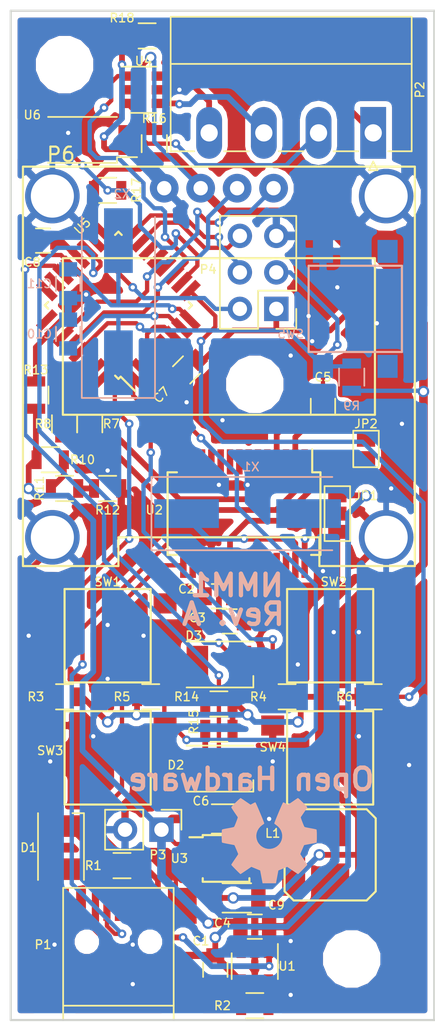
<source format=kicad_pcb>
(kicad_pcb (version 4) (host pcbnew 4.0.6)

  (general
    (links 135)
    (no_connects 0)
    (area 119.042857 49.125 157.957143 122.475)
    (thickness 1.6)
    (drawings 7)
    (tracks 740)
    (zones 0)
    (modules 57)
    (nets 50)
  )

  (page A4)
  (layers
    (0 F.Cu signal)
    (31 B.Cu signal)
    (32 B.Adhes user)
    (33 F.Adhes user)
    (34 B.Paste user)
    (35 F.Paste user)
    (36 B.SilkS user)
    (37 F.SilkS user)
    (38 B.Mask user)
    (39 F.Mask user)
    (40 Dwgs.User user)
    (41 Cmts.User user)
    (42 Eco1.User user)
    (43 Eco2.User user)
    (44 Edge.Cuts user)
    (45 Margin user)
    (46 B.CrtYd user hide)
    (47 F.CrtYd user hide)
    (48 B.Fab user hide)
    (49 F.Fab user hide)
  )

  (setup
    (last_trace_width 0.25)
    (user_trace_width 0.3)
    (user_trace_width 0.4)
    (user_trace_width 0.5)
    (user_trace_width 0.6)
    (trace_clearance 0.1)
    (zone_clearance 0.4)
    (zone_45_only no)
    (trace_min 0.2)
    (segment_width 0.2)
    (edge_width 0.15)
    (via_size 0.6)
    (via_drill 0.3)
    (via_min_size 0.4)
    (via_min_drill 0.3)
    (user_via 0.6 0.3)
    (user_via 0.8 0.5)
    (uvia_size 0.6)
    (uvia_drill 0.3)
    (uvias_allowed no)
    (uvia_min_size 0.2)
    (uvia_min_drill 0.1)
    (pcb_text_width 0.3)
    (pcb_text_size 1.5 1.5)
    (mod_edge_width 0.15)
    (mod_text_size 0.6 0.6)
    (mod_text_width 0.1)
    (pad_size 1.524 1.524)
    (pad_drill 0.762)
    (pad_to_mask_clearance 0.2)
    (aux_axis_origin 0 0)
    (visible_elements 7FFEFFFF)
    (pcbplotparams
      (layerselection 0x00030_80000001)
      (usegerberextensions false)
      (excludeedgelayer true)
      (linewidth 0.100000)
      (plotframeref false)
      (viasonmask false)
      (mode 1)
      (useauxorigin false)
      (hpglpennumber 1)
      (hpglpenspeed 20)
      (hpglpendiameter 15)
      (hpglpenoverlay 2)
      (psnegative false)
      (psa4output false)
      (plotreference true)
      (plotvalue true)
      (plotinvisibletext false)
      (padsonsilk false)
      (subtractmaskfromsilk false)
      (outputformat 1)
      (mirror false)
      (drillshape 1)
      (scaleselection 1)
      (outputdirectory ""))
  )

  (net 0 "")
  (net 1 "Net-(C1-Pad1)")
  (net 2 GND)
  (net 3 "Net-(C2-Pad1)")
  (net 4 "Net-(C3-Pad1)")
  (net 5 /VBatt)
  (net 6 /RESET)
  (net 7 "Net-(C5-Pad2)")
  (net 8 +3V3)
  (net 9 "Net-(C8-Pad1)")
  (net 10 "Net-(C10-Pad2)")
  (net 11 "Net-(C11-Pad2)")
  (net 12 "Net-(D1-Pad1)")
  (net 13 "Net-(D2-Pad1)")
  (net 14 "Net-(D3-Pad1)")
  (net 15 "Net-(JP1-Pad2)")
  (net 16 "Net-(JP2-Pad2)")
  (net 17 "Net-(L1-Pad1)")
  (net 18 "Net-(P1-Pad2)")
  (net 19 "Net-(P1-Pad3)")
  (net 20 "Net-(P2-Pad1)")
  (net 21 "Net-(P2-Pad2)")
  (net 22 /BTN_4)
  (net 23 /BTN_3)
  (net 24 /BTN_2)
  (net 25 /BTN_1)
  (net 26 "Net-(R1-Pad1)")
  (net 27 "Net-(R2-Pad2)")
  (net 28 "Net-(R7-Pad1)")
  (net 29 "Net-(R7-Pad2)")
  (net 30 "Net-(R8-Pad1)")
  (net 31 "Net-(R8-Pad2)")
  (net 32 "Net-(R10-Pad2)")
  (net 33 "Net-(R11-Pad2)")
  (net 34 "Net-(R13-Pad2)")
  (net 35 "Net-(U2-Pad27)")
  (net 36 "Net-(U2-Pad28)")
  (net 37 "Net-(D2-Pad2)")
  (net 38 "Net-(D3-Pad2)")
  (net 39 "Net-(P2-Pad3)")
  (net 40 "Net-(P2-Pad4)")
  (net 41 "Net-(R16-Pad2)")
  (net 42 "Net-(R17-Pad2)")
  (net 43 "Net-(R18-Pad1)")
  (net 44 "Net-(U4-Pad1)")
  (net 45 "Net-(P4-Pad2)")
  (net 46 "Net-(P4-Pad4)")
  (net 47 "Net-(P4-Pad6)")
  (net 48 "Net-(P6-Pad3)")
  (net 49 "Net-(P6-Pad4)")

  (net_class Default "This is the default net class."
    (clearance 0.1)
    (trace_width 0.25)
    (via_dia 0.6)
    (via_drill 0.3)
    (uvia_dia 0.6)
    (uvia_drill 0.3)
    (add_net GND)
  )

  (net_class "Main 1" ""
    (clearance 0.1)
    (trace_width 0.4)
    (via_dia 0.6)
    (via_drill 0.3)
    (uvia_dia 0.6)
    (uvia_drill 0.3)
    (add_net /BTN_1)
    (add_net /BTN_2)
    (add_net /BTN_3)
    (add_net /BTN_4)
    (add_net /RESET)
    (add_net "Net-(C10-Pad2)")
    (add_net "Net-(C11-Pad2)")
    (add_net "Net-(C2-Pad1)")
    (add_net "Net-(C3-Pad1)")
    (add_net "Net-(C5-Pad2)")
    (add_net "Net-(C8-Pad1)")
    (add_net "Net-(D1-Pad1)")
    (add_net "Net-(D2-Pad1)")
    (add_net "Net-(D2-Pad2)")
    (add_net "Net-(D3-Pad1)")
    (add_net "Net-(D3-Pad2)")
    (add_net "Net-(JP1-Pad2)")
    (add_net "Net-(JP2-Pad2)")
    (add_net "Net-(P1-Pad2)")
    (add_net "Net-(P1-Pad3)")
    (add_net "Net-(P2-Pad1)")
    (add_net "Net-(P2-Pad2)")
    (add_net "Net-(P2-Pad3)")
    (add_net "Net-(P2-Pad4)")
    (add_net "Net-(P4-Pad2)")
    (add_net "Net-(P4-Pad4)")
    (add_net "Net-(P4-Pad6)")
    (add_net "Net-(P6-Pad3)")
    (add_net "Net-(P6-Pad4)")
    (add_net "Net-(R1-Pad1)")
    (add_net "Net-(R10-Pad2)")
    (add_net "Net-(R11-Pad2)")
    (add_net "Net-(R13-Pad2)")
    (add_net "Net-(R16-Pad2)")
    (add_net "Net-(R17-Pad2)")
    (add_net "Net-(R18-Pad1)")
    (add_net "Net-(R2-Pad2)")
    (add_net "Net-(R7-Pad1)")
    (add_net "Net-(R7-Pad2)")
    (add_net "Net-(R8-Pad1)")
    (add_net "Net-(R8-Pad2)")
    (add_net "Net-(U2-Pad27)")
    (add_net "Net-(U2-Pad28)")
    (add_net "Net-(U4-Pad1)")
  )

  (net_class "Main 2" ""
    (clearance 0.1)
    (trace_width 0.5)
    (via_dia 0.6)
    (via_drill 0.3)
    (uvia_dia 0.6)
    (uvia_drill 0.3)
  )

  (net_class "Power 1" ""
    (clearance 0.1)
    (trace_width 0.6)
    (via_dia 0.8)
    (via_drill 0.5)
    (uvia_dia 0.8)
    (uvia_drill 0.5)
    (add_net +3V3)
    (add_net /VBatt)
    (add_net "Net-(C1-Pad1)")
    (add_net "Net-(L1-Pad1)")
  )

  (module Capacitors_SMD:C_0805 (layer F.Cu) (tedit 58D94B1F) (tstamp 58AC50FC)
    (at 139 117.25 270)
    (descr "Capacitor SMD 0805, reflow soldering, AVX (see smccp.pdf)")
    (tags "capacitor 0805")
    (path /58885F04)
    (attr smd)
    (fp_text reference C1 (at -2 1 360) (layer F.SilkS)
      (effects (font (size 0.6 0.6) (thickness 0.1)))
    )
    (fp_text value 4.7uF (at 0 1.75 270) (layer F.Fab)
      (effects (font (size 1 1) (thickness 0.15)))
    )
    (fp_text user %R (at 0 -1.5 270) (layer F.Fab)
      (effects (font (size 1 1) (thickness 0.15)))
    )
    (fp_line (start -1 0.62) (end -1 -0.62) (layer F.Fab) (width 0.1))
    (fp_line (start 1 0.62) (end -1 0.62) (layer F.Fab) (width 0.1))
    (fp_line (start 1 -0.62) (end 1 0.62) (layer F.Fab) (width 0.1))
    (fp_line (start -1 -0.62) (end 1 -0.62) (layer F.Fab) (width 0.1))
    (fp_line (start 0.5 -0.85) (end -0.5 -0.85) (layer F.SilkS) (width 0.12))
    (fp_line (start -0.5 0.85) (end 0.5 0.85) (layer F.SilkS) (width 0.12))
    (fp_line (start -1.75 -0.88) (end 1.75 -0.88) (layer F.CrtYd) (width 0.05))
    (fp_line (start -1.75 -0.88) (end -1.75 0.87) (layer F.CrtYd) (width 0.05))
    (fp_line (start 1.75 0.87) (end 1.75 -0.88) (layer F.CrtYd) (width 0.05))
    (fp_line (start 1.75 0.87) (end -1.75 0.87) (layer F.CrtYd) (width 0.05))
    (pad 1 smd rect (at -1 0 270) (size 1 1.25) (layers F.Cu F.Paste F.Mask)
      (net 1 "Net-(C1-Pad1)"))
    (pad 2 smd rect (at 1 0 270) (size 1 1.25) (layers F.Cu F.Paste F.Mask)
      (net 2 GND))
    (model Capacitors_SMD.3dshapes/C_0805.wrl
      (at (xyz 0 0 0))
      (scale (xyz 1 1 1))
      (rotate (xyz 0 0 0))
    )
  )

  (module Capacitors_SMD:C_0805 (layer F.Cu) (tedit 58D94D6E) (tstamp 58AC510D)
    (at 139.25 91.25)
    (descr "Capacitor SMD 0805, reflow soldering, AVX (see smccp.pdf)")
    (tags "capacitor 0805")
    (path /58815C2D)
    (attr smd)
    (fp_text reference C2 (at -2.25 -0.5) (layer F.SilkS)
      (effects (font (size 0.6 0.6) (thickness 0.1)))
    )
    (fp_text value 100nF (at 0 1.75) (layer F.Fab)
      (effects (font (size 1 1) (thickness 0.15)))
    )
    (fp_text user %R (at 0 -1.5) (layer F.Fab)
      (effects (font (size 1 1) (thickness 0.15)))
    )
    (fp_line (start -1 0.62) (end -1 -0.62) (layer F.Fab) (width 0.1))
    (fp_line (start 1 0.62) (end -1 0.62) (layer F.Fab) (width 0.1))
    (fp_line (start 1 -0.62) (end 1 0.62) (layer F.Fab) (width 0.1))
    (fp_line (start -1 -0.62) (end 1 -0.62) (layer F.Fab) (width 0.1))
    (fp_line (start 0.5 -0.85) (end -0.5 -0.85) (layer F.SilkS) (width 0.12))
    (fp_line (start -0.5 0.85) (end 0.5 0.85) (layer F.SilkS) (width 0.12))
    (fp_line (start -1.75 -0.88) (end 1.75 -0.88) (layer F.CrtYd) (width 0.05))
    (fp_line (start -1.75 -0.88) (end -1.75 0.87) (layer F.CrtYd) (width 0.05))
    (fp_line (start 1.75 0.87) (end 1.75 -0.88) (layer F.CrtYd) (width 0.05))
    (fp_line (start 1.75 0.87) (end -1.75 0.87) (layer F.CrtYd) (width 0.05))
    (pad 1 smd rect (at -1 0) (size 1 1.25) (layers F.Cu F.Paste F.Mask)
      (net 3 "Net-(C2-Pad1)"))
    (pad 2 smd rect (at 1 0) (size 1 1.25) (layers F.Cu F.Paste F.Mask)
      (net 2 GND))
    (model Capacitors_SMD.3dshapes/C_0805.wrl
      (at (xyz 0 0 0))
      (scale (xyz 1 1 1))
      (rotate (xyz 0 0 0))
    )
  )

  (module Capacitors_SMD:C_0805 (layer F.Cu) (tedit 58D94D6D) (tstamp 58AC511E)
    (at 140 93)
    (descr "Capacitor SMD 0805, reflow soldering, AVX (see smccp.pdf)")
    (tags "capacitor 0805")
    (path /5891B8EF)
    (attr smd)
    (fp_text reference C3 (at -2.25 -0.25) (layer F.SilkS)
      (effects (font (size 0.6 0.6) (thickness 0.1)))
    )
    (fp_text value 100nF (at 0 1.75) (layer F.Fab)
      (effects (font (size 1 1) (thickness 0.15)))
    )
    (fp_text user %R (at 0 -1.5) (layer F.Fab)
      (effects (font (size 1 1) (thickness 0.15)))
    )
    (fp_line (start -1 0.62) (end -1 -0.62) (layer F.Fab) (width 0.1))
    (fp_line (start 1 0.62) (end -1 0.62) (layer F.Fab) (width 0.1))
    (fp_line (start 1 -0.62) (end 1 0.62) (layer F.Fab) (width 0.1))
    (fp_line (start -1 -0.62) (end 1 -0.62) (layer F.Fab) (width 0.1))
    (fp_line (start 0.5 -0.85) (end -0.5 -0.85) (layer F.SilkS) (width 0.12))
    (fp_line (start -0.5 0.85) (end 0.5 0.85) (layer F.SilkS) (width 0.12))
    (fp_line (start -1.75 -0.88) (end 1.75 -0.88) (layer F.CrtYd) (width 0.05))
    (fp_line (start -1.75 -0.88) (end -1.75 0.87) (layer F.CrtYd) (width 0.05))
    (fp_line (start 1.75 0.87) (end 1.75 -0.88) (layer F.CrtYd) (width 0.05))
    (fp_line (start 1.75 0.87) (end -1.75 0.87) (layer F.CrtYd) (width 0.05))
    (pad 1 smd rect (at -1 0) (size 1 1.25) (layers F.Cu F.Paste F.Mask)
      (net 4 "Net-(C3-Pad1)"))
    (pad 2 smd rect (at 1 0) (size 1 1.25) (layers F.Cu F.Paste F.Mask)
      (net 2 GND))
    (model Capacitors_SMD.3dshapes/C_0805.wrl
      (at (xyz 0 0 0))
      (scale (xyz 1 1 1))
      (rotate (xyz 0 0 0))
    )
  )

  (module Capacitors_SMD:C_0805 (layer F.Cu) (tedit 58D94C82) (tstamp 58AC512F)
    (at 141.75 114.25)
    (descr "Capacitor SMD 0805, reflow soldering, AVX (see smccp.pdf)")
    (tags "capacitor 0805")
    (path /5888837D)
    (attr smd)
    (fp_text reference C4 (at -2.25 -0.25) (layer F.SilkS)
      (effects (font (size 0.6 0.6) (thickness 0.1)))
    )
    (fp_text value 4.7uF (at 0 1.75) (layer F.Fab)
      (effects (font (size 1 1) (thickness 0.15)))
    )
    (fp_text user %R (at 0 -1.5) (layer F.Fab)
      (effects (font (size 1 1) (thickness 0.15)))
    )
    (fp_line (start -1 0.62) (end -1 -0.62) (layer F.Fab) (width 0.1))
    (fp_line (start 1 0.62) (end -1 0.62) (layer F.Fab) (width 0.1))
    (fp_line (start 1 -0.62) (end 1 0.62) (layer F.Fab) (width 0.1))
    (fp_line (start -1 -0.62) (end 1 -0.62) (layer F.Fab) (width 0.1))
    (fp_line (start 0.5 -0.85) (end -0.5 -0.85) (layer F.SilkS) (width 0.12))
    (fp_line (start -0.5 0.85) (end 0.5 0.85) (layer F.SilkS) (width 0.12))
    (fp_line (start -1.75 -0.88) (end 1.75 -0.88) (layer F.CrtYd) (width 0.05))
    (fp_line (start -1.75 -0.88) (end -1.75 0.87) (layer F.CrtYd) (width 0.05))
    (fp_line (start 1.75 0.87) (end 1.75 -0.88) (layer F.CrtYd) (width 0.05))
    (fp_line (start 1.75 0.87) (end -1.75 0.87) (layer F.CrtYd) (width 0.05))
    (pad 1 smd rect (at -1 0) (size 1 1.25) (layers F.Cu F.Paste F.Mask)
      (net 5 /VBatt))
    (pad 2 smd rect (at 1 0) (size 1 1.25) (layers F.Cu F.Paste F.Mask)
      (net 2 GND))
    (model Capacitors_SMD.3dshapes/C_0805.wrl
      (at (xyz 0 0 0))
      (scale (xyz 1 1 1))
      (rotate (xyz 0 0 0))
    )
  )

  (module Capacitors_SMD:C_0805 (layer F.Cu) (tedit 58D99B1E) (tstamp 58AC5140)
    (at 146.5 78 270)
    (descr "Capacitor SMD 0805, reflow soldering, AVX (see smccp.pdf)")
    (tags "capacitor 0805")
    (path /5891E9F8)
    (attr smd)
    (fp_text reference C5 (at -2 0 360) (layer F.SilkS)
      (effects (font (size 0.6 0.6) (thickness 0.1)))
    )
    (fp_text value 100nF (at 0 1.75 270) (layer F.Fab)
      (effects (font (size 1 1) (thickness 0.15)))
    )
    (fp_text user %R (at 0 -1.5 270) (layer F.Fab)
      (effects (font (size 1 1) (thickness 0.15)))
    )
    (fp_line (start -1 0.62) (end -1 -0.62) (layer F.Fab) (width 0.1))
    (fp_line (start 1 0.62) (end -1 0.62) (layer F.Fab) (width 0.1))
    (fp_line (start 1 -0.62) (end 1 0.62) (layer F.Fab) (width 0.1))
    (fp_line (start -1 -0.62) (end 1 -0.62) (layer F.Fab) (width 0.1))
    (fp_line (start 0.5 -0.85) (end -0.5 -0.85) (layer F.SilkS) (width 0.12))
    (fp_line (start -0.5 0.85) (end 0.5 0.85) (layer F.SilkS) (width 0.12))
    (fp_line (start -1.75 -0.88) (end 1.75 -0.88) (layer F.CrtYd) (width 0.05))
    (fp_line (start -1.75 -0.88) (end -1.75 0.87) (layer F.CrtYd) (width 0.05))
    (fp_line (start 1.75 0.87) (end 1.75 -0.88) (layer F.CrtYd) (width 0.05))
    (fp_line (start 1.75 0.87) (end -1.75 0.87) (layer F.CrtYd) (width 0.05))
    (pad 1 smd rect (at -1 0 270) (size 1 1.25) (layers F.Cu F.Paste F.Mask)
      (net 6 /RESET))
    (pad 2 smd rect (at 1 0 270) (size 1 1.25) (layers F.Cu F.Paste F.Mask)
      (net 7 "Net-(C5-Pad2)"))
    (model Capacitors_SMD.3dshapes/C_0805.wrl
      (at (xyz 0 0 0))
      (scale (xyz 1 1 1))
      (rotate (xyz 0 0 0))
    )
  )

  (module Capacitors_SMD:C_1206 (layer F.Cu) (tedit 58D94CEE) (tstamp 58AC5151)
    (at 139.75 106.75)
    (descr "Capacitor SMD 1206, reflow soldering, AVX (see smccp.pdf)")
    (tags "capacitor 1206")
    (path /588996E9)
    (attr smd)
    (fp_text reference C6 (at -1.75 -1.25) (layer F.SilkS)
      (effects (font (size 0.6 0.6) (thickness 0.1)))
    )
    (fp_text value 22uF (at 0 2) (layer F.Fab)
      (effects (font (size 1 1) (thickness 0.15)))
    )
    (fp_text user %R (at 0 -1.75) (layer F.Fab)
      (effects (font (size 1 1) (thickness 0.15)))
    )
    (fp_line (start -1.6 0.8) (end -1.6 -0.8) (layer F.Fab) (width 0.1))
    (fp_line (start 1.6 0.8) (end -1.6 0.8) (layer F.Fab) (width 0.1))
    (fp_line (start 1.6 -0.8) (end 1.6 0.8) (layer F.Fab) (width 0.1))
    (fp_line (start -1.6 -0.8) (end 1.6 -0.8) (layer F.Fab) (width 0.1))
    (fp_line (start 1 -1.02) (end -1 -1.02) (layer F.SilkS) (width 0.12))
    (fp_line (start -1 1.02) (end 1 1.02) (layer F.SilkS) (width 0.12))
    (fp_line (start -2.25 -1.05) (end 2.25 -1.05) (layer F.CrtYd) (width 0.05))
    (fp_line (start -2.25 -1.05) (end -2.25 1.05) (layer F.CrtYd) (width 0.05))
    (fp_line (start 2.25 1.05) (end 2.25 -1.05) (layer F.CrtYd) (width 0.05))
    (fp_line (start 2.25 1.05) (end -2.25 1.05) (layer F.CrtYd) (width 0.05))
    (pad 1 smd rect (at -1.5 0) (size 1 1.6) (layers F.Cu F.Paste F.Mask)
      (net 5 /VBatt))
    (pad 2 smd rect (at 1.5 0) (size 1 1.6) (layers F.Cu F.Paste F.Mask)
      (net 2 GND))
    (model Capacitors_SMD.3dshapes/C_1206.wrl
      (at (xyz 0 0 0))
      (scale (xyz 1 1 1))
      (rotate (xyz 0 0 0))
    )
  )

  (module Capacitors_SMD:C_0805 (layer F.Cu) (tedit 58D99AD5) (tstamp 58AC5162)
    (at 137 75.5 45)
    (descr "Capacitor SMD 0805, reflow soldering, AVX (see smccp.pdf)")
    (tags "capacitor 0805")
    (path /58825549)
    (attr smd)
    (fp_text reference C7 (at -2.474874 0 45) (layer F.SilkS)
      (effects (font (size 0.6 0.6) (thickness 0.1)))
    )
    (fp_text value 100nF (at 0 1.75 45) (layer F.Fab)
      (effects (font (size 1 1) (thickness 0.15)))
    )
    (fp_text user %R (at 0 -1.5 45) (layer F.Fab)
      (effects (font (size 1 1) (thickness 0.15)))
    )
    (fp_line (start -1 0.62) (end -1 -0.62) (layer F.Fab) (width 0.1))
    (fp_line (start 1 0.62) (end -1 0.62) (layer F.Fab) (width 0.1))
    (fp_line (start 1 -0.62) (end 1 0.62) (layer F.Fab) (width 0.1))
    (fp_line (start -1 -0.62) (end 1 -0.62) (layer F.Fab) (width 0.1))
    (fp_line (start 0.5 -0.85) (end -0.5 -0.85) (layer F.SilkS) (width 0.12))
    (fp_line (start -0.5 0.85) (end 0.5 0.85) (layer F.SilkS) (width 0.12))
    (fp_line (start -1.75 -0.88) (end 1.75 -0.88) (layer F.CrtYd) (width 0.05))
    (fp_line (start -1.75 -0.88) (end -1.75 0.87) (layer F.CrtYd) (width 0.05))
    (fp_line (start 1.75 0.87) (end 1.75 -0.88) (layer F.CrtYd) (width 0.05))
    (fp_line (start 1.75 0.87) (end -1.75 0.87) (layer F.CrtYd) (width 0.05))
    (pad 1 smd rect (at -1 0 45) (size 1 1.25) (layers F.Cu F.Paste F.Mask)
      (net 2 GND))
    (pad 2 smd rect (at 1 0 45) (size 1 1.25) (layers F.Cu F.Paste F.Mask)
      (net 8 +3V3))
    (model Capacitors_SMD.3dshapes/C_0805.wrl
      (at (xyz 0 0 0))
      (scale (xyz 1 1 1))
      (rotate (xyz 0 0 0))
    )
  )

  (module Capacitors_SMD:C_0805 (layer F.Cu) (tedit 58D99B47) (tstamp 58AC5173)
    (at 127 66.5 180)
    (descr "Capacitor SMD 0805, reflow soldering, AVX (see smccp.pdf)")
    (tags "capacitor 0805")
    (path /5891C141)
    (attr smd)
    (fp_text reference C8 (at 0.75 -1.5 180) (layer F.SilkS)
      (effects (font (size 0.6 0.6) (thickness 0.1)))
    )
    (fp_text value 100nF (at 0 1.75 180) (layer F.Fab)
      (effects (font (size 1 1) (thickness 0.15)))
    )
    (fp_text user %R (at 0 -1.5 180) (layer F.Fab)
      (effects (font (size 1 1) (thickness 0.15)))
    )
    (fp_line (start -1 0.62) (end -1 -0.62) (layer F.Fab) (width 0.1))
    (fp_line (start 1 0.62) (end -1 0.62) (layer F.Fab) (width 0.1))
    (fp_line (start 1 -0.62) (end 1 0.62) (layer F.Fab) (width 0.1))
    (fp_line (start -1 -0.62) (end 1 -0.62) (layer F.Fab) (width 0.1))
    (fp_line (start 0.5 -0.85) (end -0.5 -0.85) (layer F.SilkS) (width 0.12))
    (fp_line (start -0.5 0.85) (end 0.5 0.85) (layer F.SilkS) (width 0.12))
    (fp_line (start -1.75 -0.88) (end 1.75 -0.88) (layer F.CrtYd) (width 0.05))
    (fp_line (start -1.75 -0.88) (end -1.75 0.87) (layer F.CrtYd) (width 0.05))
    (fp_line (start 1.75 0.87) (end 1.75 -0.88) (layer F.CrtYd) (width 0.05))
    (fp_line (start 1.75 0.87) (end -1.75 0.87) (layer F.CrtYd) (width 0.05))
    (pad 1 smd rect (at -1 0 180) (size 1 1.25) (layers F.Cu F.Paste F.Mask)
      (net 9 "Net-(C8-Pad1)"))
    (pad 2 smd rect (at 1 0 180) (size 1 1.25) (layers F.Cu F.Paste F.Mask)
      (net 2 GND))
    (model Capacitors_SMD.3dshapes/C_0805.wrl
      (at (xyz 0 0 0))
      (scale (xyz 1 1 1))
      (rotate (xyz 0 0 0))
    )
  )

  (module Capacitors_SMD:C_1206 (layer F.Cu) (tedit 58D94C90) (tstamp 58AC5184)
    (at 140.5 112.25)
    (descr "Capacitor SMD 1206, reflow soldering, AVX (see smccp.pdf)")
    (tags "capacitor 1206")
    (path /5889990B)
    (attr smd)
    (fp_text reference C9 (at 2.75 0.5) (layer F.SilkS)
      (effects (font (size 0.6 0.6) (thickness 0.1)))
    )
    (fp_text value 22uF (at 0 2) (layer F.Fab)
      (effects (font (size 1 1) (thickness 0.15)))
    )
    (fp_text user %R (at 0 -1.75) (layer F.Fab)
      (effects (font (size 1 1) (thickness 0.15)))
    )
    (fp_line (start -1.6 0.8) (end -1.6 -0.8) (layer F.Fab) (width 0.1))
    (fp_line (start 1.6 0.8) (end -1.6 0.8) (layer F.Fab) (width 0.1))
    (fp_line (start 1.6 -0.8) (end 1.6 0.8) (layer F.Fab) (width 0.1))
    (fp_line (start -1.6 -0.8) (end 1.6 -0.8) (layer F.Fab) (width 0.1))
    (fp_line (start 1 -1.02) (end -1 -1.02) (layer F.SilkS) (width 0.12))
    (fp_line (start -1 1.02) (end 1 1.02) (layer F.SilkS) (width 0.12))
    (fp_line (start -2.25 -1.05) (end 2.25 -1.05) (layer F.CrtYd) (width 0.05))
    (fp_line (start -2.25 -1.05) (end -2.25 1.05) (layer F.CrtYd) (width 0.05))
    (fp_line (start 2.25 1.05) (end 2.25 -1.05) (layer F.CrtYd) (width 0.05))
    (fp_line (start 2.25 1.05) (end -2.25 1.05) (layer F.CrtYd) (width 0.05))
    (pad 1 smd rect (at -1.5 0) (size 1 1.6) (layers F.Cu F.Paste F.Mask)
      (net 8 +3V3))
    (pad 2 smd rect (at 1.5 0) (size 1 1.6) (layers F.Cu F.Paste F.Mask)
      (net 2 GND))
    (model Capacitors_SMD.3dshapes/C_1206.wrl
      (at (xyz 0 0 0))
      (scale (xyz 1 1 1))
      (rotate (xyz 0 0 0))
    )
  )

  (module Capacitors_SMD:C_0805 (layer B.Cu) (tedit 58D99C0A) (tstamp 58AC5195)
    (at 128.75 73 270)
    (descr "Capacitor SMD 0805, reflow soldering, AVX (see smccp.pdf)")
    (tags "capacitor 0805")
    (path /58819B31)
    (attr smd)
    (fp_text reference C10 (at 0 2 360) (layer B.SilkS)
      (effects (font (size 0.6 0.6) (thickness 0.1)) (justify mirror))
    )
    (fp_text value 22pF (at 0 -1.75 270) (layer B.Fab)
      (effects (font (size 1 1) (thickness 0.15)) (justify mirror))
    )
    (fp_text user %R (at 0 1.5 270) (layer B.Fab)
      (effects (font (size 1 1) (thickness 0.15)) (justify mirror))
    )
    (fp_line (start -1 -0.62) (end -1 0.62) (layer B.Fab) (width 0.1))
    (fp_line (start 1 -0.62) (end -1 -0.62) (layer B.Fab) (width 0.1))
    (fp_line (start 1 0.62) (end 1 -0.62) (layer B.Fab) (width 0.1))
    (fp_line (start -1 0.62) (end 1 0.62) (layer B.Fab) (width 0.1))
    (fp_line (start 0.5 0.85) (end -0.5 0.85) (layer B.SilkS) (width 0.12))
    (fp_line (start -0.5 -0.85) (end 0.5 -0.85) (layer B.SilkS) (width 0.12))
    (fp_line (start -1.75 0.88) (end 1.75 0.88) (layer B.CrtYd) (width 0.05))
    (fp_line (start -1.75 0.88) (end -1.75 -0.87) (layer B.CrtYd) (width 0.05))
    (fp_line (start 1.75 -0.87) (end 1.75 0.88) (layer B.CrtYd) (width 0.05))
    (fp_line (start 1.75 -0.87) (end -1.75 -0.87) (layer B.CrtYd) (width 0.05))
    (pad 1 smd rect (at -1 0 270) (size 1 1.25) (layers B.Cu B.Paste B.Mask)
      (net 2 GND))
    (pad 2 smd rect (at 1 0 270) (size 1 1.25) (layers B.Cu B.Paste B.Mask)
      (net 10 "Net-(C10-Pad2)"))
    (model Capacitors_SMD.3dshapes/C_0805.wrl
      (at (xyz 0 0 0))
      (scale (xyz 1 1 1))
      (rotate (xyz 0 0 0))
    )
  )

  (module Capacitors_SMD:C_0805 (layer B.Cu) (tedit 58D99C08) (tstamp 58AC51A6)
    (at 128.75 69.5 90)
    (descr "Capacitor SMD 0805, reflow soldering, AVX (see smccp.pdf)")
    (tags "capacitor 0805")
    (path /58819C1C)
    (attr smd)
    (fp_text reference C11 (at 0 -2 180) (layer B.SilkS)
      (effects (font (size 0.6 0.6) (thickness 0.1)) (justify mirror))
    )
    (fp_text value 22pF (at 0 -1.75 90) (layer B.Fab)
      (effects (font (size 1 1) (thickness 0.15)) (justify mirror))
    )
    (fp_text user %R (at 0 1.5 90) (layer B.Fab)
      (effects (font (size 1 1) (thickness 0.15)) (justify mirror))
    )
    (fp_line (start -1 -0.62) (end -1 0.62) (layer B.Fab) (width 0.1))
    (fp_line (start 1 -0.62) (end -1 -0.62) (layer B.Fab) (width 0.1))
    (fp_line (start 1 0.62) (end 1 -0.62) (layer B.Fab) (width 0.1))
    (fp_line (start -1 0.62) (end 1 0.62) (layer B.Fab) (width 0.1))
    (fp_line (start 0.5 0.85) (end -0.5 0.85) (layer B.SilkS) (width 0.12))
    (fp_line (start -0.5 -0.85) (end 0.5 -0.85) (layer B.SilkS) (width 0.12))
    (fp_line (start -1.75 0.88) (end 1.75 0.88) (layer B.CrtYd) (width 0.05))
    (fp_line (start -1.75 0.88) (end -1.75 -0.87) (layer B.CrtYd) (width 0.05))
    (fp_line (start 1.75 -0.87) (end 1.75 0.88) (layer B.CrtYd) (width 0.05))
    (fp_line (start 1.75 -0.87) (end -1.75 -0.87) (layer B.CrtYd) (width 0.05))
    (pad 1 smd rect (at -1 0 90) (size 1 1.25) (layers B.Cu B.Paste B.Mask)
      (net 2 GND))
    (pad 2 smd rect (at 1 0 90) (size 1 1.25) (layers B.Cu B.Paste B.Mask)
      (net 11 "Net-(C11-Pad2)"))
    (model Capacitors_SMD.3dshapes/C_0805.wrl
      (at (xyz 0 0 0))
      (scale (xyz 1 1 1))
      (rotate (xyz 0 0 0))
    )
  )

  (module LEDs:LED_PLCC-2 (layer F.Cu) (tedit 58D94B40) (tstamp 58AC51B9)
    (at 128.25 108.75 270)
    (descr "LED PLCC-2 SMD package")
    (tags "LED PLCC-2 SMD")
    (path /589137FD)
    (attr smd)
    (fp_text reference D1 (at 0 2.25 360) (layer F.SilkS)
      (effects (font (size 0.6 0.6) (thickness 0.1)))
    )
    (fp_text value LED (at 0 2.5 270) (layer F.Fab)
      (effects (font (size 1 1) (thickness 0.15)))
    )
    (fp_circle (center 0 0) (end 0 -1.25) (layer F.Fab) (width 0.1))
    (fp_line (start -1.7 -0.6) (end -0.8 -1.5) (layer F.Fab) (width 0.1))
    (fp_line (start 1.7 1.5) (end 1.7 -1.5) (layer F.Fab) (width 0.1))
    (fp_line (start 1.7 -1.5) (end -1.7 -1.5) (layer F.Fab) (width 0.1))
    (fp_line (start -1.7 -1.5) (end -1.7 1.5) (layer F.Fab) (width 0.1))
    (fp_line (start -1.7 1.5) (end 1.7 1.5) (layer F.Fab) (width 0.1))
    (fp_line (start -2.65 -1.85) (end 2.5 -1.85) (layer F.CrtYd) (width 0.05))
    (fp_line (start 2.5 -1.85) (end 2.5 1.85) (layer F.CrtYd) (width 0.05))
    (fp_line (start 2.5 1.85) (end -2.65 1.85) (layer F.CrtYd) (width 0.05))
    (fp_line (start -2.65 1.85) (end -2.65 -1.85) (layer F.CrtYd) (width 0.05))
    (fp_line (start 2.25 1.6) (end -2.4 1.6) (layer F.SilkS) (width 0.12))
    (fp_line (start 2.25 -1.6) (end -2.4 -1.6) (layer F.SilkS) (width 0.12))
    (fp_line (start -2.4 -1.6) (end -2.4 -0.8) (layer F.SilkS) (width 0.12))
    (pad 1 smd rect (at -1.5 0 270) (size 1.5 2.6) (layers F.Cu F.Paste F.Mask)
      (net 12 "Net-(D1-Pad1)"))
    (pad 2 smd rect (at 1.5 0 270) (size 1.5 2.6) (layers F.Cu F.Paste F.Mask)
      (net 1 "Net-(C1-Pad1)"))
  )

  (module LEDs:LED_PLCC-2 (layer F.Cu) (tedit 58D94CEA) (tstamp 58AC51CC)
    (at 139.25 103.25 180)
    (descr "LED PLCC-2 SMD package")
    (tags "LED PLCC-2 SMD")
    (path /5881DC19)
    (attr smd)
    (fp_text reference D2 (at 3 0.25 180) (layer F.SilkS)
      (effects (font (size 0.6 0.6) (thickness 0.1)))
    )
    (fp_text value LED (at 0 2.5 180) (layer F.Fab)
      (effects (font (size 1 1) (thickness 0.15)))
    )
    (fp_circle (center 0 0) (end 0 -1.25) (layer F.Fab) (width 0.1))
    (fp_line (start -1.7 -0.6) (end -0.8 -1.5) (layer F.Fab) (width 0.1))
    (fp_line (start 1.7 1.5) (end 1.7 -1.5) (layer F.Fab) (width 0.1))
    (fp_line (start 1.7 -1.5) (end -1.7 -1.5) (layer F.Fab) (width 0.1))
    (fp_line (start -1.7 -1.5) (end -1.7 1.5) (layer F.Fab) (width 0.1))
    (fp_line (start -1.7 1.5) (end 1.7 1.5) (layer F.Fab) (width 0.1))
    (fp_line (start -2.65 -1.85) (end 2.5 -1.85) (layer F.CrtYd) (width 0.05))
    (fp_line (start 2.5 -1.85) (end 2.5 1.85) (layer F.CrtYd) (width 0.05))
    (fp_line (start 2.5 1.85) (end -2.65 1.85) (layer F.CrtYd) (width 0.05))
    (fp_line (start -2.65 1.85) (end -2.65 -1.85) (layer F.CrtYd) (width 0.05))
    (fp_line (start 2.25 1.6) (end -2.4 1.6) (layer F.SilkS) (width 0.12))
    (fp_line (start 2.25 -1.6) (end -2.4 -1.6) (layer F.SilkS) (width 0.12))
    (fp_line (start -2.4 -1.6) (end -2.4 -0.8) (layer F.SilkS) (width 0.12))
    (pad 1 smd rect (at -1.5 0 180) (size 1.5 2.6) (layers F.Cu F.Paste F.Mask)
      (net 13 "Net-(D2-Pad1)"))
    (pad 2 smd rect (at 1.5 0 180) (size 1.5 2.6) (layers F.Cu F.Paste F.Mask)
      (net 37 "Net-(D2-Pad2)"))
  )

  (module LEDs:LED_PLCC-2 (layer F.Cu) (tedit 58D94D31) (tstamp 58AC51DF)
    (at 139.25 96 180)
    (descr "LED PLCC-2 SMD package")
    (tags "LED PLCC-2 SMD")
    (path /58912C50)
    (attr smd)
    (fp_text reference D3 (at 1.75 2 180) (layer F.SilkS)
      (effects (font (size 0.6 0.6) (thickness 0.1)))
    )
    (fp_text value LED (at 0 2.5 180) (layer F.Fab)
      (effects (font (size 1 1) (thickness 0.15)))
    )
    (fp_circle (center 0 0) (end 0 -1.25) (layer F.Fab) (width 0.1))
    (fp_line (start -1.7 -0.6) (end -0.8 -1.5) (layer F.Fab) (width 0.1))
    (fp_line (start 1.7 1.5) (end 1.7 -1.5) (layer F.Fab) (width 0.1))
    (fp_line (start 1.7 -1.5) (end -1.7 -1.5) (layer F.Fab) (width 0.1))
    (fp_line (start -1.7 -1.5) (end -1.7 1.5) (layer F.Fab) (width 0.1))
    (fp_line (start -1.7 1.5) (end 1.7 1.5) (layer F.Fab) (width 0.1))
    (fp_line (start -2.65 -1.85) (end 2.5 -1.85) (layer F.CrtYd) (width 0.05))
    (fp_line (start 2.5 -1.85) (end 2.5 1.85) (layer F.CrtYd) (width 0.05))
    (fp_line (start 2.5 1.85) (end -2.65 1.85) (layer F.CrtYd) (width 0.05))
    (fp_line (start -2.65 1.85) (end -2.65 -1.85) (layer F.CrtYd) (width 0.05))
    (fp_line (start 2.25 1.6) (end -2.4 1.6) (layer F.SilkS) (width 0.12))
    (fp_line (start 2.25 -1.6) (end -2.4 -1.6) (layer F.SilkS) (width 0.12))
    (fp_line (start -2.4 -1.6) (end -2.4 -0.8) (layer F.SilkS) (width 0.12))
    (pad 1 smd rect (at -1.5 0 180) (size 1.5 2.6) (layers F.Cu F.Paste F.Mask)
      (net 14 "Net-(D3-Pad1)"))
    (pad 2 smd rect (at 1.5 0 180) (size 1.5 2.6) (layers F.Cu F.Paste F.Mask)
      (net 38 "Net-(D3-Pad2)"))
  )

  (module Connectors:GS3 (layer F.Cu) (tedit 58D99AF0) (tstamp 58AC51EE)
    (at 147.5 85.5 180)
    (descr "3-pin solder bridge")
    (tags "solder bridge")
    (path /58817926)
    (attr smd)
    (fp_text reference JP1 (at -2 1.25 360) (layer F.SilkS)
      (effects (font (size 0.6 0.6) (thickness 0.1)))
    )
    (fp_text value Jumper3 (at 1.8 0 270) (layer F.Fab)
      (effects (font (size 1 1) (thickness 0.15)))
    )
    (fp_line (start -1.15 -2.15) (end 1.15 -2.15) (layer F.CrtYd) (width 0.05))
    (fp_line (start 1.15 -2.15) (end 1.15 2.15) (layer F.CrtYd) (width 0.05))
    (fp_line (start 1.15 2.15) (end -1.15 2.15) (layer F.CrtYd) (width 0.05))
    (fp_line (start -1.15 2.15) (end -1.15 -2.15) (layer F.CrtYd) (width 0.05))
    (fp_line (start -0.89 -1.91) (end -0.89 1.91) (layer F.SilkS) (width 0.12))
    (fp_line (start -0.89 1.91) (end 0.89 1.91) (layer F.SilkS) (width 0.12))
    (fp_line (start 0.89 1.91) (end 0.89 -1.91) (layer F.SilkS) (width 0.12))
    (fp_line (start -0.89 -1.91) (end 0.89 -1.91) (layer F.SilkS) (width 0.12))
    (pad 1 smd rect (at 0 -1.27 180) (size 1.27 0.97) (layers F.Cu F.Paste F.Mask)
      (net 8 +3V3))
    (pad 2 smd rect (at 0 0 180) (size 1.27 0.97) (layers F.Cu F.Paste F.Mask)
      (net 15 "Net-(JP1-Pad2)"))
    (pad 3 smd rect (at 0 1.27 180) (size 1.27 0.97) (layers F.Cu F.Paste F.Mask)
      (net 1 "Net-(C1-Pad1)"))
  )

  (module Connectors:GS2 (layer F.Cu) (tedit 58D99AF9) (tstamp 58AC51FC)
    (at 149.5 81 180)
    (descr "2-pin solder bridge")
    (tags "solder bridge")
    (path /588171AD)
    (attr smd)
    (fp_text reference JP2 (at 0 1.75 360) (layer F.SilkS)
      (effects (font (size 0.6 0.6) (thickness 0.1)))
    )
    (fp_text value Jumper (at -1.8 0 270) (layer F.Fab)
      (effects (font (size 1 1) (thickness 0.15)))
    )
    (fp_line (start 1.1 -1.45) (end 1.1 1.5) (layer F.CrtYd) (width 0.05))
    (fp_line (start 1.1 1.5) (end -1.1 1.5) (layer F.CrtYd) (width 0.05))
    (fp_line (start -1.1 1.5) (end -1.1 -1.45) (layer F.CrtYd) (width 0.05))
    (fp_line (start -1.1 -1.45) (end 1.1 -1.45) (layer F.CrtYd) (width 0.05))
    (fp_line (start -0.89 -1.27) (end -0.89 1.27) (layer F.SilkS) (width 0.12))
    (fp_line (start 0.89 1.27) (end 0.89 -1.27) (layer F.SilkS) (width 0.12))
    (fp_line (start 0.89 1.27) (end -0.89 1.27) (layer F.SilkS) (width 0.12))
    (fp_line (start -0.89 -1.27) (end 0.89 -1.27) (layer F.SilkS) (width 0.12))
    (pad 1 smd rect (at 0 -0.64 180) (size 1.27 0.97) (layers F.Cu F.Paste F.Mask)
      (net 15 "Net-(JP1-Pad2)"))
    (pad 2 smd rect (at 0 0.64 180) (size 1.27 0.97) (layers F.Cu F.Paste F.Mask)
      (net 16 "Net-(JP2-Pad2)"))
  )

  (module "Electropepper parts:SRN6028" (layer F.Cu) (tedit 58D94D04) (tstamp 58AC520A)
    (at 147 109.25)
    (path /5889C7D1)
    (fp_text reference L1 (at -4 -1.5) (layer F.SilkS)
      (effects (font (size 0.6 0.6) (thickness 0.1)))
    )
    (fp_text value 6.2uH (at 0 4.445) (layer F.Fab)
      (effects (font (size 1 1) (thickness 0.15)))
    )
    (fp_line (start -3.175 2.54) (end -3.175 -2.54) (layer F.SilkS) (width 0.15))
    (fp_line (start 2.54 3.175) (end -2.54 3.175) (layer F.SilkS) (width 0.15))
    (fp_line (start 3.175 -2.54) (end 3.175 2.54) (layer F.SilkS) (width 0.15))
    (fp_line (start -2.54 -3.175) (end 2.54 -3.175) (layer F.SilkS) (width 0.15))
    (fp_line (start 2.54 3.175) (end 3.175 2.54) (layer F.SilkS) (width 0.15))
    (fp_line (start -3.175 2.54) (end -2.54 3.175) (layer F.SilkS) (width 0.15))
    (fp_line (start 3.175 -2.54) (end 2.54 -3.175) (layer F.SilkS) (width 0.15))
    (fp_line (start -3.175 -2.54) (end -2.54 -3.175) (layer F.SilkS) (width 0.15))
    (pad 1 smd rect (at -2.54 0) (size 1.6 5.7) (layers F.Cu F.Paste F.Mask)
      (net 17 "Net-(L1-Pad1)"))
    (pad 2 smd rect (at 2.54 0) (size 1.6 5.7) (layers F.Cu F.Paste F.Mask)
      (net 8 +3V3))
  )

  (module Connectors:USB_Mini-B (layer F.Cu) (tedit 58D94A63) (tstamp 58AC5222)
    (at 132.25 115.5 90)
    (descr "USB Mini-B 5-pin SMD connector")
    (tags "USB USB_B USB_Mini connector")
    (path /58815603)
    (attr smd)
    (fp_text reference P1 (at 0 -5.25 180) (layer F.SilkS)
      (effects (font (size 0.6 0.6) (thickness 0.1)))
    )
    (fp_text value USB_OTG (at -0.65 -7.1 90) (layer F.Fab)
      (effects (font (size 1 1) (thickness 0.15)))
    )
    (fp_line (start -5.5 -5.7) (end 4.2 -5.7) (layer F.CrtYd) (width 0.05))
    (fp_line (start 4.2 -5.7) (end 4.2 5.7) (layer F.CrtYd) (width 0.05))
    (fp_line (start 4.2 5.7) (end -5.5 5.7) (layer F.CrtYd) (width 0.05))
    (fp_line (start -5.5 5.7) (end -5.5 -5.7) (layer F.CrtYd) (width 0.05))
    (fp_line (start -4.25 -3.85) (end -4.25 3.85) (layer F.SilkS) (width 0.12))
    (fp_line (start -5.25 -3.85) (end -5.25 3.85) (layer F.SilkS) (width 0.12))
    (fp_line (start -5.25 3.85) (end 3.95 3.85) (layer F.SilkS) (width 0.12))
    (fp_line (start 3.95 3.85) (end 3.95 -3.85) (layer F.SilkS) (width 0.12))
    (fp_line (start 3.95 -3.85) (end -5.25 -3.85) (layer F.SilkS) (width 0.12))
    (pad 1 smd rect (at 2.8 -1.6 90) (size 2.3 0.5) (layers F.Cu F.Paste F.Mask)
      (net 1 "Net-(C1-Pad1)"))
    (pad 2 smd rect (at 2.8 -0.8 90) (size 2.3 0.5) (layers F.Cu F.Paste F.Mask)
      (net 18 "Net-(P1-Pad2)"))
    (pad 3 smd rect (at 2.8 0 90) (size 2.3 0.5) (layers F.Cu F.Paste F.Mask)
      (net 19 "Net-(P1-Pad3)"))
    (pad 4 smd rect (at 2.8 0.8 90) (size 2.3 0.5) (layers F.Cu F.Paste F.Mask))
    (pad 5 smd rect (at 2.8 1.6 90) (size 2.3 0.5) (layers F.Cu F.Paste F.Mask)
      (net 2 GND))
    (pad 6 smd rect (at 2.7 -4.45 90) (size 2.5 2) (layers F.Cu F.Paste F.Mask)
      (net 2 GND))
    (pad 6 smd rect (at -2.8 -4.45 90) (size 2.5 2) (layers F.Cu F.Paste F.Mask)
      (net 2 GND))
    (pad 6 smd rect (at 2.7 4.45 90) (size 2.5 2) (layers F.Cu F.Paste F.Mask)
      (net 2 GND))
    (pad 6 smd rect (at -2.8 4.45 90) (size 2.5 2) (layers F.Cu F.Paste F.Mask)
      (net 2 GND))
    (pad "" np_thru_hole circle (at 0.2 -2.2 90) (size 0.9 0.9) (drill 0.9) (layers *.Cu *.Mask))
    (pad "" np_thru_hole circle (at 0.2 2.2 90) (size 0.9 0.9) (drill 0.9) (layers *.Cu *.Mask))
  )

  (module Pin_Headers:Pin_Header_Straight_1x02_Pitch2.54mm (layer F.Cu) (tedit 58D94CA2) (tstamp 58AC5246)
    (at 135.25 107.5 270)
    (descr "Through hole straight pin header, 1x02, 2.54mm pitch, single row")
    (tags "Through hole pin header THT 1x02 2.54mm single row")
    (path /58896012)
    (fp_text reference P3 (at 1.75 0.25 360) (layer F.SilkS)
      (effects (font (size 0.6 0.6) (thickness 0.1)))
    )
    (fp_text value Battery (at 0 4.93 270) (layer F.Fab)
      (effects (font (size 1 1) (thickness 0.15)))
    )
    (fp_line (start -1.27 -1.27) (end -1.27 3.81) (layer F.Fab) (width 0.1))
    (fp_line (start -1.27 3.81) (end 1.27 3.81) (layer F.Fab) (width 0.1))
    (fp_line (start 1.27 3.81) (end 1.27 -1.27) (layer F.Fab) (width 0.1))
    (fp_line (start 1.27 -1.27) (end -1.27 -1.27) (layer F.Fab) (width 0.1))
    (fp_line (start -1.39 1.27) (end -1.39 3.93) (layer F.SilkS) (width 0.12))
    (fp_line (start -1.39 3.93) (end 1.39 3.93) (layer F.SilkS) (width 0.12))
    (fp_line (start 1.39 3.93) (end 1.39 1.27) (layer F.SilkS) (width 0.12))
    (fp_line (start 1.39 1.27) (end -1.39 1.27) (layer F.SilkS) (width 0.12))
    (fp_line (start -1.39 0) (end -1.39 -1.39) (layer F.SilkS) (width 0.12))
    (fp_line (start -1.39 -1.39) (end 0 -1.39) (layer F.SilkS) (width 0.12))
    (fp_line (start -1.6 -1.6) (end -1.6 4.1) (layer F.CrtYd) (width 0.05))
    (fp_line (start -1.6 4.1) (end 1.6 4.1) (layer F.CrtYd) (width 0.05))
    (fp_line (start 1.6 4.1) (end 1.6 -1.6) (layer F.CrtYd) (width 0.05))
    (fp_line (start 1.6 -1.6) (end -1.6 -1.6) (layer F.CrtYd) (width 0.05))
    (pad 1 thru_hole rect (at 0 0 270) (size 1.7 1.7) (drill 1) (layers *.Cu *.Mask)
      (net 5 /VBatt))
    (pad 2 thru_hole oval (at 0 2.54 270) (size 1.7 1.7) (drill 1) (layers *.Cu *.Mask)
      (net 2 GND))
    (model Pin_Headers.3dshapes/Pin_Header_Straight_1x02_Pitch2.54mm.wrl
      (at (xyz 0 -0.05 0))
      (scale (xyz 1 1 1))
      (rotate (xyz 0 0 90))
    )
  )

  (module Resistors_SMD:R_0805 (layer F.Cu) (tedit 58D94B45) (tstamp 58AC52CD)
    (at 132.5 110 180)
    (descr "Resistor SMD 0805, reflow soldering, Vishay (see dcrcw.pdf)")
    (tags "resistor 0805")
    (path /58883862)
    (attr smd)
    (fp_text reference R1 (at 2 0 180) (layer F.SilkS)
      (effects (font (size 0.6 0.6) (thickness 0.1)))
    )
    (fp_text value 470R (at 0 1.75 180) (layer F.Fab)
      (effects (font (size 1 1) (thickness 0.15)))
    )
    (fp_text user %R (at 0 -1.65 180) (layer F.Fab)
      (effects (font (size 1 1) (thickness 0.15)))
    )
    (fp_line (start -1 0.62) (end -1 -0.62) (layer F.Fab) (width 0.1))
    (fp_line (start 1 0.62) (end -1 0.62) (layer F.Fab) (width 0.1))
    (fp_line (start 1 -0.62) (end 1 0.62) (layer F.Fab) (width 0.1))
    (fp_line (start -1 -0.62) (end 1 -0.62) (layer F.Fab) (width 0.1))
    (fp_line (start 0.6 0.88) (end -0.6 0.88) (layer F.SilkS) (width 0.12))
    (fp_line (start -0.6 -0.88) (end 0.6 -0.88) (layer F.SilkS) (width 0.12))
    (fp_line (start -1.55 -0.9) (end 1.55 -0.9) (layer F.CrtYd) (width 0.05))
    (fp_line (start -1.55 -0.9) (end -1.55 0.9) (layer F.CrtYd) (width 0.05))
    (fp_line (start 1.55 0.9) (end 1.55 -0.9) (layer F.CrtYd) (width 0.05))
    (fp_line (start 1.55 0.9) (end -1.55 0.9) (layer F.CrtYd) (width 0.05))
    (pad 1 smd rect (at -0.95 0 180) (size 0.7 1.3) (layers F.Cu F.Paste F.Mask)
      (net 26 "Net-(R1-Pad1)"))
    (pad 2 smd rect (at 0.95 0 180) (size 0.7 1.3) (layers F.Cu F.Paste F.Mask)
      (net 12 "Net-(D1-Pad1)"))
    (model Resistors_SMD.3dshapes/R_0805.wrl
      (at (xyz 0 0 0))
      (scale (xyz 1 1 1))
      (rotate (xyz 0 0 0))
    )
  )

  (module Resistors_SMD:R_0805 (layer F.Cu) (tedit 58D94B12) (tstamp 58AC52DE)
    (at 141.75 119.75)
    (descr "Resistor SMD 0805, reflow soldering, Vishay (see dcrcw.pdf)")
    (tags "resistor 0805")
    (path /5888A417)
    (attr smd)
    (fp_text reference R2 (at -2.25 0) (layer F.SilkS)
      (effects (font (size 0.6 0.6) (thickness 0.1)))
    )
    (fp_text value 2K (at 0 1.75) (layer F.Fab)
      (effects (font (size 1 1) (thickness 0.15)))
    )
    (fp_text user %R (at 0 -1.65) (layer F.Fab)
      (effects (font (size 1 1) (thickness 0.15)))
    )
    (fp_line (start -1 0.62) (end -1 -0.62) (layer F.Fab) (width 0.1))
    (fp_line (start 1 0.62) (end -1 0.62) (layer F.Fab) (width 0.1))
    (fp_line (start 1 -0.62) (end 1 0.62) (layer F.Fab) (width 0.1))
    (fp_line (start -1 -0.62) (end 1 -0.62) (layer F.Fab) (width 0.1))
    (fp_line (start 0.6 0.88) (end -0.6 0.88) (layer F.SilkS) (width 0.12))
    (fp_line (start -0.6 -0.88) (end 0.6 -0.88) (layer F.SilkS) (width 0.12))
    (fp_line (start -1.55 -0.9) (end 1.55 -0.9) (layer F.CrtYd) (width 0.05))
    (fp_line (start -1.55 -0.9) (end -1.55 0.9) (layer F.CrtYd) (width 0.05))
    (fp_line (start 1.55 0.9) (end 1.55 -0.9) (layer F.CrtYd) (width 0.05))
    (fp_line (start 1.55 0.9) (end -1.55 0.9) (layer F.CrtYd) (width 0.05))
    (pad 1 smd rect (at -0.95 0) (size 0.7 1.3) (layers F.Cu F.Paste F.Mask)
      (net 2 GND))
    (pad 2 smd rect (at 0.95 0) (size 0.7 1.3) (layers F.Cu F.Paste F.Mask)
      (net 27 "Net-(R2-Pad2)"))
    (model Resistors_SMD.3dshapes/R_0805.wrl
      (at (xyz 0 0 0))
      (scale (xyz 1 1 1))
      (rotate (xyz 0 0 0))
    )
  )

  (module Resistors_SMD:R_0805 (layer F.Cu) (tedit 58D94CCF) (tstamp 58AC52EF)
    (at 128.5 98.25)
    (descr "Resistor SMD 0805, reflow soldering, Vishay (see dcrcw.pdf)")
    (tags "resistor 0805")
    (path /5894FF99)
    (attr smd)
    (fp_text reference R3 (at -2 0) (layer F.SilkS)
      (effects (font (size 0.6 0.6) (thickness 0.1)))
    )
    (fp_text value 10K (at 0 1.75) (layer F.Fab)
      (effects (font (size 1 1) (thickness 0.15)))
    )
    (fp_text user %R (at 0 -1.65) (layer F.Fab)
      (effects (font (size 1 1) (thickness 0.15)))
    )
    (fp_line (start -1 0.62) (end -1 -0.62) (layer F.Fab) (width 0.1))
    (fp_line (start 1 0.62) (end -1 0.62) (layer F.Fab) (width 0.1))
    (fp_line (start 1 -0.62) (end 1 0.62) (layer F.Fab) (width 0.1))
    (fp_line (start -1 -0.62) (end 1 -0.62) (layer F.Fab) (width 0.1))
    (fp_line (start 0.6 0.88) (end -0.6 0.88) (layer F.SilkS) (width 0.12))
    (fp_line (start -0.6 -0.88) (end 0.6 -0.88) (layer F.SilkS) (width 0.12))
    (fp_line (start -1.55 -0.9) (end 1.55 -0.9) (layer F.CrtYd) (width 0.05))
    (fp_line (start -1.55 -0.9) (end -1.55 0.9) (layer F.CrtYd) (width 0.05))
    (fp_line (start 1.55 0.9) (end 1.55 -0.9) (layer F.CrtYd) (width 0.05))
    (fp_line (start 1.55 0.9) (end -1.55 0.9) (layer F.CrtYd) (width 0.05))
    (pad 1 smd rect (at -0.95 0) (size 0.7 1.3) (layers F.Cu F.Paste F.Mask)
      (net 25 /BTN_1))
    (pad 2 smd rect (at 0.95 0) (size 0.7 1.3) (layers F.Cu F.Paste F.Mask)
      (net 8 +3V3))
    (model Resistors_SMD.3dshapes/R_0805.wrl
      (at (xyz 0 0 0))
      (scale (xyz 1 1 1))
      (rotate (xyz 0 0 0))
    )
  )

  (module Resistors_SMD:R_0805 (layer F.Cu) (tedit 58D94D27) (tstamp 58AC5300)
    (at 144 98.25)
    (descr "Resistor SMD 0805, reflow soldering, Vishay (see dcrcw.pdf)")
    (tags "resistor 0805")
    (path /5895063D)
    (attr smd)
    (fp_text reference R4 (at -2 0) (layer F.SilkS)
      (effects (font (size 0.6 0.6) (thickness 0.1)))
    )
    (fp_text value 10K (at 0 1.75) (layer F.Fab)
      (effects (font (size 1 1) (thickness 0.15)))
    )
    (fp_text user %R (at 0 -1.65) (layer F.Fab)
      (effects (font (size 1 1) (thickness 0.15)))
    )
    (fp_line (start -1 0.62) (end -1 -0.62) (layer F.Fab) (width 0.1))
    (fp_line (start 1 0.62) (end -1 0.62) (layer F.Fab) (width 0.1))
    (fp_line (start 1 -0.62) (end 1 0.62) (layer F.Fab) (width 0.1))
    (fp_line (start -1 -0.62) (end 1 -0.62) (layer F.Fab) (width 0.1))
    (fp_line (start 0.6 0.88) (end -0.6 0.88) (layer F.SilkS) (width 0.12))
    (fp_line (start -0.6 -0.88) (end 0.6 -0.88) (layer F.SilkS) (width 0.12))
    (fp_line (start -1.55 -0.9) (end 1.55 -0.9) (layer F.CrtYd) (width 0.05))
    (fp_line (start -1.55 -0.9) (end -1.55 0.9) (layer F.CrtYd) (width 0.05))
    (fp_line (start 1.55 0.9) (end 1.55 -0.9) (layer F.CrtYd) (width 0.05))
    (fp_line (start 1.55 0.9) (end -1.55 0.9) (layer F.CrtYd) (width 0.05))
    (pad 1 smd rect (at -0.95 0) (size 0.7 1.3) (layers F.Cu F.Paste F.Mask)
      (net 24 /BTN_2))
    (pad 2 smd rect (at 0.95 0) (size 0.7 1.3) (layers F.Cu F.Paste F.Mask)
      (net 8 +3V3))
    (model Resistors_SMD.3dshapes/R_0805.wrl
      (at (xyz 0 0 0))
      (scale (xyz 1 1 1))
      (rotate (xyz 0 0 0))
    )
  )

  (module Resistors_SMD:R_0805 (layer F.Cu) (tedit 58D94CC7) (tstamp 58AC5311)
    (at 134.5 98.25 180)
    (descr "Resistor SMD 0805, reflow soldering, Vishay (see dcrcw.pdf)")
    (tags "resistor 0805")
    (path /58950803)
    (attr smd)
    (fp_text reference R5 (at 2 0 180) (layer F.SilkS)
      (effects (font (size 0.6 0.6) (thickness 0.1)))
    )
    (fp_text value 10K (at 0 1.75 180) (layer F.Fab)
      (effects (font (size 1 1) (thickness 0.15)))
    )
    (fp_text user %R (at 0 -1.65 180) (layer F.Fab)
      (effects (font (size 1 1) (thickness 0.15)))
    )
    (fp_line (start -1 0.62) (end -1 -0.62) (layer F.Fab) (width 0.1))
    (fp_line (start 1 0.62) (end -1 0.62) (layer F.Fab) (width 0.1))
    (fp_line (start 1 -0.62) (end 1 0.62) (layer F.Fab) (width 0.1))
    (fp_line (start -1 -0.62) (end 1 -0.62) (layer F.Fab) (width 0.1))
    (fp_line (start 0.6 0.88) (end -0.6 0.88) (layer F.SilkS) (width 0.12))
    (fp_line (start -0.6 -0.88) (end 0.6 -0.88) (layer F.SilkS) (width 0.12))
    (fp_line (start -1.55 -0.9) (end 1.55 -0.9) (layer F.CrtYd) (width 0.05))
    (fp_line (start -1.55 -0.9) (end -1.55 0.9) (layer F.CrtYd) (width 0.05))
    (fp_line (start 1.55 0.9) (end 1.55 -0.9) (layer F.CrtYd) (width 0.05))
    (fp_line (start 1.55 0.9) (end -1.55 0.9) (layer F.CrtYd) (width 0.05))
    (pad 1 smd rect (at -0.95 0 180) (size 0.7 1.3) (layers F.Cu F.Paste F.Mask)
      (net 23 /BTN_3))
    (pad 2 smd rect (at 0.95 0 180) (size 0.7 1.3) (layers F.Cu F.Paste F.Mask)
      (net 8 +3V3))
    (model Resistors_SMD.3dshapes/R_0805.wrl
      (at (xyz 0 0 0))
      (scale (xyz 1 1 1))
      (rotate (xyz 0 0 0))
    )
  )

  (module Resistors_SMD:R_0805 (layer F.Cu) (tedit 58D94D1F) (tstamp 58AC5322)
    (at 150 98.25 180)
    (descr "Resistor SMD 0805, reflow soldering, Vishay (see dcrcw.pdf)")
    (tags "resistor 0805")
    (path /58AD148C)
    (attr smd)
    (fp_text reference R6 (at 2 0 180) (layer F.SilkS)
      (effects (font (size 0.6 0.6) (thickness 0.1)))
    )
    (fp_text value 10K (at 0 1.75 180) (layer F.Fab)
      (effects (font (size 1 1) (thickness 0.15)))
    )
    (fp_text user %R (at 0 -1.65 180) (layer F.Fab)
      (effects (font (size 1 1) (thickness 0.15)))
    )
    (fp_line (start -1 0.62) (end -1 -0.62) (layer F.Fab) (width 0.1))
    (fp_line (start 1 0.62) (end -1 0.62) (layer F.Fab) (width 0.1))
    (fp_line (start 1 -0.62) (end 1 0.62) (layer F.Fab) (width 0.1))
    (fp_line (start -1 -0.62) (end 1 -0.62) (layer F.Fab) (width 0.1))
    (fp_line (start 0.6 0.88) (end -0.6 0.88) (layer F.SilkS) (width 0.12))
    (fp_line (start -0.6 -0.88) (end 0.6 -0.88) (layer F.SilkS) (width 0.12))
    (fp_line (start -1.55 -0.9) (end 1.55 -0.9) (layer F.CrtYd) (width 0.05))
    (fp_line (start -1.55 -0.9) (end -1.55 0.9) (layer F.CrtYd) (width 0.05))
    (fp_line (start 1.55 0.9) (end 1.55 -0.9) (layer F.CrtYd) (width 0.05))
    (fp_line (start 1.55 0.9) (end -1.55 0.9) (layer F.CrtYd) (width 0.05))
    (pad 1 smd rect (at -0.95 0 180) (size 0.7 1.3) (layers F.Cu F.Paste F.Mask)
      (net 22 /BTN_4))
    (pad 2 smd rect (at 0.95 0 180) (size 0.7 1.3) (layers F.Cu F.Paste F.Mask)
      (net 8 +3V3))
    (model Resistors_SMD.3dshapes/R_0805.wrl
      (at (xyz 0 0 0))
      (scale (xyz 1 1 1))
      (rotate (xyz 0 0 0))
    )
  )

  (module Resistors_SMD:R_0805 (layer F.Cu) (tedit 58D94DD9) (tstamp 58AC5333)
    (at 130.25 79.25 90)
    (descr "Resistor SMD 0805, reflow soldering, Vishay (see dcrcw.pdf)")
    (tags "resistor 0805")
    (path /58801EE8)
    (attr smd)
    (fp_text reference R7 (at 0 1.5 180) (layer F.SilkS)
      (effects (font (size 0.6 0.6) (thickness 0.1)))
    )
    (fp_text value 1K (at 0 1.75 90) (layer F.Fab)
      (effects (font (size 1 1) (thickness 0.15)))
    )
    (fp_text user %R (at 0 -1.65 90) (layer F.Fab)
      (effects (font (size 1 1) (thickness 0.15)))
    )
    (fp_line (start -1 0.62) (end -1 -0.62) (layer F.Fab) (width 0.1))
    (fp_line (start 1 0.62) (end -1 0.62) (layer F.Fab) (width 0.1))
    (fp_line (start 1 -0.62) (end 1 0.62) (layer F.Fab) (width 0.1))
    (fp_line (start -1 -0.62) (end 1 -0.62) (layer F.Fab) (width 0.1))
    (fp_line (start 0.6 0.88) (end -0.6 0.88) (layer F.SilkS) (width 0.12))
    (fp_line (start -0.6 -0.88) (end 0.6 -0.88) (layer F.SilkS) (width 0.12))
    (fp_line (start -1.55 -0.9) (end 1.55 -0.9) (layer F.CrtYd) (width 0.05))
    (fp_line (start -1.55 -0.9) (end -1.55 0.9) (layer F.CrtYd) (width 0.05))
    (fp_line (start 1.55 0.9) (end 1.55 -0.9) (layer F.CrtYd) (width 0.05))
    (fp_line (start 1.55 0.9) (end -1.55 0.9) (layer F.CrtYd) (width 0.05))
    (pad 1 smd rect (at -0.95 0 90) (size 0.7 1.3) (layers F.Cu F.Paste F.Mask)
      (net 28 "Net-(R7-Pad1)"))
    (pad 2 smd rect (at 0.95 0 90) (size 0.7 1.3) (layers F.Cu F.Paste F.Mask)
      (net 29 "Net-(R7-Pad2)"))
    (model Resistors_SMD.3dshapes/R_0805.wrl
      (at (xyz 0 0 0))
      (scale (xyz 1 1 1))
      (rotate (xyz 0 0 0))
    )
  )

  (module Resistors_SMD:R_0805 (layer F.Cu) (tedit 58D94DDC) (tstamp 58AC5344)
    (at 128.5 79.25 90)
    (descr "Resistor SMD 0805, reflow soldering, Vishay (see dcrcw.pdf)")
    (tags "resistor 0805")
    (path /5881F228)
    (attr smd)
    (fp_text reference R8 (at 0 -1.5 180) (layer F.SilkS)
      (effects (font (size 0.6 0.6) (thickness 0.1)))
    )
    (fp_text value 1K (at 0 1.75 90) (layer F.Fab)
      (effects (font (size 1 1) (thickness 0.15)))
    )
    (fp_text user %R (at 0 -1.65 90) (layer F.Fab)
      (effects (font (size 1 1) (thickness 0.15)))
    )
    (fp_line (start -1 0.62) (end -1 -0.62) (layer F.Fab) (width 0.1))
    (fp_line (start 1 0.62) (end -1 0.62) (layer F.Fab) (width 0.1))
    (fp_line (start 1 -0.62) (end 1 0.62) (layer F.Fab) (width 0.1))
    (fp_line (start -1 -0.62) (end 1 -0.62) (layer F.Fab) (width 0.1))
    (fp_line (start 0.6 0.88) (end -0.6 0.88) (layer F.SilkS) (width 0.12))
    (fp_line (start -0.6 -0.88) (end 0.6 -0.88) (layer F.SilkS) (width 0.12))
    (fp_line (start -1.55 -0.9) (end 1.55 -0.9) (layer F.CrtYd) (width 0.05))
    (fp_line (start -1.55 -0.9) (end -1.55 0.9) (layer F.CrtYd) (width 0.05))
    (fp_line (start 1.55 0.9) (end 1.55 -0.9) (layer F.CrtYd) (width 0.05))
    (fp_line (start 1.55 0.9) (end -1.55 0.9) (layer F.CrtYd) (width 0.05))
    (pad 1 smd rect (at -0.95 0 90) (size 0.7 1.3) (layers F.Cu F.Paste F.Mask)
      (net 30 "Net-(R8-Pad1)"))
    (pad 2 smd rect (at 0.95 0 90) (size 0.7 1.3) (layers F.Cu F.Paste F.Mask)
      (net 31 "Net-(R8-Pad2)"))
    (model Resistors_SMD.3dshapes/R_0805.wrl
      (at (xyz 0 0 0))
      (scale (xyz 1 1 1))
      (rotate (xyz 0 0 0))
    )
  )

  (module Resistors_SMD:R_0805 (layer B.Cu) (tedit 58D99BF9) (tstamp 58AC5355)
    (at 148.5 76 270)
    (descr "Resistor SMD 0805, reflow soldering, Vishay (see dcrcw.pdf)")
    (tags "resistor 0805")
    (path /588021DF)
    (attr smd)
    (fp_text reference R9 (at 2 0 360) (layer B.SilkS)
      (effects (font (size 0.6 0.6) (thickness 0.1)) (justify mirror))
    )
    (fp_text value 10K (at 0 -1.75 270) (layer B.Fab)
      (effects (font (size 1 1) (thickness 0.15)) (justify mirror))
    )
    (fp_text user %R (at 0 1.65 270) (layer B.Fab)
      (effects (font (size 1 1) (thickness 0.15)) (justify mirror))
    )
    (fp_line (start -1 -0.62) (end -1 0.62) (layer B.Fab) (width 0.1))
    (fp_line (start 1 -0.62) (end -1 -0.62) (layer B.Fab) (width 0.1))
    (fp_line (start 1 0.62) (end 1 -0.62) (layer B.Fab) (width 0.1))
    (fp_line (start -1 0.62) (end 1 0.62) (layer B.Fab) (width 0.1))
    (fp_line (start 0.6 -0.88) (end -0.6 -0.88) (layer B.SilkS) (width 0.12))
    (fp_line (start -0.6 0.88) (end 0.6 0.88) (layer B.SilkS) (width 0.12))
    (fp_line (start -1.55 0.9) (end 1.55 0.9) (layer B.CrtYd) (width 0.05))
    (fp_line (start -1.55 0.9) (end -1.55 -0.9) (layer B.CrtYd) (width 0.05))
    (fp_line (start 1.55 -0.9) (end 1.55 0.9) (layer B.CrtYd) (width 0.05))
    (fp_line (start 1.55 -0.9) (end -1.55 -0.9) (layer B.CrtYd) (width 0.05))
    (pad 1 smd rect (at -0.95 0 270) (size 0.7 1.3) (layers B.Cu B.Paste B.Mask)
      (net 6 /RESET))
    (pad 2 smd rect (at 0.95 0 270) (size 0.7 1.3) (layers B.Cu B.Paste B.Mask)
      (net 8 +3V3))
    (model Resistors_SMD.3dshapes/R_0805.wrl
      (at (xyz 0 0 0))
      (scale (xyz 1 1 1))
      (rotate (xyz 0 0 0))
    )
  )

  (module Resistors_SMD:R_0805 (layer F.Cu) (tedit 58D94DC4) (tstamp 58AC5366)
    (at 127.5 81.75)
    (descr "Resistor SMD 0805, reflow soldering, Vishay (see dcrcw.pdf)")
    (tags "resistor 0805")
    (path /58AE3757)
    (attr smd)
    (fp_text reference R10 (at 2.25 0) (layer F.SilkS)
      (effects (font (size 0.6 0.6) (thickness 0.1)))
    )
    (fp_text value 36K (at 0 1.75) (layer F.Fab)
      (effects (font (size 1 1) (thickness 0.15)))
    )
    (fp_text user %R (at 0 -1.65) (layer F.Fab)
      (effects (font (size 1 1) (thickness 0.15)))
    )
    (fp_line (start -1 0.62) (end -1 -0.62) (layer F.Fab) (width 0.1))
    (fp_line (start 1 0.62) (end -1 0.62) (layer F.Fab) (width 0.1))
    (fp_line (start 1 -0.62) (end 1 0.62) (layer F.Fab) (width 0.1))
    (fp_line (start -1 -0.62) (end 1 -0.62) (layer F.Fab) (width 0.1))
    (fp_line (start 0.6 0.88) (end -0.6 0.88) (layer F.SilkS) (width 0.12))
    (fp_line (start -0.6 -0.88) (end 0.6 -0.88) (layer F.SilkS) (width 0.12))
    (fp_line (start -1.55 -0.9) (end 1.55 -0.9) (layer F.CrtYd) (width 0.05))
    (fp_line (start -1.55 -0.9) (end -1.55 0.9) (layer F.CrtYd) (width 0.05))
    (fp_line (start 1.55 0.9) (end 1.55 -0.9) (layer F.CrtYd) (width 0.05))
    (fp_line (start 1.55 0.9) (end -1.55 0.9) (layer F.CrtYd) (width 0.05))
    (pad 1 smd rect (at -0.95 0) (size 0.7 1.3) (layers F.Cu F.Paste F.Mask)
      (net 5 /VBatt))
    (pad 2 smd rect (at 0.95 0) (size 0.7 1.3) (layers F.Cu F.Paste F.Mask)
      (net 32 "Net-(R10-Pad2)"))
    (model Resistors_SMD.3dshapes/R_0805.wrl
      (at (xyz 0 0 0))
      (scale (xyz 1 1 1))
      (rotate (xyz 0 0 0))
    )
  )

  (module Resistors_SMD:R_0805 (layer F.Cu) (tedit 58D94DAF) (tstamp 58AC5377)
    (at 128.5 83.75)
    (descr "Resistor SMD 0805, reflow soldering, Vishay (see dcrcw.pdf)")
    (tags "resistor 0805")
    (path /58AE393C)
    (attr smd)
    (fp_text reference R11 (at -1.75 0 90) (layer F.SilkS)
      (effects (font (size 0.6 0.6) (thickness 0.1)))
    )
    (fp_text value 330R (at 0 1.75) (layer F.Fab)
      (effects (font (size 1 1) (thickness 0.15)))
    )
    (fp_text user %R (at 0 -1.65) (layer F.Fab)
      (effects (font (size 1 1) (thickness 0.15)))
    )
    (fp_line (start -1 0.62) (end -1 -0.62) (layer F.Fab) (width 0.1))
    (fp_line (start 1 0.62) (end -1 0.62) (layer F.Fab) (width 0.1))
    (fp_line (start 1 -0.62) (end 1 0.62) (layer F.Fab) (width 0.1))
    (fp_line (start -1 -0.62) (end 1 -0.62) (layer F.Fab) (width 0.1))
    (fp_line (start 0.6 0.88) (end -0.6 0.88) (layer F.SilkS) (width 0.12))
    (fp_line (start -0.6 -0.88) (end 0.6 -0.88) (layer F.SilkS) (width 0.12))
    (fp_line (start -1.55 -0.9) (end 1.55 -0.9) (layer F.CrtYd) (width 0.05))
    (fp_line (start -1.55 -0.9) (end -1.55 0.9) (layer F.CrtYd) (width 0.05))
    (fp_line (start 1.55 0.9) (end 1.55 -0.9) (layer F.CrtYd) (width 0.05))
    (fp_line (start 1.55 0.9) (end -1.55 0.9) (layer F.CrtYd) (width 0.05))
    (pad 1 smd rect (at -0.95 0) (size 0.7 1.3) (layers F.Cu F.Paste F.Mask)
      (net 32 "Net-(R10-Pad2)"))
    (pad 2 smd rect (at 0.95 0) (size 0.7 1.3) (layers F.Cu F.Paste F.Mask)
      (net 33 "Net-(R11-Pad2)"))
    (model Resistors_SMD.3dshapes/R_0805.wrl
      (at (xyz 0 0 0))
      (scale (xyz 1 1 1))
      (rotate (xyz 0 0 0))
    )
  )

  (module Resistors_SMD:R_0805 (layer F.Cu) (tedit 58D94DB9) (tstamp 58AC5388)
    (at 131.5 83.75)
    (descr "Resistor SMD 0805, reflow soldering, Vishay (see dcrcw.pdf)")
    (tags "resistor 0805")
    (path /58AE3E88)
    (attr smd)
    (fp_text reference R12 (at 0 1.5) (layer F.SilkS)
      (effects (font (size 0.6 0.6) (thickness 0.1)))
    )
    (fp_text value 330R (at 0 1.75) (layer F.Fab)
      (effects (font (size 1 1) (thickness 0.15)))
    )
    (fp_text user %R (at 0 -1.65) (layer F.Fab)
      (effects (font (size 1 1) (thickness 0.15)))
    )
    (fp_line (start -1 0.62) (end -1 -0.62) (layer F.Fab) (width 0.1))
    (fp_line (start 1 0.62) (end -1 0.62) (layer F.Fab) (width 0.1))
    (fp_line (start 1 -0.62) (end 1 0.62) (layer F.Fab) (width 0.1))
    (fp_line (start -1 -0.62) (end 1 -0.62) (layer F.Fab) (width 0.1))
    (fp_line (start 0.6 0.88) (end -0.6 0.88) (layer F.SilkS) (width 0.12))
    (fp_line (start -0.6 -0.88) (end 0.6 -0.88) (layer F.SilkS) (width 0.12))
    (fp_line (start -1.55 -0.9) (end 1.55 -0.9) (layer F.CrtYd) (width 0.05))
    (fp_line (start -1.55 -0.9) (end -1.55 0.9) (layer F.CrtYd) (width 0.05))
    (fp_line (start 1.55 0.9) (end 1.55 -0.9) (layer F.CrtYd) (width 0.05))
    (fp_line (start 1.55 0.9) (end -1.55 0.9) (layer F.CrtYd) (width 0.05))
    (pad 1 smd rect (at -0.95 0) (size 0.7 1.3) (layers F.Cu F.Paste F.Mask)
      (net 33 "Net-(R11-Pad2)"))
    (pad 2 smd rect (at 0.95 0) (size 0.7 1.3) (layers F.Cu F.Paste F.Mask)
      (net 2 GND))
    (model Resistors_SMD.3dshapes/R_0805.wrl
      (at (xyz 0 0 0))
      (scale (xyz 1 1 1))
      (rotate (xyz 0 0 0))
    )
  )

  (module Resistors_SMD:R_0805 (layer F.Cu) (tedit 58D94DF6) (tstamp 58AC5399)
    (at 126.5 77.25 90)
    (descr "Resistor SMD 0805, reflow soldering, Vishay (see dcrcw.pdf)")
    (tags "resistor 0805")
    (path /58AE025B)
    (attr smd)
    (fp_text reference R13 (at 1.75 0 180) (layer F.SilkS)
      (effects (font (size 0.6 0.6) (thickness 0.1)))
    )
    (fp_text value 330K (at 0 1.75 90) (layer F.Fab)
      (effects (font (size 1 1) (thickness 0.15)))
    )
    (fp_text user %R (at 0 -1.65 90) (layer F.Fab)
      (effects (font (size 1 1) (thickness 0.15)))
    )
    (fp_line (start -1 0.62) (end -1 -0.62) (layer F.Fab) (width 0.1))
    (fp_line (start 1 0.62) (end -1 0.62) (layer F.Fab) (width 0.1))
    (fp_line (start 1 -0.62) (end 1 0.62) (layer F.Fab) (width 0.1))
    (fp_line (start -1 -0.62) (end 1 -0.62) (layer F.Fab) (width 0.1))
    (fp_line (start 0.6 0.88) (end -0.6 0.88) (layer F.SilkS) (width 0.12))
    (fp_line (start -0.6 -0.88) (end 0.6 -0.88) (layer F.SilkS) (width 0.12))
    (fp_line (start -1.55 -0.9) (end 1.55 -0.9) (layer F.CrtYd) (width 0.05))
    (fp_line (start -1.55 -0.9) (end -1.55 0.9) (layer F.CrtYd) (width 0.05))
    (fp_line (start 1.55 0.9) (end 1.55 -0.9) (layer F.CrtYd) (width 0.05))
    (fp_line (start 1.55 0.9) (end -1.55 0.9) (layer F.CrtYd) (width 0.05))
    (pad 1 smd rect (at -0.95 0 90) (size 0.7 1.3) (layers F.Cu F.Paste F.Mask)
      (net 5 /VBatt))
    (pad 2 smd rect (at 0.95 0 90) (size 0.7 1.3) (layers F.Cu F.Paste F.Mask)
      (net 34 "Net-(R13-Pad2)"))
    (model Resistors_SMD.3dshapes/R_0805.wrl
      (at (xyz 0 0 0))
      (scale (xyz 1 1 1))
      (rotate (xyz 0 0 0))
    )
  )

  (module TO_SOT_Packages_SMD:SOT-23-5 (layer F.Cu) (tedit 58D94B0D) (tstamp 58AC53C7)
    (at 141.75 117 270)
    (descr "5-pin SOT23 package")
    (tags SOT-23-5)
    (path /5887F26B)
    (attr smd)
    (fp_text reference U1 (at 0 -2.25 360) (layer F.SilkS)
      (effects (font (size 0.6 0.6) (thickness 0.1)))
    )
    (fp_text value MCP73831 (at 0 2.9 270) (layer F.Fab)
      (effects (font (size 1 1) (thickness 0.15)))
    )
    (fp_line (start -0.9 1.61) (end 0.9 1.61) (layer F.SilkS) (width 0.12))
    (fp_line (start 0.9 -1.61) (end -1.55 -1.61) (layer F.SilkS) (width 0.12))
    (fp_line (start -1.9 -1.8) (end 1.9 -1.8) (layer F.CrtYd) (width 0.05))
    (fp_line (start 1.9 -1.8) (end 1.9 1.8) (layer F.CrtYd) (width 0.05))
    (fp_line (start 1.9 1.8) (end -1.9 1.8) (layer F.CrtYd) (width 0.05))
    (fp_line (start -1.9 1.8) (end -1.9 -1.8) (layer F.CrtYd) (width 0.05))
    (fp_line (start -0.9 -0.9) (end -0.25 -1.55) (layer F.Fab) (width 0.1))
    (fp_line (start 0.9 -1.55) (end -0.25 -1.55) (layer F.Fab) (width 0.1))
    (fp_line (start -0.9 -0.9) (end -0.9 1.55) (layer F.Fab) (width 0.1))
    (fp_line (start 0.9 1.55) (end -0.9 1.55) (layer F.Fab) (width 0.1))
    (fp_line (start 0.9 -1.55) (end 0.9 1.55) (layer F.Fab) (width 0.1))
    (pad 1 smd rect (at -1.1 -0.95 270) (size 1.06 0.65) (layers F.Cu F.Paste F.Mask)
      (net 26 "Net-(R1-Pad1)"))
    (pad 2 smd rect (at -1.1 0 270) (size 1.06 0.65) (layers F.Cu F.Paste F.Mask)
      (net 2 GND))
    (pad 3 smd rect (at -1.1 0.95 270) (size 1.06 0.65) (layers F.Cu F.Paste F.Mask)
      (net 5 /VBatt))
    (pad 4 smd rect (at 1.1 0.95 270) (size 1.06 0.65) (layers F.Cu F.Paste F.Mask)
      (net 1 "Net-(C1-Pad1)"))
    (pad 5 smd rect (at 1.1 -0.95 270) (size 1.06 0.65) (layers F.Cu F.Paste F.Mask)
      (net 27 "Net-(R2-Pad2)"))
    (model TO_SOT_Packages_SMD.3dshapes/SOT-23-5.wrl
      (at (xyz 0 0 0))
      (scale (xyz 1 1 1))
      (rotate (xyz 0 0 0))
    )
  )

  (module Housings_SSOP:SSOP-28_5.3x10.2mm_Pitch0.65mm (layer F.Cu) (tedit 58D99B0D) (tstamp 58AC53F7)
    (at 141 85.5 270)
    (descr "28-Lead Plastic Shrink Small Outline (SS)-5.30 mm Body [SSOP] (see Microchip Packaging Specification 00000049BS.pdf)")
    (tags "SSOP 0.65")
    (path /588015E2)
    (attr smd)
    (fp_text reference U2 (at -0.25 6.25 360) (layer F.SilkS)
      (effects (font (size 0.6 0.6) (thickness 0.1)))
    )
    (fp_text value FT232RL (at 0 6.25 270) (layer F.Fab)
      (effects (font (size 1 1) (thickness 0.15)))
    )
    (fp_line (start -1.65 -5.1) (end 2.65 -5.1) (layer F.Fab) (width 0.15))
    (fp_line (start 2.65 -5.1) (end 2.65 5.1) (layer F.Fab) (width 0.15))
    (fp_line (start 2.65 5.1) (end -2.65 5.1) (layer F.Fab) (width 0.15))
    (fp_line (start -2.65 5.1) (end -2.65 -4.1) (layer F.Fab) (width 0.15))
    (fp_line (start -2.65 -4.1) (end -1.65 -5.1) (layer F.Fab) (width 0.15))
    (fp_line (start -4.75 -5.5) (end -4.75 5.5) (layer F.CrtYd) (width 0.05))
    (fp_line (start 4.75 -5.5) (end 4.75 5.5) (layer F.CrtYd) (width 0.05))
    (fp_line (start -4.75 -5.5) (end 4.75 -5.5) (layer F.CrtYd) (width 0.05))
    (fp_line (start -4.75 5.5) (end 4.75 5.5) (layer F.CrtYd) (width 0.05))
    (fp_line (start -2.875 -5.325) (end -2.875 -4.75) (layer F.SilkS) (width 0.15))
    (fp_line (start 2.875 -5.325) (end 2.875 -4.675) (layer F.SilkS) (width 0.15))
    (fp_line (start 2.875 5.325) (end 2.875 4.675) (layer F.SilkS) (width 0.15))
    (fp_line (start -2.875 5.325) (end -2.875 4.675) (layer F.SilkS) (width 0.15))
    (fp_line (start -2.875 -5.325) (end 2.875 -5.325) (layer F.SilkS) (width 0.15))
    (fp_line (start -2.875 5.325) (end 2.875 5.325) (layer F.SilkS) (width 0.15))
    (fp_line (start -2.875 -4.75) (end -4.475 -4.75) (layer F.SilkS) (width 0.15))
    (pad 1 smd rect (at -3.6 -4.225 270) (size 1.75 0.45) (layers F.Cu F.Paste F.Mask)
      (net 30 "Net-(R8-Pad1)"))
    (pad 2 smd rect (at -3.6 -3.575 270) (size 1.75 0.45) (layers F.Cu F.Paste F.Mask)
      (net 7 "Net-(C5-Pad2)"))
    (pad 3 smd rect (at -3.6 -2.925 270) (size 1.75 0.45) (layers F.Cu F.Paste F.Mask))
    (pad 4 smd rect (at -3.6 -2.275 270) (size 1.75 0.45) (layers F.Cu F.Paste F.Mask)
      (net 16 "Net-(JP2-Pad2)"))
    (pad 5 smd rect (at -3.6 -1.625 270) (size 1.75 0.45) (layers F.Cu F.Paste F.Mask)
      (net 28 "Net-(R7-Pad1)"))
    (pad 6 smd rect (at -3.6 -0.975 270) (size 1.75 0.45) (layers F.Cu F.Paste F.Mask))
    (pad 7 smd rect (at -3.6 -0.325 270) (size 1.75 0.45) (layers F.Cu F.Paste F.Mask)
      (net 2 GND))
    (pad 8 smd rect (at -3.6 0.325 270) (size 1.75 0.45) (layers F.Cu F.Paste F.Mask))
    (pad 9 smd rect (at -3.6 0.975 270) (size 1.75 0.45) (layers F.Cu F.Paste F.Mask))
    (pad 10 smd rect (at -3.6 1.625 270) (size 1.75 0.45) (layers F.Cu F.Paste F.Mask))
    (pad 11 smd rect (at -3.6 2.275 270) (size 1.75 0.45) (layers F.Cu F.Paste F.Mask))
    (pad 12 smd rect (at -3.6 2.925 270) (size 1.75 0.45) (layers F.Cu F.Paste F.Mask))
    (pad 13 smd rect (at -3.6 3.575 270) (size 1.75 0.45) (layers F.Cu F.Paste F.Mask))
    (pad 14 smd rect (at -3.6 4.225 270) (size 1.75 0.45) (layers F.Cu F.Paste F.Mask))
    (pad 15 smd rect (at 3.6 4.225 270) (size 1.75 0.45) (layers F.Cu F.Paste F.Mask)
      (net 19 "Net-(P1-Pad3)"))
    (pad 16 smd rect (at 3.6 3.575 270) (size 1.75 0.45) (layers F.Cu F.Paste F.Mask)
      (net 18 "Net-(P1-Pad2)"))
    (pad 17 smd rect (at 3.6 2.925 270) (size 1.75 0.45) (layers F.Cu F.Paste F.Mask)
      (net 3 "Net-(C2-Pad1)"))
    (pad 18 smd rect (at 3.6 2.275 270) (size 1.75 0.45) (layers F.Cu F.Paste F.Mask)
      (net 2 GND))
    (pad 19 smd rect (at 3.6 1.625 270) (size 1.75 0.45) (layers F.Cu F.Paste F.Mask)
      (net 4 "Net-(C3-Pad1)"))
    (pad 20 smd rect (at 3.6 0.975 270) (size 1.75 0.45) (layers F.Cu F.Paste F.Mask)
      (net 15 "Net-(JP1-Pad2)"))
    (pad 21 smd rect (at 3.6 0.325 270) (size 1.75 0.45) (layers F.Cu F.Paste F.Mask)
      (net 2 GND))
    (pad 22 smd rect (at 3.6 -0.325 270) (size 1.75 0.45) (layers F.Cu F.Paste F.Mask))
    (pad 23 smd rect (at 3.6 -0.975 270) (size 1.75 0.45) (layers F.Cu F.Paste F.Mask))
    (pad 24 smd rect (at 3.6 -1.625 270) (size 1.75 0.45) (layers F.Cu F.Paste F.Mask))
    (pad 25 smd rect (at 3.6 -2.275 270) (size 1.75 0.45) (layers F.Cu F.Paste F.Mask)
      (net 2 GND))
    (pad 26 smd rect (at 3.6 -2.925 270) (size 1.75 0.45) (layers F.Cu F.Paste F.Mask)
      (net 2 GND))
    (pad 27 smd rect (at 3.6 -3.575 270) (size 1.75 0.45) (layers F.Cu F.Paste F.Mask)
      (net 35 "Net-(U2-Pad27)"))
    (pad 28 smd rect (at 3.6 -4.225 270) (size 1.75 0.45) (layers F.Cu F.Paste F.Mask)
      (net 36 "Net-(U2-Pad28)"))
    (model Housings_SSOP.3dshapes/SSOP-28_5.3x10.2mm_Pitch0.65mm.wrl
      (at (xyz 0 0 0))
      (scale (xyz 1 1 1))
      (rotate (xyz 0 0 0))
    )
  )

  (module Housings_SSOP:MSOP-10-1EP_3x3mm_Pitch0.5mm (layer F.Cu) (tedit 58D94CAB) (tstamp 58AC5419)
    (at 139.75 109.5)
    (descr "MSE Package; 10-Lead Plastic MSOP, Exposed Die Pad (see Linear Technology 05081664_I_MSE.pdf)")
    (tags "SSOP 0.5")
    (path /58897588)
    (attr smd)
    (fp_text reference U3 (at -3.25 0) (layer F.SilkS)
      (effects (font (size 0.6 0.6) (thickness 0.1)))
    )
    (fp_text value TPS62046 (at 0 2.55) (layer F.Fab)
      (effects (font (size 1 1) (thickness 0.15)))
    )
    (fp_line (start -0.5 -1.5) (end 1.5 -1.5) (layer F.Fab) (width 0.15))
    (fp_line (start 1.5 -1.5) (end 1.5 1.5) (layer F.Fab) (width 0.15))
    (fp_line (start 1.5 1.5) (end -1.5 1.5) (layer F.Fab) (width 0.15))
    (fp_line (start -1.5 1.5) (end -1.5 -0.5) (layer F.Fab) (width 0.15))
    (fp_line (start -1.5 -0.5) (end -0.5 -1.5) (layer F.Fab) (width 0.15))
    (fp_line (start -2.8 -1.8) (end -2.8 1.8) (layer F.CrtYd) (width 0.05))
    (fp_line (start 2.8 -1.8) (end 2.8 1.8) (layer F.CrtYd) (width 0.05))
    (fp_line (start -2.8 -1.8) (end 2.8 -1.8) (layer F.CrtYd) (width 0.05))
    (fp_line (start -2.8 1.8) (end 2.8 1.8) (layer F.CrtYd) (width 0.05))
    (fp_line (start -1.625 -1.625) (end -1.625 -1.475) (layer F.SilkS) (width 0.15))
    (fp_line (start 1.625 -1.625) (end 1.625 -1.3775) (layer F.SilkS) (width 0.15))
    (fp_line (start 1.625 1.625) (end 1.625 1.3775) (layer F.SilkS) (width 0.15))
    (fp_line (start -1.625 1.625) (end -1.625 1.3775) (layer F.SilkS) (width 0.15))
    (fp_line (start -1.625 -1.625) (end 1.625 -1.625) (layer F.SilkS) (width 0.15))
    (fp_line (start -1.625 1.625) (end 1.625 1.625) (layer F.SilkS) (width 0.15))
    (fp_line (start -1.625 -1.475) (end -2.55 -1.475) (layer F.SilkS) (width 0.15))
    (pad 1 smd rect (at -2.105 -1) (size 0.89 0.305) (layers F.Cu F.Paste F.Mask)
      (net 5 /VBatt))
    (pad 2 smd rect (at -2.105 -0.5) (size 0.89 0.305) (layers F.Cu F.Paste F.Mask)
      (net 5 /VBatt))
    (pad 3 smd rect (at -2.105 0) (size 0.89 0.305) (layers F.Cu F.Paste F.Mask)
      (net 5 /VBatt))
    (pad 4 smd rect (at -2.105 0.5) (size 0.89 0.305) (layers F.Cu F.Paste F.Mask)
      (net 2 GND))
    (pad 5 smd rect (at -2.105 1) (size 0.89 0.305) (layers F.Cu F.Paste F.Mask)
      (net 8 +3V3))
    (pad 6 smd rect (at 2.105 1) (size 0.89 0.305) (layers F.Cu F.Paste F.Mask)
      (net 2 GND))
    (pad 7 smd rect (at 2.105 0.5) (size 0.89 0.305) (layers F.Cu F.Paste F.Mask)
      (net 17 "Net-(L1-Pad1)"))
    (pad 8 smd rect (at 2.105 0) (size 0.89 0.305) (layers F.Cu F.Paste F.Mask)
      (net 17 "Net-(L1-Pad1)"))
    (pad 9 smd rect (at 2.105 -0.5) (size 0.89 0.305) (layers F.Cu F.Paste F.Mask)
      (net 2 GND))
    (pad 10 smd rect (at 2.105 -1) (size 0.89 0.305) (layers F.Cu F.Paste F.Mask)
      (net 2 GND))
    (pad 11 smd rect (at 0.42 0.47) (size 0.84 0.94) (layers F.Cu F.Paste F.Mask)
      (net 2 GND) (solder_paste_margin_ratio -0.2))
    (pad 11 smd rect (at 0.42 -0.47) (size 0.84 0.94) (layers F.Cu F.Paste F.Mask)
      (net 2 GND) (solder_paste_margin_ratio -0.2))
    (pad 11 smd rect (at -0.42 0.47) (size 0.84 0.94) (layers F.Cu F.Paste F.Mask)
      (net 2 GND) (solder_paste_margin_ratio -0.2))
    (pad 11 smd rect (at -0.42 -0.47) (size 0.84 0.94) (layers F.Cu F.Paste F.Mask)
      (net 2 GND) (solder_paste_margin_ratio -0.2))
    (model Housings_SSOP.3dshapes/MSOP-10-1EP_3x3mm_Pitch0.5mm.wrl
      (at (xyz 0 0 0))
      (scale (xyz 1 1 1))
      (rotate (xyz 0 0 0))
    )
  )

  (module Housings_QFP:TQFP-32_7x7mm_Pitch0.8mm (layer F.Cu) (tedit 58D99B3F) (tstamp 58AC5450)
    (at 132.25 71 135)
    (descr "32-Lead Plastic Thin Quad Flatpack (PT) - 7x7x1.0 mm Body, 2.00 mm [TQFP] (see Microchip Packaging Specification 00000049BS.pdf)")
    (tags "QFP 0.8")
    (path /587FFE62)
    (attr smd)
    (fp_text reference U5 (at 5.656854 2.12132 225) (layer F.SilkS)
      (effects (font (size 0.6 0.6) (thickness 0.1)))
    )
    (fp_text value ATMEGA328P-A (at 0 6.05 135) (layer F.Fab)
      (effects (font (size 1 1) (thickness 0.15)))
    )
    (fp_text user %R (at 0 0 135) (layer F.Fab)
      (effects (font (size 1 1) (thickness 0.15)))
    )
    (fp_line (start -2.5 -3.5) (end 3.5 -3.5) (layer F.Fab) (width 0.15))
    (fp_line (start 3.5 -3.5) (end 3.5 3.5) (layer F.Fab) (width 0.15))
    (fp_line (start 3.5 3.5) (end -3.5 3.5) (layer F.Fab) (width 0.15))
    (fp_line (start -3.5 3.5) (end -3.5 -2.5) (layer F.Fab) (width 0.15))
    (fp_line (start -3.5 -2.5) (end -2.5 -3.5) (layer F.Fab) (width 0.15))
    (fp_line (start -5.3 -5.3) (end -5.3 5.3) (layer F.CrtYd) (width 0.05))
    (fp_line (start 5.3 -5.3) (end 5.3 5.3) (layer F.CrtYd) (width 0.05))
    (fp_line (start -5.3 -5.3) (end 5.3 -5.3) (layer F.CrtYd) (width 0.05))
    (fp_line (start -5.3 5.3) (end 5.3 5.3) (layer F.CrtYd) (width 0.05))
    (fp_line (start -3.625 -3.625) (end -3.625 -3.4) (layer F.SilkS) (width 0.15))
    (fp_line (start 3.625 -3.625) (end 3.625 -3.3) (layer F.SilkS) (width 0.15))
    (fp_line (start 3.625 3.625) (end 3.625 3.3) (layer F.SilkS) (width 0.15))
    (fp_line (start -3.625 3.625) (end -3.625 3.3) (layer F.SilkS) (width 0.15))
    (fp_line (start -3.625 -3.625) (end -3.3 -3.625) (layer F.SilkS) (width 0.15))
    (fp_line (start -3.625 3.625) (end -3.3 3.625) (layer F.SilkS) (width 0.15))
    (fp_line (start 3.625 3.625) (end 3.3 3.625) (layer F.SilkS) (width 0.15))
    (fp_line (start 3.625 -3.625) (end 3.3 -3.625) (layer F.SilkS) (width 0.15))
    (fp_line (start -3.625 -3.4) (end -5.05 -3.4) (layer F.SilkS) (width 0.15))
    (pad 1 smd rect (at -4.25 -2.8 135) (size 1.6 0.55) (layers F.Cu F.Paste F.Mask)
      (net 24 /BTN_2))
    (pad 2 smd rect (at -4.25 -2 135) (size 1.6 0.55) (layers F.Cu F.Paste F.Mask)
      (net 23 /BTN_3))
    (pad 3 smd rect (at -4.25 -1.2 135) (size 1.6 0.55) (layers F.Cu F.Paste F.Mask)
      (net 2 GND))
    (pad 4 smd rect (at -4.25 -0.4 135) (size 1.6 0.55) (layers F.Cu F.Paste F.Mask)
      (net 8 +3V3))
    (pad 5 smd rect (at -4.25 0.4 135) (size 1.6 0.55) (layers F.Cu F.Paste F.Mask)
      (net 2 GND))
    (pad 6 smd rect (at -4.25 1.2 135) (size 1.6 0.55) (layers F.Cu F.Paste F.Mask)
      (net 8 +3V3))
    (pad 7 smd rect (at -4.25 2 135) (size 1.6 0.55) (layers F.Cu F.Paste F.Mask)
      (net 10 "Net-(C10-Pad2)"))
    (pad 8 smd rect (at -4.25 2.8 135) (size 1.6 0.55) (layers F.Cu F.Paste F.Mask)
      (net 11 "Net-(C11-Pad2)"))
    (pad 9 smd rect (at -2.8 4.25 225) (size 1.6 0.55) (layers F.Cu F.Paste F.Mask)
      (net 22 /BTN_4))
    (pad 10 smd rect (at -2 4.25 225) (size 1.6 0.55) (layers F.Cu F.Paste F.Mask)
      (net 42 "Net-(R17-Pad2)"))
    (pad 11 smd rect (at -1.2 4.25 225) (size 1.6 0.55) (layers F.Cu F.Paste F.Mask)
      (net 44 "Net-(U4-Pad1)"))
    (pad 12 smd rect (at -0.4 4.25 225) (size 1.6 0.55) (layers F.Cu F.Paste F.Mask))
    (pad 13 smd rect (at 0.4 4.25 225) (size 1.6 0.55) (layers F.Cu F.Paste F.Mask))
    (pad 14 smd rect (at 1.2 4.25 225) (size 1.6 0.55) (layers F.Cu F.Paste F.Mask))
    (pad 15 smd rect (at 2 4.25 225) (size 1.6 0.55) (layers F.Cu F.Paste F.Mask)
      (net 47 "Net-(P4-Pad6)"))
    (pad 16 smd rect (at 2.8 4.25 225) (size 1.6 0.55) (layers F.Cu F.Paste F.Mask)
      (net 46 "Net-(P4-Pad4)"))
    (pad 17 smd rect (at 4.25 2.8 135) (size 1.6 0.55) (layers F.Cu F.Paste F.Mask)
      (net 45 "Net-(P4-Pad2)"))
    (pad 18 smd rect (at 4.25 2 135) (size 1.6 0.55) (layers F.Cu F.Paste F.Mask)
      (net 8 +3V3))
    (pad 19 smd rect (at 4.25 1.2 135) (size 1.6 0.55) (layers F.Cu F.Paste F.Mask)
      (net 14 "Net-(D3-Pad1)"))
    (pad 20 smd rect (at 4.25 0.4 135) (size 1.6 0.55) (layers F.Cu F.Paste F.Mask)
      (net 9 "Net-(C8-Pad1)"))
    (pad 21 smd rect (at 4.25 -0.4 135) (size 1.6 0.55) (layers F.Cu F.Paste F.Mask)
      (net 2 GND))
    (pad 22 smd rect (at 4.25 -1.2 135) (size 1.6 0.55) (layers F.Cu F.Paste F.Mask)
      (net 13 "Net-(D2-Pad1)"))
    (pad 23 smd rect (at 4.25 -2 135) (size 1.6 0.55) (layers F.Cu F.Paste F.Mask))
    (pad 24 smd rect (at 4.25 -2.8 135) (size 1.6 0.55) (layers F.Cu F.Paste F.Mask))
    (pad 25 smd rect (at 2.8 -4.25 225) (size 1.6 0.55) (layers F.Cu F.Paste F.Mask))
    (pad 26 smd rect (at 2 -4.25 225) (size 1.6 0.55) (layers F.Cu F.Paste F.Mask)
      (net 34 "Net-(R13-Pad2)"))
    (pad 27 smd rect (at 1.2 -4.25 225) (size 1.6 0.55) (layers F.Cu F.Paste F.Mask)
      (net 49 "Net-(P6-Pad4)"))
    (pad 28 smd rect (at 0.4 -4.25 225) (size 1.6 0.55) (layers F.Cu F.Paste F.Mask)
      (net 48 "Net-(P6-Pad3)"))
    (pad 29 smd rect (at -0.4 -4.25 225) (size 1.6 0.55) (layers F.Cu F.Paste F.Mask)
      (net 6 /RESET))
    (pad 30 smd rect (at -1.2 -4.25 225) (size 1.6 0.55) (layers F.Cu F.Paste F.Mask)
      (net 31 "Net-(R8-Pad2)"))
    (pad 31 smd rect (at -2 -4.25 225) (size 1.6 0.55) (layers F.Cu F.Paste F.Mask)
      (net 29 "Net-(R7-Pad2)"))
    (pad 32 smd rect (at -2.8 -4.25 225) (size 1.6 0.55) (layers F.Cu F.Paste F.Mask)
      (net 25 /BTN_1))
    (model Housings_QFP.3dshapes/TQFP-32_7x7mm_Pitch0.8mm.wrl
      (at (xyz 0 0 0))
      (scale (xyz 1 1 1))
      (rotate (xyz 0 0 0))
    )
  )

  (module Crystals:Crystal_SMD_HC49-SD (layer B.Cu) (tedit 58D99BE4) (tstamp 58AC5465)
    (at 141.25 85.5)
    (descr "SMD Crystal HC-49-SD http://cdn-reichelt.de/documents/datenblatt/B400/xxx-HC49-SMD.pdf, 11.4x4.7mm^2 package")
    (tags "SMD SMT crystal")
    (path /58816282)
    (attr smd)
    (fp_text reference X1 (at 0.25 -3.25) (layer B.SilkS)
      (effects (font (size 0.6 0.6) (thickness 0.1)) (justify mirror))
    )
    (fp_text value 12Mhz (at 0 -3.55) (layer B.Fab)
      (effects (font (size 1 1) (thickness 0.15)) (justify mirror))
    )
    (fp_arc (start -3.015 0) (end -3.015 2.115) (angle 180) (layer B.Fab) (width 0.1))
    (fp_arc (start 3.015 0) (end 3.015 2.115) (angle -180) (layer B.Fab) (width 0.1))
    (fp_line (start -5.7 2.35) (end -5.7 -2.35) (layer B.Fab) (width 0.1))
    (fp_line (start -5.7 -2.35) (end 5.7 -2.35) (layer B.Fab) (width 0.1))
    (fp_line (start 5.7 -2.35) (end 5.7 2.35) (layer B.Fab) (width 0.1))
    (fp_line (start 5.7 2.35) (end -5.7 2.35) (layer B.Fab) (width 0.1))
    (fp_line (start -3.015 2.115) (end 3.015 2.115) (layer B.Fab) (width 0.1))
    (fp_line (start -3.015 -2.115) (end 3.015 -2.115) (layer B.Fab) (width 0.1))
    (fp_line (start 5.9 2.55) (end -6.7 2.55) (layer B.SilkS) (width 0.12))
    (fp_line (start -6.7 2.55) (end -6.7 -2.55) (layer B.SilkS) (width 0.12))
    (fp_line (start -6.7 -2.55) (end 5.9 -2.55) (layer B.SilkS) (width 0.12))
    (fp_line (start -6.8 2.6) (end -6.8 -2.6) (layer B.CrtYd) (width 0.05))
    (fp_line (start -6.8 -2.6) (end 6.8 -2.6) (layer B.CrtYd) (width 0.05))
    (fp_line (start 6.8 -2.6) (end 6.8 2.6) (layer B.CrtYd) (width 0.05))
    (fp_line (start 6.8 2.6) (end -6.8 2.6) (layer B.CrtYd) (width 0.05))
    (pad 1 smd rect (at -4.25 0) (size 4.5 2) (layers B.Cu B.Mask)
      (net 35 "Net-(U2-Pad27)"))
    (pad 2 smd rect (at 4.25 0) (size 4.5 2) (layers B.Cu B.Mask)
      (net 36 "Net-(U2-Pad28)"))
    (model Crystals.3dshapes/Crystal_SMD_HC49-SD.wrl
      (at (xyz 0 0 0))
      (scale (xyz 1 1 1))
      (rotate (xyz 0 0 0))
    )
  )

  (module Crystals:Crystal_SMD_HC49-SD (layer B.Cu) (tedit 58D99C2E) (tstamp 58AC547A)
    (at 132.25 70.75 90)
    (descr "SMD Crystal HC-49-SD http://cdn-reichelt.de/documents/datenblatt/B400/xxx-HC49-SMD.pdf, 11.4x4.7mm^2 package")
    (tags "SMD SMT crystal")
    (path /588196A3)
    (attr smd)
    (fp_text reference X2 (at 7.5 0.25 180) (layer B.SilkS)
      (effects (font (size 0.6 0.6) (thickness 0.1)) (justify mirror))
    )
    (fp_text value 8Mhz (at 0 -3.55 90) (layer B.Fab)
      (effects (font (size 1 1) (thickness 0.15)) (justify mirror))
    )
    (fp_arc (start -3.015 0) (end -3.015 2.115) (angle 180) (layer B.Fab) (width 0.1))
    (fp_arc (start 3.015 0) (end 3.015 2.115) (angle -180) (layer B.Fab) (width 0.1))
    (fp_line (start -5.7 2.35) (end -5.7 -2.35) (layer B.Fab) (width 0.1))
    (fp_line (start -5.7 -2.35) (end 5.7 -2.35) (layer B.Fab) (width 0.1))
    (fp_line (start 5.7 -2.35) (end 5.7 2.35) (layer B.Fab) (width 0.1))
    (fp_line (start 5.7 2.35) (end -5.7 2.35) (layer B.Fab) (width 0.1))
    (fp_line (start -3.015 2.115) (end 3.015 2.115) (layer B.Fab) (width 0.1))
    (fp_line (start -3.015 -2.115) (end 3.015 -2.115) (layer B.Fab) (width 0.1))
    (fp_line (start 5.9 2.55) (end -6.7 2.55) (layer B.SilkS) (width 0.12))
    (fp_line (start -6.7 2.55) (end -6.7 -2.55) (layer B.SilkS) (width 0.12))
    (fp_line (start -6.7 -2.55) (end 5.9 -2.55) (layer B.SilkS) (width 0.12))
    (fp_line (start -6.8 2.6) (end -6.8 -2.6) (layer B.CrtYd) (width 0.05))
    (fp_line (start -6.8 -2.6) (end 6.8 -2.6) (layer B.CrtYd) (width 0.05))
    (fp_line (start 6.8 -2.6) (end 6.8 2.6) (layer B.CrtYd) (width 0.05))
    (fp_line (start 6.8 2.6) (end -6.8 2.6) (layer B.CrtYd) (width 0.05))
    (pad 1 smd rect (at -4.25 0 90) (size 4.5 2) (layers B.Cu B.Mask)
      (net 10 "Net-(C10-Pad2)"))
    (pad 2 smd rect (at 4.25 0 90) (size 4.5 2) (layers B.Cu B.Mask)
      (net 11 "Net-(C11-Pad2)"))
    (model Crystals.3dshapes/Crystal_SMD_HC49-SD.wrl
      (at (xyz 0 0 0))
      (scale (xyz 1 1 1))
      (rotate (xyz 0 0 0))
    )
  )

  (module Resistors_SMD:R_0805 (layer F.Cu) (tedit 58D94D55) (tstamp 58AC6462)
    (at 139.25 98.75)
    (descr "Resistor SMD 0805, reflow soldering, Vishay (see dcrcw.pdf)")
    (tags "resistor 0805")
    (path /58ACCCE1)
    (attr smd)
    (fp_text reference R14 (at -2.25 -0.5) (layer F.SilkS)
      (effects (font (size 0.6 0.6) (thickness 0.1)))
    )
    (fp_text value 330R (at 0 1.75) (layer F.Fab)
      (effects (font (size 1 1) (thickness 0.15)))
    )
    (fp_text user %R (at 0 -1.65) (layer F.Fab)
      (effects (font (size 1 1) (thickness 0.15)))
    )
    (fp_line (start -1 0.62) (end -1 -0.62) (layer F.Fab) (width 0.1))
    (fp_line (start 1 0.62) (end -1 0.62) (layer F.Fab) (width 0.1))
    (fp_line (start 1 -0.62) (end 1 0.62) (layer F.Fab) (width 0.1))
    (fp_line (start -1 -0.62) (end 1 -0.62) (layer F.Fab) (width 0.1))
    (fp_line (start 0.6 0.88) (end -0.6 0.88) (layer F.SilkS) (width 0.12))
    (fp_line (start -0.6 -0.88) (end 0.6 -0.88) (layer F.SilkS) (width 0.12))
    (fp_line (start -1.55 -0.9) (end 1.55 -0.9) (layer F.CrtYd) (width 0.05))
    (fp_line (start -1.55 -0.9) (end -1.55 0.9) (layer F.CrtYd) (width 0.05))
    (fp_line (start 1.55 0.9) (end 1.55 -0.9) (layer F.CrtYd) (width 0.05))
    (fp_line (start 1.55 0.9) (end -1.55 0.9) (layer F.CrtYd) (width 0.05))
    (pad 1 smd rect (at -0.95 0) (size 0.7 1.3) (layers F.Cu F.Paste F.Mask)
      (net 38 "Net-(D3-Pad2)"))
    (pad 2 smd rect (at 0.95 0) (size 0.7 1.3) (layers F.Cu F.Paste F.Mask)
      (net 8 +3V3))
    (model Resistors_SMD.3dshapes/R_0805.wrl
      (at (xyz 0 0 0))
      (scale (xyz 1 1 1))
      (rotate (xyz 0 0 0))
    )
  )

  (module Resistors_SMD:R_0805 (layer F.Cu) (tedit 58D94D4A) (tstamp 58AC6473)
    (at 139.25 100.5)
    (descr "Resistor SMD 0805, reflow soldering, Vishay (see dcrcw.pdf)")
    (tags "resistor 0805")
    (path /58ACD105)
    (attr smd)
    (fp_text reference R15 (at -1.75 -0.5 90) (layer F.SilkS)
      (effects (font (size 0.6 0.6) (thickness 0.1)))
    )
    (fp_text value 330R (at 0 1.75) (layer F.Fab)
      (effects (font (size 1 1) (thickness 0.15)))
    )
    (fp_text user %R (at 0 -1.65) (layer F.Fab)
      (effects (font (size 1 1) (thickness 0.15)))
    )
    (fp_line (start -1 0.62) (end -1 -0.62) (layer F.Fab) (width 0.1))
    (fp_line (start 1 0.62) (end -1 0.62) (layer F.Fab) (width 0.1))
    (fp_line (start 1 -0.62) (end 1 0.62) (layer F.Fab) (width 0.1))
    (fp_line (start -1 -0.62) (end 1 -0.62) (layer F.Fab) (width 0.1))
    (fp_line (start 0.6 0.88) (end -0.6 0.88) (layer F.SilkS) (width 0.12))
    (fp_line (start -0.6 -0.88) (end 0.6 -0.88) (layer F.SilkS) (width 0.12))
    (fp_line (start -1.55 -0.9) (end 1.55 -0.9) (layer F.CrtYd) (width 0.05))
    (fp_line (start -1.55 -0.9) (end -1.55 0.9) (layer F.CrtYd) (width 0.05))
    (fp_line (start 1.55 0.9) (end 1.55 -0.9) (layer F.CrtYd) (width 0.05))
    (fp_line (start 1.55 0.9) (end -1.55 0.9) (layer F.CrtYd) (width 0.05))
    (pad 1 smd rect (at -0.95 0) (size 0.7 1.3) (layers F.Cu F.Paste F.Mask)
      (net 37 "Net-(D2-Pad2)"))
    (pad 2 smd rect (at 0.95 0) (size 0.7 1.3) (layers F.Cu F.Paste F.Mask)
      (net 8 +3V3))
    (model Resistors_SMD.3dshapes/R_0805.wrl
      (at (xyz 0 0 0))
      (scale (xyz 1 1 1))
      (rotate (xyz 0 0 0))
    )
  )

  (module Pin_Headers:Pin_Header_Straight_2x03_Pitch2.54mm (layer F.Cu) (tedit 58D99B35) (tstamp 58AC6741)
    (at 143.25 71.25 180)
    (descr "Through hole straight pin header, 2x03, 2.54mm pitch, double rows")
    (tags "Through hole pin header THT 2x03 2.54mm double row")
    (path /58823534)
    (fp_text reference P4 (at 4.75 2.75 180) (layer F.SilkS)
      (effects (font (size 0.6 0.6) (thickness 0.1)))
    )
    (fp_text value CONN_02X03 (at 1.27 7.47 180) (layer F.Fab)
      (effects (font (size 1 1) (thickness 0.15)))
    )
    (fp_line (start -1.27 -1.27) (end -1.27 6.35) (layer F.Fab) (width 0.1))
    (fp_line (start -1.27 6.35) (end 3.81 6.35) (layer F.Fab) (width 0.1))
    (fp_line (start 3.81 6.35) (end 3.81 -1.27) (layer F.Fab) (width 0.1))
    (fp_line (start 3.81 -1.27) (end -1.27 -1.27) (layer F.Fab) (width 0.1))
    (fp_line (start -1.39 1.27) (end -1.39 6.47) (layer F.SilkS) (width 0.12))
    (fp_line (start -1.39 6.47) (end 3.93 6.47) (layer F.SilkS) (width 0.12))
    (fp_line (start 3.93 6.47) (end 3.93 -1.39) (layer F.SilkS) (width 0.12))
    (fp_line (start 3.93 -1.39) (end 1.27 -1.39) (layer F.SilkS) (width 0.12))
    (fp_line (start 1.27 -1.39) (end 1.27 1.27) (layer F.SilkS) (width 0.12))
    (fp_line (start 1.27 1.27) (end -1.39 1.27) (layer F.SilkS) (width 0.12))
    (fp_line (start -1.39 0) (end -1.39 -1.39) (layer F.SilkS) (width 0.12))
    (fp_line (start -1.39 -1.39) (end 0 -1.39) (layer F.SilkS) (width 0.12))
    (fp_line (start -1.6 -1.6) (end -1.6 6.6) (layer F.CrtYd) (width 0.05))
    (fp_line (start -1.6 6.6) (end 4.1 6.6) (layer F.CrtYd) (width 0.05))
    (fp_line (start 4.1 6.6) (end 4.1 -1.6) (layer F.CrtYd) (width 0.05))
    (fp_line (start 4.1 -1.6) (end -1.6 -1.6) (layer F.CrtYd) (width 0.05))
    (pad 1 thru_hole rect (at 0 0 180) (size 1.7 1.7) (drill 1) (layers *.Cu *.Mask)
      (net 8 +3V3))
    (pad 2 thru_hole oval (at 2.54 0 180) (size 1.7 1.7) (drill 1) (layers *.Cu *.Mask)
      (net 45 "Net-(P4-Pad2)"))
    (pad 3 thru_hole oval (at 0 2.54 180) (size 1.7 1.7) (drill 1) (layers *.Cu *.Mask)
      (net 6 /RESET))
    (pad 4 thru_hole oval (at 2.54 2.54 180) (size 1.7 1.7) (drill 1) (layers *.Cu *.Mask)
      (net 46 "Net-(P4-Pad4)"))
    (pad 5 thru_hole oval (at 0 5.08 180) (size 1.7 1.7) (drill 1) (layers *.Cu *.Mask)
      (net 2 GND))
    (pad 6 thru_hole oval (at 2.54 5.08 180) (size 1.7 1.7) (drill 1) (layers *.Cu *.Mask)
      (net 47 "Net-(P4-Pad6)"))
    (model Pin_Headers.3dshapes/Pin_Header_Straight_2x03_Pitch2.54mm.wrl
      (at (xyz 0.05 -0.1 0))
      (scale (xyz 1 1 1))
      (rotate (xyz 0 0 90))
    )
  )

  (module Resistors_SMD:R_0805 (layer F.Cu) (tedit 58D99B7D) (tstamp 58C7E1C4)
    (at 134.75 59.75 90)
    (descr "Resistor SMD 0805, reflow soldering, Vishay (see dcrcw.pdf)")
    (tags "resistor 0805")
    (path /58B57DAA)
    (attr smd)
    (fp_text reference R16 (at 1.75 0 180) (layer F.SilkS)
      (effects (font (size 0.6 0.6) (thickness 0.1)))
    )
    (fp_text value 1K (at 0 1.75 90) (layer F.Fab)
      (effects (font (size 1 1) (thickness 0.15)))
    )
    (fp_text user %R (at 0 -1.65 90) (layer F.Fab)
      (effects (font (size 1 1) (thickness 0.15)))
    )
    (fp_line (start -1 0.62) (end -1 -0.62) (layer F.Fab) (width 0.1))
    (fp_line (start 1 0.62) (end -1 0.62) (layer F.Fab) (width 0.1))
    (fp_line (start 1 -0.62) (end 1 0.62) (layer F.Fab) (width 0.1))
    (fp_line (start -1 -0.62) (end 1 -0.62) (layer F.Fab) (width 0.1))
    (fp_line (start 0.6 0.88) (end -0.6 0.88) (layer F.SilkS) (width 0.12))
    (fp_line (start -0.6 -0.88) (end 0.6 -0.88) (layer F.SilkS) (width 0.12))
    (fp_line (start -1.55 -0.9) (end 1.55 -0.9) (layer F.CrtYd) (width 0.05))
    (fp_line (start -1.55 -0.9) (end -1.55 0.9) (layer F.CrtYd) (width 0.05))
    (fp_line (start 1.55 0.9) (end 1.55 -0.9) (layer F.CrtYd) (width 0.05))
    (fp_line (start 1.55 0.9) (end -1.55 0.9) (layer F.CrtYd) (width 0.05))
    (pad 1 smd rect (at -0.95 0 90) (size 0.7 1.3) (layers F.Cu F.Paste F.Mask)
      (net 8 +3V3))
    (pad 2 smd rect (at 0.95 0 90) (size 0.7 1.3) (layers F.Cu F.Paste F.Mask)
      (net 41 "Net-(R16-Pad2)"))
    (model Resistors_SMD.3dshapes/R_0805.wrl
      (at (xyz 0 0 0))
      (scale (xyz 1 1 1))
      (rotate (xyz 0 0 0))
    )
  )

  (module Resistors_SMD:R_0805 (layer F.Cu) (tedit 58D99B73) (tstamp 58C7E1D5)
    (at 131.5 63)
    (descr "Resistor SMD 0805, reflow soldering, Vishay (see dcrcw.pdf)")
    (tags "resistor 0805")
    (path /58B4BD0A)
    (attr smd)
    (fp_text reference R17 (at 2 0 90) (layer F.SilkS)
      (effects (font (size 0.6 0.6) (thickness 0.1)))
    )
    (fp_text value 1K (at 0 1.75) (layer F.Fab)
      (effects (font (size 1 1) (thickness 0.15)))
    )
    (fp_text user %R (at 0 -1.65) (layer F.Fab)
      (effects (font (size 1 1) (thickness 0.15)))
    )
    (fp_line (start -1 0.62) (end -1 -0.62) (layer F.Fab) (width 0.1))
    (fp_line (start 1 0.62) (end -1 0.62) (layer F.Fab) (width 0.1))
    (fp_line (start 1 -0.62) (end 1 0.62) (layer F.Fab) (width 0.1))
    (fp_line (start -1 -0.62) (end 1 -0.62) (layer F.Fab) (width 0.1))
    (fp_line (start 0.6 0.88) (end -0.6 0.88) (layer F.SilkS) (width 0.12))
    (fp_line (start -0.6 -0.88) (end 0.6 -0.88) (layer F.SilkS) (width 0.12))
    (fp_line (start -1.55 -0.9) (end 1.55 -0.9) (layer F.CrtYd) (width 0.05))
    (fp_line (start -1.55 -0.9) (end -1.55 0.9) (layer F.CrtYd) (width 0.05))
    (fp_line (start 1.55 0.9) (end 1.55 -0.9) (layer F.CrtYd) (width 0.05))
    (fp_line (start 1.55 0.9) (end -1.55 0.9) (layer F.CrtYd) (width 0.05))
    (pad 1 smd rect (at -0.95 0) (size 0.7 1.3) (layers F.Cu F.Paste F.Mask)
      (net 8 +3V3))
    (pad 2 smd rect (at 0.95 0) (size 0.7 1.3) (layers F.Cu F.Paste F.Mask)
      (net 42 "Net-(R17-Pad2)"))
    (model Resistors_SMD.3dshapes/R_0805.wrl
      (at (xyz 0 0 0))
      (scale (xyz 1 1 1))
      (rotate (xyz 0 0 0))
    )
  )

  (module Resistors_SMD:R_0805 (layer F.Cu) (tedit 58D99B8B) (tstamp 58C7E1E6)
    (at 134.25 52.25)
    (descr "Resistor SMD 0805, reflow soldering, Vishay (see dcrcw.pdf)")
    (tags "resistor 0805")
    (path /58B47C35)
    (attr smd)
    (fp_text reference R18 (at -1.75 -1.25) (layer F.SilkS)
      (effects (font (size 0.6 0.6) (thickness 0.1)))
    )
    (fp_text value 1K (at 0 1.75) (layer F.Fab)
      (effects (font (size 1 1) (thickness 0.15)))
    )
    (fp_text user %R (at 0 -1.65) (layer F.Fab)
      (effects (font (size 1 1) (thickness 0.15)))
    )
    (fp_line (start -1 0.62) (end -1 -0.62) (layer F.Fab) (width 0.1))
    (fp_line (start 1 0.62) (end -1 0.62) (layer F.Fab) (width 0.1))
    (fp_line (start 1 -0.62) (end 1 0.62) (layer F.Fab) (width 0.1))
    (fp_line (start -1 -0.62) (end 1 -0.62) (layer F.Fab) (width 0.1))
    (fp_line (start 0.6 0.88) (end -0.6 0.88) (layer F.SilkS) (width 0.12))
    (fp_line (start -0.6 -0.88) (end 0.6 -0.88) (layer F.SilkS) (width 0.12))
    (fp_line (start -1.55 -0.9) (end 1.55 -0.9) (layer F.CrtYd) (width 0.05))
    (fp_line (start -1.55 -0.9) (end -1.55 0.9) (layer F.CrtYd) (width 0.05))
    (fp_line (start 1.55 0.9) (end 1.55 -0.9) (layer F.CrtYd) (width 0.05))
    (fp_line (start 1.55 0.9) (end -1.55 0.9) (layer F.CrtYd) (width 0.05))
    (pad 1 smd rect (at -0.95 0) (size 0.7 1.3) (layers F.Cu F.Paste F.Mask)
      (net 43 "Net-(R18-Pad1)"))
    (pad 2 smd rect (at 0.95 0) (size 0.7 1.3) (layers F.Cu F.Paste F.Mask)
      (net 20 "Net-(P2-Pad1)"))
    (model Resistors_SMD.3dshapes/R_0805.wrl
      (at (xyz 0 0 0))
      (scale (xyz 1 1 1))
      (rotate (xyz 0 0 0))
    )
  )

  (module TO_SOT_Packages_SMD:SOT-23-6 (layer F.Cu) (tedit 58D99B86) (tstamp 58C7E1FB)
    (at 134 56)
    (descr "6-pin SOT-23 package")
    (tags SOT-23-6)
    (path /58B4FEA4)
    (attr smd)
    (fp_text reference U4 (at 0 -2) (layer F.SilkS)
      (effects (font (size 0.6 0.6) (thickness 0.1)))
    )
    (fp_text value MAX3295 (at 0 2.9) (layer F.Fab)
      (effects (font (size 1 1) (thickness 0.15)))
    )
    (fp_line (start -0.9 1.61) (end 0.9 1.61) (layer F.SilkS) (width 0.12))
    (fp_line (start 0.9 -1.61) (end -1.55 -1.61) (layer F.SilkS) (width 0.12))
    (fp_line (start 1.9 -1.8) (end -1.9 -1.8) (layer F.CrtYd) (width 0.05))
    (fp_line (start 1.9 1.8) (end 1.9 -1.8) (layer F.CrtYd) (width 0.05))
    (fp_line (start -1.9 1.8) (end 1.9 1.8) (layer F.CrtYd) (width 0.05))
    (fp_line (start -1.9 -1.8) (end -1.9 1.8) (layer F.CrtYd) (width 0.05))
    (fp_line (start -0.9 -0.9) (end -0.25 -1.55) (layer F.Fab) (width 0.1))
    (fp_line (start 0.9 -1.55) (end -0.25 -1.55) (layer F.Fab) (width 0.1))
    (fp_line (start -0.9 -0.9) (end -0.9 1.55) (layer F.Fab) (width 0.1))
    (fp_line (start 0.9 1.55) (end -0.9 1.55) (layer F.Fab) (width 0.1))
    (fp_line (start 0.9 -1.55) (end 0.9 1.55) (layer F.Fab) (width 0.1))
    (pad 1 smd rect (at -1.1 -0.95) (size 1.06 0.65) (layers F.Cu F.Paste F.Mask)
      (net 44 "Net-(U4-Pad1)"))
    (pad 2 smd rect (at -1.1 0) (size 1.06 0.65) (layers F.Cu F.Paste F.Mask)
      (net 8 +3V3))
    (pad 3 smd rect (at -1.1 0.95) (size 1.06 0.65) (layers F.Cu F.Paste F.Mask)
      (net 41 "Net-(R16-Pad2)"))
    (pad 4 smd rect (at 1.1 0.95) (size 1.06 0.65) (layers F.Cu F.Paste F.Mask)
      (net 39 "Net-(P2-Pad3)"))
    (pad 6 smd rect (at 1.1 -0.95) (size 1.06 0.65) (layers F.Cu F.Paste F.Mask)
      (net 40 "Net-(P2-Pad4)"))
    (pad 5 smd rect (at 1.1 0) (size 1.06 0.65) (layers F.Cu F.Paste F.Mask)
      (net 2 GND))
    (model TO_SOT_Packages_SMD.3dshapes/SOT-23-6.wrl
      (at (xyz 0 0 0))
      (scale (xyz 1 1 1))
      (rotate (xyz 0 0 0))
    )
  )

  (module Housings_SSOP:SOP-4_4.4x2.8mm_Pitch1.27mm (layer F.Cu) (tedit 58D99B67) (tstamp 58C7E211)
    (at 129.75 59.5 180)
    (descr "4-Lead Plastic Small Outline http://www.vishay.com/docs/49633/sg2098.pdf")
    (tags "SOP 1.27")
    (path /58B4533F)
    (attr smd)
    (fp_text reference U6 (at 3.5 1.75 180) (layer F.SilkS)
      (effects (font (size 0.6 0.6) (thickness 0.1)))
    )
    (fp_text value VOS627A (at 1 2.5 180) (layer F.Fab)
      (effects (font (size 1 1) (thickness 0.15)))
    )
    (fp_text user %R (at 0 -2.4 180) (layer F.Fab)
      (effects (font (size 1 1) (thickness 0.15)))
    )
    (fp_line (start -2.2 -0.79) (end -1.6 -1.39) (layer F.Fab) (width 0.1))
    (fp_line (start -2.4 -1.59) (end -2.4 -1.19) (layer F.SilkS) (width 0.12))
    (fp_line (start -2.4 -1.19) (end -3.8 -1.19) (layer F.SilkS) (width 0.12))
    (fp_line (start -1.6 -1.39) (end 2.2 -1.39) (layer F.Fab) (width 0.1))
    (fp_line (start 2.2 -1.39) (end 2.2 1.41) (layer F.Fab) (width 0.1))
    (fp_line (start 2.2 1.41) (end -2.2 1.41) (layer F.Fab) (width 0.1))
    (fp_line (start -2.2 1.41) (end -2.2 -0.79) (layer F.Fab) (width 0.1))
    (fp_line (start -2.4 -1.59) (end 2.4 -1.59) (layer F.SilkS) (width 0.12))
    (fp_line (start -2.4 1.61) (end 2.4 1.61) (layer F.SilkS) (width 0.12))
    (fp_line (start -4.05 -1.64) (end 4.05 -1.64) (layer F.CrtYd) (width 0.05))
    (fp_line (start -4.05 -1.64) (end -4.05 1.66) (layer F.CrtYd) (width 0.05))
    (fp_line (start 4.05 1.66) (end 4.05 -1.64) (layer F.CrtYd) (width 0.05))
    (fp_line (start 4.05 1.66) (end -4.05 1.66) (layer F.CrtYd) (width 0.05))
    (pad 1 smd rect (at -3.15 -0.64 180) (size 1.3 0.8) (layers F.Cu F.Paste F.Mask)
      (net 43 "Net-(R18-Pad1)"))
    (pad 2 smd rect (at -3.15 0.64 180) (size 1.3 0.8) (layers F.Cu F.Paste F.Mask)
      (net 21 "Net-(P2-Pad2)"))
    (pad 3 smd rect (at 3.15 0.64 180) (size 1.3 0.8) (layers F.Cu F.Paste F.Mask)
      (net 2 GND))
    (pad 4 smd rect (at 3.15 -0.64 180) (size 1.3 0.8) (layers F.Cu F.Paste F.Mask)
      (net 42 "Net-(R17-Pad2)"))
  )

  (module "Electropepper parts:OLED-ARDUINO-IIC-ALI" (layer F.Cu) (tedit 58CAF569) (tstamp 58D8E5D0)
    (at 139.25 75.25)
    (path /58AC71D2)
    (fp_text reference P6 (at -11 -14.75) (layer F.SilkS)
      (effects (font (size 1 1) (thickness 0.15)))
    )
    (fp_text value Display (at 0 14.75) (layer F.Fab)
      (effects (font (size 1 1) (thickness 0.15)))
    )
    (fp_line (start 10.87 -7.5) (end 10.87 3.37) (layer F.SilkS) (width 0.15))
    (fp_line (start -10.87 3.37) (end 10.87 3.37) (layer F.SilkS) (width 0.15))
    (fp_line (start -10.87 -7.5) (end -10.87 3.37) (layer F.SilkS) (width 0.15))
    (fp_line (start -10.87 -7.53) (end 10.87 -7.53) (layer F.SilkS) (width 0.15))
    (fp_line (start -7 11.9) (end 7 11.9) (layer F.SilkS) (width 0.15))
    (fp_line (start 7 11.9) (end 7 13.9) (layer F.SilkS) (width 0.15))
    (fp_line (start -7 11.9) (end -7 13.9) (layer F.SilkS) (width 0.15))
    (fp_line (start 13.65 -13.9) (end 13.65 13.9) (layer F.SilkS) (width 0.15))
    (fp_line (start -13.65 -13.9) (end -13.65 13.9) (layer F.SilkS) (width 0.15))
    (fp_line (start 7 13.9) (end 13.65 13.9) (layer F.SilkS) (width 0.15))
    (fp_line (start -13.65 13.9) (end -7 13.9) (layer F.SilkS) (width 0.15))
    (fp_line (start -13.65 -13.9) (end 13.65 -13.9) (layer F.SilkS) (width 0.15))
    (pad 4 thru_hole circle (at 3.81 -12.4) (size 2 2) (drill 1) (layers *.Cu *.Mask)
      (net 49 "Net-(P6-Pad4)"))
    (pad 3 thru_hole circle (at 1.27 -12.4) (size 2 2) (drill 1) (layers *.Cu *.Mask)
      (net 48 "Net-(P6-Pad3)"))
    (pad 2 thru_hole circle (at -1.27 -12.4) (size 2 2) (drill 1) (layers *.Cu *.Mask)
      (net 8 +3V3))
    (pad 1 thru_hole circle (at -3.81 -12.4) (size 2 2) (drill 1) (layers *.Cu *.Mask)
      (net 2 GND))
    (pad 5 thru_hole circle (at 11.65 -11.85) (size 3.8 3.8) (drill 3) (layers *.Cu *.Mask)
      (net 2 GND))
    (pad 5 thru_hole circle (at -11.6 -11.85) (size 3.8 3.8) (drill 3) (layers *.Cu *.Mask)
      (net 2 GND))
    (pad 5 thru_hole circle (at -11.6 11.9) (size 3.8 3.8) (drill 3) (layers *.Cu *.Mask)
      (net 2 GND))
    (pad 5 thru_hole circle (at 11.65 11.9) (size 3.8 3.8) (drill 3) (layers *.Cu *.Mask)
      (net 2 GND))
  )

  (module "Electropepper parts:B3FS-10" (layer F.Cu) (tedit 58D94CDC) (tstamp 58D8E5F2)
    (at 131.5 94)
    (path /58CBF91A)
    (fp_text reference SW1 (at 0 -3.75) (layer F.SilkS)
      (effects (font (size 0.6 0.6) (thickness 0.1)))
    )
    (fp_text value SW_Push (at 0 4) (layer F.Fab)
      (effects (font (size 1 1) (thickness 0.15)))
    )
    (fp_line (start -3 3.25) (end 3 3.25) (layer F.SilkS) (width 0.15))
    (fp_line (start -3 -3.25) (end 3 -3.25) (layer F.SilkS) (width 0.15))
    (fp_line (start 3 3.25) (end 3 -3.25) (layer F.SilkS) (width 0.15))
    (fp_line (start -3 3.25) (end -3 -3.25) (layer F.SilkS) (width 0.15))
    (pad 3 smd rect (at 4 -2.25) (size 1.6 1.4) (layers F.Cu F.Paste F.Mask))
    (pad 4 smd rect (at -4 -2.25) (size 1.6 1.4) (layers F.Cu F.Paste F.Mask))
    (pad 1 smd rect (at 4 2.25) (size 1.6 1.4) (layers F.Cu F.Paste F.Mask)
      (net 2 GND))
    (pad 2 smd rect (at -4 2.25) (size 1.6 1.4) (layers F.Cu F.Paste F.Mask)
      (net 25 /BTN_1))
  )

  (module "Electropepper parts:B3FS-10" (layer F.Cu) (tedit 58D94D7A) (tstamp 58D8E5FE)
    (at 147 94)
    (path /58CC7607)
    (fp_text reference SW2 (at 0.25 -3.75) (layer F.SilkS)
      (effects (font (size 0.6 0.6) (thickness 0.1)))
    )
    (fp_text value SW_Push (at 0 4) (layer F.Fab)
      (effects (font (size 1 1) (thickness 0.15)))
    )
    (fp_line (start -3 3.25) (end 3 3.25) (layer F.SilkS) (width 0.15))
    (fp_line (start -3 -3.25) (end 3 -3.25) (layer F.SilkS) (width 0.15))
    (fp_line (start 3 3.25) (end 3 -3.25) (layer F.SilkS) (width 0.15))
    (fp_line (start -3 3.25) (end -3 -3.25) (layer F.SilkS) (width 0.15))
    (pad 3 smd rect (at 4 -2.25) (size 1.6 1.4) (layers F.Cu F.Paste F.Mask))
    (pad 4 smd rect (at -4 -2.25) (size 1.6 1.4) (layers F.Cu F.Paste F.Mask))
    (pad 1 smd rect (at 4 2.25) (size 1.6 1.4) (layers F.Cu F.Paste F.Mask)
      (net 2 GND))
    (pad 2 smd rect (at -4 2.25) (size 1.6 1.4) (layers F.Cu F.Paste F.Mask)
      (net 24 /BTN_2))
  )

  (module "Electropepper parts:B3FS-10" (layer F.Cu) (tedit 58D94CBB) (tstamp 58D8E60A)
    (at 131.5 102.5 180)
    (path /58CC76F8)
    (fp_text reference SW3 (at 4 0.5 180) (layer F.SilkS)
      (effects (font (size 0.6 0.6) (thickness 0.1)))
    )
    (fp_text value SW_Push (at 0 4 180) (layer F.Fab)
      (effects (font (size 1 1) (thickness 0.15)))
    )
    (fp_line (start -3 3.25) (end 3 3.25) (layer F.SilkS) (width 0.15))
    (fp_line (start -3 -3.25) (end 3 -3.25) (layer F.SilkS) (width 0.15))
    (fp_line (start 3 3.25) (end 3 -3.25) (layer F.SilkS) (width 0.15))
    (fp_line (start -3 3.25) (end -3 -3.25) (layer F.SilkS) (width 0.15))
    (pad 3 smd rect (at 4 -2.25 180) (size 1.6 1.4) (layers F.Cu F.Paste F.Mask))
    (pad 4 smd rect (at -4 -2.25 180) (size 1.6 1.4) (layers F.Cu F.Paste F.Mask))
    (pad 1 smd rect (at 4 2.25 180) (size 1.6 1.4) (layers F.Cu F.Paste F.Mask)
      (net 2 GND))
    (pad 2 smd rect (at -4 2.25 180) (size 1.6 1.4) (layers F.Cu F.Paste F.Mask)
      (net 23 /BTN_3))
  )

  (module "Electropepper parts:B3FS-10" (layer F.Cu) (tedit 58D94D19) (tstamp 58D8E60B)
    (at 147 102.5 180)
    (path /58CC7DC4)
    (fp_text reference SW4 (at 4 0.75 180) (layer F.SilkS)
      (effects (font (size 0.6 0.6) (thickness 0.1)))
    )
    (fp_text value SW_Push (at 0 4 180) (layer F.Fab)
      (effects (font (size 1 1) (thickness 0.15)))
    )
    (fp_line (start -3 3.25) (end 3 3.25) (layer F.SilkS) (width 0.15))
    (fp_line (start -3 -3.25) (end 3 -3.25) (layer F.SilkS) (width 0.15))
    (fp_line (start 3 3.25) (end 3 -3.25) (layer F.SilkS) (width 0.15))
    (fp_line (start -3 3.25) (end -3 -3.25) (layer F.SilkS) (width 0.15))
    (pad 3 smd rect (at 4 -2.25 180) (size 1.6 1.4) (layers F.Cu F.Paste F.Mask))
    (pad 4 smd rect (at -4 -2.25 180) (size 1.6 1.4) (layers F.Cu F.Paste F.Mask))
    (pad 1 smd rect (at 4 2.25 180) (size 1.6 1.4) (layers F.Cu F.Paste F.Mask)
      (net 2 GND))
    (pad 2 smd rect (at -4 2.25 180) (size 1.6 1.4) (layers F.Cu F.Paste F.Mask)
      (net 22 /BTN_4))
  )

  (module "Electropepper parts:B3FS-10" (layer B.Cu) (tedit 58D99C1A) (tstamp 58D8E621)
    (at 148.75 71.25 90)
    (path /58821233)
    (fp_text reference SW5 (at -1.75 -4.5 180) (layer B.SilkS)
      (effects (font (size 0.6 0.6) (thickness 0.1)) (justify mirror))
    )
    (fp_text value SW_Push (at 0 -4 90) (layer B.Fab)
      (effects (font (size 1 1) (thickness 0.15)) (justify mirror))
    )
    (fp_line (start -3 -3.25) (end 3 -3.25) (layer B.SilkS) (width 0.15))
    (fp_line (start -3 3.25) (end 3 3.25) (layer B.SilkS) (width 0.15))
    (fp_line (start 3 -3.25) (end 3 3.25) (layer B.SilkS) (width 0.15))
    (fp_line (start -3 -3.25) (end -3 3.25) (layer B.SilkS) (width 0.15))
    (pad 3 smd rect (at 4 2.25 90) (size 1.6 1.4) (layers B.Cu B.Paste B.Mask))
    (pad 4 smd rect (at -4 2.25 90) (size 1.6 1.4) (layers B.Cu B.Paste B.Mask))
    (pad 1 smd rect (at 4 -2.25 90) (size 1.6 1.4) (layers B.Cu B.Paste B.Mask)
      (net 2 GND))
    (pad 2 smd rect (at -4 -2.25 90) (size 1.6 1.4) (layers B.Cu B.Paste B.Mask)
      (net 6 /RESET))
  )

  (module Connectors_Phoenix:PhoenixContact_MC-G_04x3.81mm_Angled (layer F.Cu) (tedit 58D99B5A) (tstamp 58D8FBA4)
    (at 150 59 180)
    (descr "Generic Phoenix Contact connector footprint for series: MC-G; number of pins: 04; pin pitch: 3.81mm; Angled || order number: 1803293 8A 160V")
    (tags "phoenix_contact connector MC_01x04_G_3.81mm")
    (path /58AC3DF0)
    (fp_text reference P2 (at -3.25 3 270) (layer F.SilkS)
      (effects (font (size 0.6 0.6) (thickness 0.1)))
    )
    (fp_text value RS422 (at 5.715 9 180) (layer F.Fab)
      (effects (font (size 1 1) (thickness 0.15)))
    )
    (fp_line (start -2.68 -1.28) (end -2.68 8.08) (layer F.SilkS) (width 0.12))
    (fp_line (start -2.68 8.08) (end 14.11 8.08) (layer F.SilkS) (width 0.12))
    (fp_line (start 14.11 8.08) (end 14.11 -1.28) (layer F.SilkS) (width 0.12))
    (fp_line (start -2.68 -1.28) (end -1.05 -1.28) (layer F.SilkS) (width 0.12))
    (fp_line (start 14.11 -1.28) (end 12.48 -1.28) (layer F.SilkS) (width 0.12))
    (fp_line (start 1.05 -1.28) (end 2.76 -1.28) (layer F.SilkS) (width 0.12))
    (fp_line (start 4.86 -1.28) (end 6.57 -1.28) (layer F.SilkS) (width 0.12))
    (fp_line (start 8.67 -1.28) (end 10.38 -1.28) (layer F.SilkS) (width 0.12))
    (fp_line (start -2.6 -1.2) (end -2.6 8) (layer F.Fab) (width 0.1))
    (fp_line (start -2.6 8) (end 14.03 8) (layer F.Fab) (width 0.1))
    (fp_line (start 14.03 8) (end 14.03 -1.2) (layer F.Fab) (width 0.1))
    (fp_line (start 14.03 -1.2) (end -2.6 -1.2) (layer F.Fab) (width 0.1))
    (fp_line (start -2.68 4.8) (end 14.11 4.8) (layer F.SilkS) (width 0.12))
    (fp_line (start -3.18 -2.3) (end -3.18 8.5) (layer F.CrtYd) (width 0.05))
    (fp_line (start -3.18 8.5) (end 14.53 8.5) (layer F.CrtYd) (width 0.05))
    (fp_line (start 14.53 8.5) (end 14.53 -2.3) (layer F.CrtYd) (width 0.05))
    (fp_line (start 14.53 -2.3) (end -3.18 -2.3) (layer F.CrtYd) (width 0.05))
    (fp_line (start 0.3 -2.6) (end 0 -2) (layer F.SilkS) (width 0.12))
    (fp_line (start 0 -2) (end -0.3 -2.6) (layer F.SilkS) (width 0.12))
    (fp_line (start -0.3 -2.6) (end 0.3 -2.6) (layer F.SilkS) (width 0.12))
    (fp_line (start 0.8 -1.2) (end 0 0) (layer F.Fab) (width 0.1))
    (fp_line (start 0 0) (end -0.8 -1.2) (layer F.Fab) (width 0.1))
    (fp_text user %R (at 5.715 3 180) (layer F.Fab)
      (effects (font (size 1 1) (thickness 0.15)))
    )
    (pad 1 thru_hole rect (at 0 0 180) (size 1.8 3.6) (drill 1.2) (layers *.Cu *.Mask)
      (net 20 "Net-(P2-Pad1)"))
    (pad 2 thru_hole oval (at 3.81 0 180) (size 1.8 3.6) (drill 1.2) (layers *.Cu *.Mask)
      (net 21 "Net-(P2-Pad2)"))
    (pad 3 thru_hole oval (at 7.62 0 180) (size 1.8 3.6) (drill 1.2) (layers *.Cu *.Mask)
      (net 39 "Net-(P2-Pad3)"))
    (pad 4 thru_hole oval (at 11.43 0 180) (size 1.8 3.6) (drill 1.2) (layers *.Cu *.Mask)
      (net 40 "Net-(P2-Pad4)"))
    (model Connectors_Phoenix.3dshapes/PhoenixContact_MC-G_04x3.81mm_Angled.wrl
      (at (xyz 0 0 0))
      (scale (xyz 1 1 1))
      (rotate (xyz 0 0 0))
    )
  )

  (module Mounting_Holes:MountingHole_3.2mm_M3 (layer F.Cu) (tedit 58D99B93) (tstamp 58D8FDA5)
    (at 128.5 54.25)
    (descr "Mounting Hole 3.2mm, no annular, M3")
    (tags "mounting hole 3.2mm no annular m3")
    (fp_text reference REF** (at -0.75 -3) (layer F.SilkS) hide
      (effects (font (size 1 1) (thickness 0.15)))
    )
    (fp_text value MountingHole_3.2mm_M3 (at 0 4.2) (layer F.Fab)
      (effects (font (size 1 1) (thickness 0.15)))
    )
    (fp_circle (center 0 0) (end 3.2 0) (layer Cmts.User) (width 0.15))
    (fp_circle (center 0 0) (end 3.45 0) (layer F.CrtYd) (width 0.05))
    (pad 1 np_thru_hole circle (at 0 0) (size 3.2 3.2) (drill 3.2) (layers *.Cu *.Mask))
  )

  (module Mounting_Holes:MountingHole_3.2mm_M3 (layer F.Cu) (tedit 58D99BA3) (tstamp 58D8FE61)
    (at 141.75 76.5)
    (descr "Mounting Hole 3.2mm, no annular, M3")
    (tags "mounting hole 3.2mm no annular m3")
    (fp_text reference REF** (at 0.25 -2.75) (layer F.SilkS) hide
      (effects (font (size 1 1) (thickness 0.15)))
    )
    (fp_text value MountingHole_3.2mm_M3 (at 0 4.2) (layer F.Fab)
      (effects (font (size 1 1) (thickness 0.15)))
    )
    (fp_circle (center 0 0) (end 3.2 0) (layer Cmts.User) (width 0.15))
    (fp_circle (center 0 0) (end 3.45 0) (layer F.CrtYd) (width 0.05))
    (pad 1 np_thru_hole circle (at 0 0) (size 3.2 3.2) (drill 3.2) (layers *.Cu *.Mask))
  )

  (module Mounting_Holes:MountingHole_3.2mm_M3 (layer F.Cu) (tedit 58D99D43) (tstamp 58D8FEA4)
    (at 148.5 116.5)
    (descr "Mounting Hole 3.2mm, no annular, M3")
    (tags "mounting hole 3.2mm no annular m3")
    (fp_text reference REF** (at 0.5 3) (layer F.SilkS) hide
      (effects (font (size 1 1) (thickness 0.15)))
    )
    (fp_text value MountingHole_3.2mm_M3 (at 0 4.2) (layer F.Fab)
      (effects (font (size 1 1) (thickness 0.15)))
    )
    (fp_circle (center 0 0) (end 3.2 0) (layer Cmts.User) (width 0.15))
    (fp_circle (center 0 0) (end 3.45 0) (layer F.CrtYd) (width 0.05))
    (pad 1 np_thru_hole circle (at 0 0) (size 3.2 3.2) (drill 3.2) (layers *.Cu *.Mask))
  )

  (module Symbols:OSHW-Symbol_6.7x6mm_SilkScreen (layer B.Cu) (tedit 0) (tstamp 58D9A0FF)
    (at 142.75 108.25)
    (descr "Open Source Hardware Symbol")
    (tags "Logo Symbol OSHW")
    (attr virtual)
    (fp_text reference REF*** (at 0 0) (layer B.SilkS) hide
      (effects (font (size 1 1) (thickness 0.15)) (justify mirror))
    )
    (fp_text value OSHW-Symbol_6.7x6mm_SilkScreen (at 0.75 0) (layer B.Fab) hide
      (effects (font (size 1 1) (thickness 0.15)) (justify mirror))
    )
    (fp_poly (pts (xy 0.555814 2.531069) (xy 0.639635 2.086445) (xy 0.94892 1.958947) (xy 1.258206 1.831449)
      (xy 1.629246 2.083754) (xy 1.733157 2.154004) (xy 1.827087 2.216728) (xy 1.906652 2.269062)
      (xy 1.96747 2.308143) (xy 2.005157 2.331107) (xy 2.015421 2.336058) (xy 2.03391 2.323324)
      (xy 2.07342 2.288118) (xy 2.129522 2.234938) (xy 2.197787 2.168282) (xy 2.273786 2.092646)
      (xy 2.353092 2.012528) (xy 2.431275 1.932426) (xy 2.503907 1.856836) (xy 2.566559 1.790255)
      (xy 2.614803 1.737182) (xy 2.64421 1.702113) (xy 2.651241 1.690377) (xy 2.641123 1.66874)
      (xy 2.612759 1.621338) (xy 2.569129 1.552807) (xy 2.513218 1.467785) (xy 2.448006 1.370907)
      (xy 2.410219 1.31565) (xy 2.341343 1.214752) (xy 2.28014 1.123701) (xy 2.229578 1.04703)
      (xy 2.192628 0.989272) (xy 2.172258 0.954957) (xy 2.169197 0.947746) (xy 2.176136 0.927252)
      (xy 2.195051 0.879487) (xy 2.223087 0.811168) (xy 2.257391 0.729011) (xy 2.295109 0.63973)
      (xy 2.333387 0.550042) (xy 2.36937 0.466662) (xy 2.400206 0.396306) (xy 2.423039 0.34569)
      (xy 2.435017 0.321529) (xy 2.435724 0.320578) (xy 2.454531 0.315964) (xy 2.504618 0.305672)
      (xy 2.580793 0.290713) (xy 2.677865 0.272099) (xy 2.790643 0.250841) (xy 2.856442 0.238582)
      (xy 2.97695 0.215638) (xy 3.085797 0.193805) (xy 3.177476 0.174278) (xy 3.246481 0.158252)
      (xy 3.287304 0.146921) (xy 3.295511 0.143326) (xy 3.303548 0.118994) (xy 3.310033 0.064041)
      (xy 3.31497 -0.015108) (xy 3.318364 -0.112026) (xy 3.320218 -0.220287) (xy 3.320538 -0.333465)
      (xy 3.319327 -0.445135) (xy 3.31659 -0.548868) (xy 3.312331 -0.638241) (xy 3.306555 -0.706826)
      (xy 3.299267 -0.748197) (xy 3.294895 -0.75681) (xy 3.268764 -0.767133) (xy 3.213393 -0.781892)
      (xy 3.136107 -0.799352) (xy 3.04423 -0.81778) (xy 3.012158 -0.823741) (xy 2.857524 -0.852066)
      (xy 2.735375 -0.874876) (xy 2.641673 -0.89308) (xy 2.572384 -0.907583) (xy 2.523471 -0.919292)
      (xy 2.490897 -0.929115) (xy 2.470628 -0.937956) (xy 2.458626 -0.946724) (xy 2.456947 -0.948457)
      (xy 2.440184 -0.976371) (xy 2.414614 -1.030695) (xy 2.382788 -1.104777) (xy 2.34726 -1.191965)
      (xy 2.310583 -1.285608) (xy 2.275311 -1.379052) (xy 2.243996 -1.465647) (xy 2.219193 -1.53874)
      (xy 2.203454 -1.591678) (xy 2.199332 -1.617811) (xy 2.199676 -1.618726) (xy 2.213641 -1.640086)
      (xy 2.245322 -1.687084) (xy 2.291391 -1.754827) (xy 2.348518 -1.838423) (xy 2.413373 -1.932982)
      (xy 2.431843 -1.959854) (xy 2.497699 -2.057275) (xy 2.55565 -2.146163) (xy 2.602538 -2.221412)
      (xy 2.635207 -2.27792) (xy 2.6505 -2.310581) (xy 2.651241 -2.314593) (xy 2.638392 -2.335684)
      (xy 2.602888 -2.377464) (xy 2.549293 -2.435445) (xy 2.482171 -2.505135) (xy 2.406087 -2.582045)
      (xy 2.325604 -2.661683) (xy 2.245287 -2.739561) (xy 2.169699 -2.811186) (xy 2.103405 -2.87207)
      (xy 2.050969 -2.917721) (xy 2.016955 -2.94365) (xy 2.007545 -2.947883) (xy 1.985643 -2.937912)
      (xy 1.9408 -2.91102) (xy 1.880321 -2.871736) (xy 1.833789 -2.840117) (xy 1.749475 -2.782098)
      (xy 1.649626 -2.713784) (xy 1.549473 -2.645579) (xy 1.495627 -2.609075) (xy 1.313371 -2.4858)
      (xy 1.160381 -2.56852) (xy 1.090682 -2.604759) (xy 1.031414 -2.632926) (xy 0.991311 -2.648991)
      (xy 0.981103 -2.651226) (xy 0.968829 -2.634722) (xy 0.944613 -2.588082) (xy 0.910263 -2.515609)
      (xy 0.867588 -2.421606) (xy 0.818394 -2.310374) (xy 0.76449 -2.186215) (xy 0.707684 -2.053432)
      (xy 0.649782 -1.916327) (xy 0.592593 -1.779202) (xy 0.537924 -1.646358) (xy 0.487584 -1.522098)
      (xy 0.44338 -1.410725) (xy 0.407119 -1.316539) (xy 0.380609 -1.243844) (xy 0.365658 -1.196941)
      (xy 0.363254 -1.180833) (xy 0.382311 -1.160286) (xy 0.424036 -1.126933) (xy 0.479706 -1.087702)
      (xy 0.484378 -1.084599) (xy 0.628264 -0.969423) (xy 0.744283 -0.835053) (xy 0.83143 -0.685784)
      (xy 0.888699 -0.525913) (xy 0.915086 -0.359737) (xy 0.909585 -0.191552) (xy 0.87119 -0.025655)
      (xy 0.798895 0.133658) (xy 0.777626 0.168513) (xy 0.666996 0.309263) (xy 0.536302 0.422286)
      (xy 0.390064 0.506997) (xy 0.232808 0.562806) (xy 0.069057 0.589126) (xy -0.096667 0.58537)
      (xy -0.259838 0.55095) (xy -0.415935 0.485277) (xy -0.560433 0.387765) (xy -0.605131 0.348187)
      (xy -0.718888 0.224297) (xy -0.801782 0.093876) (xy -0.858644 -0.052315) (xy -0.890313 -0.197088)
      (xy -0.898131 -0.35986) (xy -0.872062 -0.52344) (xy -0.814755 -0.682298) (xy -0.728856 -0.830906)
      (xy -0.617014 -0.963735) (xy -0.481877 -1.075256) (xy -0.464117 -1.087011) (xy -0.40785 -1.125508)
      (xy -0.365077 -1.158863) (xy -0.344628 -1.18016) (xy -0.344331 -1.180833) (xy -0.348721 -1.203871)
      (xy -0.366124 -1.256157) (xy -0.394732 -1.33339) (xy -0.432735 -1.431268) (xy -0.478326 -1.545491)
      (xy -0.529697 -1.671758) (xy -0.585038 -1.805767) (xy -0.642542 -1.943218) (xy -0.700399 -2.079808)
      (xy -0.756802 -2.211237) (xy -0.809942 -2.333205) (xy -0.85801 -2.441409) (xy -0.899199 -2.531549)
      (xy -0.931699 -2.599323) (xy -0.953703 -2.64043) (xy -0.962564 -2.651226) (xy -0.98964 -2.642819)
      (xy -1.040303 -2.620272) (xy -1.105817 -2.587613) (xy -1.141841 -2.56852) (xy -1.294832 -2.4858)
      (xy -1.477088 -2.609075) (xy -1.570125 -2.672228) (xy -1.671985 -2.741727) (xy -1.767438 -2.807165)
      (xy -1.81525 -2.840117) (xy -1.882495 -2.885273) (xy -1.939436 -2.921057) (xy -1.978646 -2.942938)
      (xy -1.991381 -2.947563) (xy -2.009917 -2.935085) (xy -2.050941 -2.900252) (xy -2.110475 -2.846678)
      (xy -2.184542 -2.777983) (xy -2.269165 -2.697781) (xy -2.322685 -2.646286) (xy -2.416319 -2.554286)
      (xy -2.497241 -2.471999) (xy -2.562177 -2.402945) (xy -2.607858 -2.350644) (xy -2.631011 -2.318616)
      (xy -2.633232 -2.312116) (xy -2.622924 -2.287394) (xy -2.594439 -2.237405) (xy -2.550937 -2.167212)
      (xy -2.495577 -2.081875) (xy -2.43152 -1.986456) (xy -2.413303 -1.959854) (xy -2.346927 -1.863167)
      (xy -2.287378 -1.776117) (xy -2.237984 -1.703595) (xy -2.202075 -1.650493) (xy -2.182981 -1.621703)
      (xy -2.181136 -1.618726) (xy -2.183895 -1.595782) (xy -2.198538 -1.545336) (xy -2.222513 -1.474041)
      (xy -2.253266 -1.388547) (xy -2.288244 -1.295507) (xy -2.324893 -1.201574) (xy -2.360661 -1.113399)
      (xy -2.392994 -1.037634) (xy -2.419338 -0.980931) (xy -2.437142 -0.949943) (xy -2.438407 -0.948457)
      (xy -2.449294 -0.939601) (xy -2.467682 -0.930843) (xy -2.497606 -0.921277) (xy -2.543103 -0.909996)
      (xy -2.608209 -0.896093) (xy -2.696961 -0.878663) (xy -2.813393 -0.856798) (xy -2.961542 -0.829591)
      (xy -2.993618 -0.823741) (xy -3.088686 -0.805374) (xy -3.171565 -0.787405) (xy -3.23493 -0.771569)
      (xy -3.271458 -0.7596) (xy -3.276356 -0.75681) (xy -3.284427 -0.732072) (xy -3.290987 -0.67679)
      (xy -3.296033 -0.597389) (xy -3.299559 -0.500296) (xy -3.301561 -0.391938) (xy -3.302036 -0.27874)
      (xy -3.300977 -0.167128) (xy -3.298382 -0.063529) (xy -3.294246 0.025632) (xy -3.288563 0.093928)
      (xy -3.281331 0.134934) (xy -3.276971 0.143326) (xy -3.252698 0.151792) (xy -3.197426 0.165565)
      (xy -3.116662 0.18345) (xy -3.015912 0.204252) (xy -2.900683 0.226777) (xy -2.837902 0.238582)
      (xy -2.718787 0.260849) (xy -2.612565 0.281021) (xy -2.524427 0.298085) (xy -2.459566 0.311031)
      (xy -2.423174 0.318845) (xy -2.417184 0.320578) (xy -2.407061 0.34011) (xy -2.385662 0.387157)
      (xy -2.355839 0.454997) (xy -2.320445 0.536909) (xy -2.282332 0.626172) (xy -2.244353 0.716065)
      (xy -2.20936 0.799865) (xy -2.180206 0.870853) (xy -2.159743 0.922306) (xy -2.150823 0.947503)
      (xy -2.150657 0.948604) (xy -2.160769 0.968481) (xy -2.189117 1.014223) (xy -2.232723 1.081283)
      (xy -2.288606 1.165116) (xy -2.353787 1.261174) (xy -2.391679 1.31635) (xy -2.460725 1.417519)
      (xy -2.52205 1.50937) (xy -2.572663 1.587256) (xy -2.609571 1.646531) (xy -2.629782 1.682549)
      (xy -2.632701 1.690623) (xy -2.620153 1.709416) (xy -2.585463 1.749543) (xy -2.533063 1.806507)
      (xy -2.467384 1.875815) (xy -2.392856 1.952969) (xy -2.313913 2.033475) (xy -2.234983 2.112837)
      (xy -2.1605 2.18656) (xy -2.094894 2.250148) (xy -2.042596 2.299106) (xy -2.008039 2.328939)
      (xy -1.996478 2.336058) (xy -1.977654 2.326047) (xy -1.932631 2.297922) (xy -1.865787 2.254546)
      (xy -1.781499 2.198782) (xy -1.684144 2.133494) (xy -1.610707 2.083754) (xy -1.239667 1.831449)
      (xy -0.621095 2.086445) (xy -0.537275 2.531069) (xy -0.453454 2.975693) (xy 0.471994 2.975693)
      (xy 0.555814 2.531069)) (layer B.SilkS) (width 0.01))
  )

  (gr_text "Rev. A" (at 140.25 92.5) (layer B.SilkS)
    (effects (font (size 1.5 1.5) (thickness 0.3)) (justify mirror))
  )
  (gr_text "Open Hardware" (at 141.5 104) (layer B.SilkS)
    (effects (font (size 1.5 1.5) (thickness 0.3)) (justify mirror))
  )
  (gr_text NMM1 (at 140.5 90.5) (layer B.SilkS)
    (effects (font (size 1.5 1.5) (thickness 0.3)) (justify mirror))
  )
  (gr_line (start 154.25 50.5) (end 154.25 120.75) (angle 90) (layer Edge.Cuts) (width 0.15))
  (gr_line (start 124.75 120.75) (end 154.25 120.75) (angle 90) (layer Edge.Cuts) (width 0.15))
  (gr_line (start 124.75 50.5) (end 124.75 120.75) (angle 90) (layer Edge.Cuts) (width 0.15))
  (gr_line (start 124.75 50.5) (end 154.25 50.5) (angle 90) (layer Edge.Cuts) (width 0.15))

  (segment (start 148.25 87.75) (end 148.25 110) (width 0.4) (layer B.Cu) (net 1))
  (segment (start 148.25 110) (end 147.5 110.75) (width 0.4) (layer B.Cu) (net 1) (tstamp 58D9404E))
  (segment (start 130.65 112.7) (end 130.65 111.15) (width 0.4) (layer F.Cu) (net 1))
  (segment (start 129.75 110.25) (end 128.25 110.25) (width 0.4) (layer F.Cu) (net 1) (tstamp 58D9087A))
  (segment (start 130.65 111.15) (end 129.75 110.25) (width 0.4) (layer F.Cu) (net 1) (tstamp 58D90878))
  (segment (start 139 116.25) (end 139 115) (width 0.4) (layer F.Cu) (net 1))
  (segment (start 149.48 84.23) (end 147.5 84.23) (width 0.4) (layer F.Cu) (net 1) (tstamp 58D90838))
  (segment (start 149.5 84.25) (end 149.48 84.23) (width 0.4) (layer F.Cu) (net 1) (tstamp 58D90837))
  (via (at 149.5 84.25) (size 0.8) (drill 0.5) (layers F.Cu B.Cu) (net 1))
  (segment (start 148.25 85.5) (end 149.5 84.25) (width 0.4) (layer B.Cu) (net 1) (tstamp 58D90832))
  (segment (start 148.25 87.75) (end 148.25 85.5) (width 0.4) (layer B.Cu) (net 1) (tstamp 58D90830))
  (segment (start 148.25 87.75) (end 148.25 87.75) (width 0.4) (layer B.Cu) (net 1) (tstamp 58D9404C))
  (segment (start 144 114.25) (end 147.5 110.75) (width 0.4) (layer B.Cu) (net 1) (tstamp 58D90819))
  (segment (start 139.75 114.25) (end 144 114.25) (width 0.4) (layer B.Cu) (net 1) (tstamp 58D90818))
  (segment (start 139 115) (end 139.75 114.25) (width 0.4) (layer B.Cu) (net 1) (tstamp 58D90817))
  (via (at 139 115) (size 0.8) (drill 0.5) (layers F.Cu B.Cu) (net 1))
  (segment (start 130.65 112.7) (end 130.65 114.4) (width 0.5) (layer F.Cu) (net 1))
  (segment (start 135.5 116.25) (end 138.95 116.25) (width 0.5) (layer F.Cu) (net 1) (tstamp 58D90344))
  (segment (start 134.75 117) (end 135.5 116.25) (width 0.5) (layer F.Cu) (net 1) (tstamp 58D90343))
  (segment (start 133.25 117) (end 134.75 117) (width 0.5) (layer F.Cu) (net 1) (tstamp 58D90342))
  (segment (start 130.65 114.4) (end 133.25 117) (width 0.5) (layer F.Cu) (net 1) (tstamp 58D90341))
  (segment (start 138.95 116.25) (end 140.8 118.1) (width 0.5) (layer F.Cu) (net 1) (tstamp 58D90345))
  (segment (start 152 80.5) (end 152 79.25) (width 0.4) (layer F.Cu) (net 2))
  (via (at 139.5 79) (size 0.6) (drill 0.3) (layers F.Cu B.Cu) (net 2))
  (segment (start 151.75 79) (end 139.5 79) (width 0.4) (layer B.Cu) (net 2) (tstamp 58D945E8))
  (segment (start 152 79.25) (end 151.75 79) (width 0.4) (layer B.Cu) (net 2) (tstamp 58D945E7))
  (via (at 152 79.25) (size 0.6) (drill 0.3) (layers F.Cu B.Cu) (net 2))
  (segment (start 145.5 71.75) (end 145.5 73.25) (width 0.5) (layer B.Cu) (net 2))
  (via (at 151.25 83.75) (size 0.6) (drill 0.3) (layers F.Cu B.Cu) (net 2))
  (segment (start 151.25 83.75) (end 152 83) (width 0.5) (layer F.Cu) (net 2) (tstamp 58D94533))
  (segment (start 152 83) (end 152 80.5) (width 0.5) (layer F.Cu) (net 2) (tstamp 58D94534))
  (segment (start 152 80.5) (end 152 74) (width 0.5) (layer F.Cu) (net 2) (tstamp 58D945E3))
  (segment (start 152 74) (end 150.25 72.25) (width 0.5) (layer F.Cu) (net 2) (tstamp 58D94535))
  (via (at 150.25 72.25) (size 0.6) (drill 0.3) (layers F.Cu B.Cu) (net 2))
  (segment (start 150.25 72.25) (end 147.75 69.75) (width 0.5) (layer B.Cu) (net 2) (tstamp 58D9453B))
  (segment (start 147.75 69.75) (end 147.5 69.75) (width 0.5) (layer B.Cu) (net 2) (tstamp 58D9453C))
  (via (at 147.5 69.75) (size 0.6) (drill 0.3) (layers F.Cu B.Cu) (net 2))
  (segment (start 147.5 69.75) (end 145.5 71.75) (width 0.5) (layer F.Cu) (net 2) (tstamp 58D9453E))
  (via (at 145.5 71.75) (size 0.6) (drill 0.3) (layers F.Cu B.Cu) (net 2))
  (segment (start 151 83.75) (end 151.25 83.75) (width 0.5) (layer B.Cu) (net 2))
  (via (at 144.25 74.5) (size 0.6) (drill 0.3) (layers F.Cu B.Cu) (net 2))
  (segment (start 144.75 74.5) (end 144.25 74.5) (width 0.5) (layer F.Cu) (net 2) (tstamp 58D9455F))
  (segment (start 145.75 73.5) (end 144.75 74.5) (width 0.5) (layer F.Cu) (net 2) (tstamp 58D9455E))
  (via (at 145.75 73.5) (size 0.6) (drill 0.3) (layers F.Cu B.Cu) (net 2))
  (segment (start 145.5 73.25) (end 145.75 73.5) (width 0.5) (layer B.Cu) (net 2) (tstamp 58D94557))
  (via (at 146.5 89.5) (size 0.6) (drill 0.3) (layers F.Cu B.Cu) (net 2))
  (segment (start 144 90.5) (end 145.5 90.5) (width 0.4) (layer F.Cu) (net 2) (tstamp 58D9403D))
  (segment (start 145.5 90.5) (end 146 90.5) (width 0.4) (layer F.Cu) (net 2) (tstamp 58D9402E))
  (segment (start 146 90.5) (end 146.5 90) (width 0.4) (layer F.Cu) (net 2) (tstamp 58D94034))
  (segment (start 146.5 90) (end 146.5 89.5) (width 0.4) (layer F.Cu) (net 2) (tstamp 58D94036))
  (segment (start 147.25 93.75) (end 149 93.75) (width 0.4) (layer F.Cu) (net 2) (tstamp 58D94067))
  (via (at 147.25 93.75) (size 0.6) (drill 0.3) (layers F.Cu B.Cu) (net 2))
  (segment (start 147.25 90.25) (end 147.25 93.75) (width 0.4) (layer B.Cu) (net 2) (tstamp 58D94063))
  (segment (start 146.5 89.5) (end 147.25 90.25) (width 0.4) (layer B.Cu) (net 2) (tstamp 58D94062))
  (segment (start 143.925 89.1) (end 143.925 90.5) (width 0.4) (layer F.Cu) (net 2))
  (segment (start 143.925 90.5) (end 144 90.5) (width 0.4) (layer F.Cu) (net 2) (tstamp 58D9403A))
  (segment (start 143.275 89.1) (end 143.275 90.275) (width 0.4) (layer F.Cu) (net 2))
  (segment (start 143.5 90.5) (end 144 90.5) (width 0.4) (layer F.Cu) (net 2) (tstamp 58D9402B))
  (segment (start 143.275 90.275) (end 143.5 90.5) (width 0.4) (layer F.Cu) (net 2) (tstamp 58D94029))
  (segment (start 128.75 72) (end 128.5 72) (width 0.4) (layer B.Cu) (net 2))
  (segment (start 128.5 72) (end 127.75 72.75) (width 0.4) (layer B.Cu) (net 2) (tstamp 58D94011))
  (segment (start 130.25 80.25) (end 131.5 80.25) (width 0.4) (layer B.Cu) (net 2) (tstamp 58D94019))
  (segment (start 127.5 77.5) (end 130.25 80.25) (width 0.4) (layer B.Cu) (net 2) (tstamp 58D94015))
  (segment (start 127.5 73) (end 127.5 77.5) (width 0.4) (layer B.Cu) (net 2) (tstamp 58D94013))
  (segment (start 127.75 72.75) (end 127.5 73) (width 0.4) (layer B.Cu) (net 2) (tstamp 58D94012))
  (segment (start 127.65 63.4) (end 127.65 60.1) (width 0.4) (layer B.Cu) (net 2))
  (segment (start 128.61 58.86) (end 126.6 58.86) (width 0.4) (layer F.Cu) (net 2) (tstamp 58D93FC4))
  (segment (start 128.75 59) (end 128.61 58.86) (width 0.4) (layer F.Cu) (net 2) (tstamp 58D93FC3))
  (via (at 128.75 59) (size 0.6) (drill 0.3) (layers F.Cu B.Cu) (net 2))
  (segment (start 127.65 60.1) (end 128.75 59) (width 0.4) (layer B.Cu) (net 2) (tstamp 58D93FC0))
  (segment (start 126 66.5) (end 126 65.05) (width 0.4) (layer F.Cu) (net 2))
  (segment (start 126 65.05) (end 127.65 63.4) (width 0.4) (layer F.Cu) (net 2) (tstamp 58D93FB9))
  (segment (start 128.961953 68.277639) (end 128.961953 68.211953) (width 0.3) (layer F.Cu) (net 2))
  (segment (start 128.961953 68.211953) (end 128.25 67.5) (width 0.3) (layer F.Cu) (net 2) (tstamp 58D93FAA))
  (segment (start 127 67.5) (end 126 66.5) (width 0.3) (layer F.Cu) (net 2) (tstamp 58D93FB0))
  (segment (start 128.25 67.5) (end 127 67.5) (width 0.3) (layer F.Cu) (net 2) (tstamp 58D93FAD))
  (segment (start 128.961953 68.277639) (end 129.027639 68.277639) (width 0.4) (layer F.Cu) (net 2))
  (segment (start 129.027639 68.277639) (end 130 69.25) (width 0.4) (layer F.Cu) (net 2) (tstamp 58D93F91))
  (segment (start 129.75 70.5) (end 128.75 70.5) (width 0.4) (layer B.Cu) (net 2) (tstamp 58D93F9A))
  (segment (start 130 70.25) (end 129.75 70.5) (width 0.4) (layer B.Cu) (net 2) (tstamp 58D93F99))
  (via (at 130 70.25) (size 0.6) (drill 0.3) (layers F.Cu B.Cu) (net 2))
  (segment (start 130 69.25) (end 130 70.25) (width 0.4) (layer F.Cu) (net 2) (tstamp 58D93F93))
  (segment (start 128.75 70.5) (end 128.75 72) (width 0.4) (layer B.Cu) (net 2) (tstamp 58D93F9B))
  (segment (start 128.75 72) (end 128.75 70.5) (width 0.3) (layer B.Cu) (net 2))
  (segment (start 138.725 89.1) (end 138.725 87.225) (width 0.4) (layer F.Cu) (net 2))
  (segment (start 134.95 86.25) (end 132.45 83.75) (width 0.4) (layer F.Cu) (net 2) (tstamp 58D93EE4))
  (segment (start 137.75 86.25) (end 134.95 86.25) (width 0.4) (layer F.Cu) (net 2) (tstamp 58D93EE3))
  (segment (start 138.725 87.225) (end 137.75 86.25) (width 0.4) (layer F.Cu) (net 2) (tstamp 58D93EE2))
  (segment (start 132.45 83.75) (end 132.45 83.45) (width 0.4) (layer F.Cu) (net 2) (tstamp 58D93EE7))
  (segment (start 132.45 83.45) (end 131.5 82.5) (width 0.4) (layer F.Cu) (net 2) (tstamp 58D93EE8))
  (via (at 131.5 82.5) (size 0.6) (drill 0.3) (layers F.Cu B.Cu) (net 2))
  (segment (start 131.5 82.5) (end 131.5 80.25) (width 0.4) (layer B.Cu) (net 2) (tstamp 58D93EEB))
  (segment (start 131.5 80.25) (end 131.5 78.75) (width 0.4) (layer B.Cu) (net 2) (tstamp 58D9401C))
  (segment (start 131.5 78.75) (end 132 78.25) (width 0.4) (layer B.Cu) (net 2) (tstamp 58D93EEC))
  (segment (start 132 78.25) (end 135.5 78.25) (width 0.4) (layer B.Cu) (net 2) (tstamp 58D93EED))
  (segment (start 135.5 78.25) (end 136 78.75) (width 0.4) (layer B.Cu) (net 2) (tstamp 58D93EEE))
  (segment (start 141.325 81.9) (end 141.325 83.425) (width 0.4) (layer F.Cu) (net 2))
  (segment (start 141.325 83.425) (end 141.25 83.5) (width 0.4) (layer F.Cu) (net 2) (tstamp 58D93ED4))
  (segment (start 134.406676 74.853732) (end 134.406676 74.906676) (width 0.4) (layer F.Cu) (net 2))
  (segment (start 134.406676 74.906676) (end 135.707107 76.207107) (width 0.4) (layer F.Cu) (net 2) (tstamp 58D93E9A))
  (segment (start 135.707107 76.207107) (end 136.292893 76.207107) (width 0.4) (layer F.Cu) (net 2) (tstamp 58D93E9B))
  (segment (start 136.292893 76.207107) (end 137 76.914214) (width 0.4) (layer F.Cu) (net 2) (tstamp 58D93E9C))
  (segment (start 137 76.914214) (end 137 77.75) (width 0.4) (layer F.Cu) (net 2) (tstamp 58D93E9E))
  (via (at 137 77.75) (size 0.6) (drill 0.3) (layers F.Cu B.Cu) (net 2))
  (segment (start 137 77.75) (end 136 78.75) (width 0.4) (layer B.Cu) (net 2) (tstamp 58D93EA3))
  (segment (start 136 78.75) (end 136 80.25) (width 0.4) (layer B.Cu) (net 2) (tstamp 58D93EA4))
  (segment (start 136 80.25) (end 139.25 83.5) (width 0.4) (layer B.Cu) (net 2) (tstamp 58D93EAD))
  (via (at 139.25 83.5) (size 0.6) (drill 0.3) (layers F.Cu B.Cu) (net 2))
  (segment (start 139.25 83.5) (end 141.25 83.5) (width 0.4) (layer F.Cu) (net 2) (tstamp 58D93EC0))
  (via (at 141.25 83.5) (size 0.6) (drill 0.3) (layers F.Cu B.Cu) (net 2))
  (segment (start 141.25 83.5) (end 142.25 82.5) (width 0.4) (layer B.Cu) (net 2) (tstamp 58D93EC3))
  (segment (start 142.25 82.5) (end 149.75 82.5) (width 0.4) (layer B.Cu) (net 2) (tstamp 58D93EC4))
  (segment (start 149.75 82.5) (end 151 83.75) (width 0.4) (layer B.Cu) (net 2) (tstamp 58D93EC6))
  (segment (start 151 83.75) (end 150.9 83.65) (width 0.4) (layer B.Cu) (net 2) (tstamp 58D9452F))
  (segment (start 150.9 83.65) (end 150.9 87.15) (width 0.4) (layer B.Cu) (net 2) (tstamp 58D93EC7))
  (segment (start 135.538047 73.722361) (end 135.538047 73.788047) (width 0.4) (layer F.Cu) (net 2))
  (segment (start 135.538047 73.788047) (end 136.292893 74.542893) (width 0.4) (layer F.Cu) (net 2) (tstamp 58D93E95))
  (segment (start 136.292893 74.542893) (end 136.292893 76.207107) (width 0.4) (layer F.Cu) (net 2) (tstamp 58D93E96))
  (segment (start 140.675 89.1) (end 140.675 90.825) (width 0.4) (layer F.Cu) (net 2))
  (segment (start 140.675 90.825) (end 140.25 91.25) (width 0.4) (layer F.Cu) (net 2) (tstamp 58D93C2E))
  (segment (start 134 94) (end 134 95.5) (width 0.4) (layer B.Cu) (net 2))
  (segment (start 144.25 93.25) (end 141.25 93.25) (width 0.4) (layer F.Cu) (net 2) (tstamp 58D93C25))
  (segment (start 144.75 93.75) (end 144.25 93.25) (width 0.4) (layer F.Cu) (net 2) (tstamp 58D93C24))
  (segment (start 144.75 96) (end 144.75 93.75) (width 0.4) (layer F.Cu) (net 2) (tstamp 58D93C23))
  (via (at 144.75 96) (size 0.6) (drill 0.3) (layers F.Cu B.Cu) (net 2))
  (segment (start 142.75 98) (end 144.75 96) (width 0.4) (layer B.Cu) (net 2) (tstamp 58D93C1D))
  (segment (start 136.5 98) (end 142.75 98) (width 0.4) (layer B.Cu) (net 2) (tstamp 58D93C1B))
  (segment (start 134 95.5) (end 136.5 98) (width 0.4) (layer B.Cu) (net 2) (tstamp 58D93C1A))
  (segment (start 141.25 93.25) (end 141 93) (width 0.4) (layer F.Cu) (net 2) (tstamp 58D93C26))
  (segment (start 141 93) (end 141 92) (width 0.4) (layer F.Cu) (net 2) (tstamp 58D93C27))
  (segment (start 141 92) (end 140.25 91.25) (width 0.4) (layer F.Cu) (net 2) (tstamp 58D93C28))
  (segment (start 127.5 102.75) (end 128.75 102.75) (width 0.4) (layer F.Cu) (net 2))
  (segment (start 135.5 95.5) (end 135.5 96.25) (width 0.4) (layer F.Cu) (net 2) (tstamp 58D93C11))
  (segment (start 134 94) (end 135.5 95.5) (width 0.4) (layer F.Cu) (net 2) (tstamp 58D93C10))
  (via (at 134 94) (size 0.6) (drill 0.3) (layers F.Cu B.Cu) (net 2))
  (segment (start 132.25 94) (end 134 94) (width 0.4) (layer B.Cu) (net 2) (tstamp 58D93C0E))
  (segment (start 131.5 93.25) (end 132.25 94) (width 0.4) (layer B.Cu) (net 2) (tstamp 58D93C0D))
  (via (at 131.5 93.25) (size 0.6) (drill 0.3) (layers F.Cu B.Cu) (net 2))
  (segment (start 131.5 97) (end 131.5 93.25) (width 0.4) (layer F.Cu) (net 2) (tstamp 58D93C09))
  (via (at 131.5 97) (size 0.6) (drill 0.3) (layers F.Cu B.Cu) (net 2))
  (segment (start 131.5 98) (end 131.5 97) (width 0.4) (layer B.Cu) (net 2) (tstamp 58D93C04))
  (segment (start 130.5 99) (end 131.5 98) (width 0.4) (layer B.Cu) (net 2) (tstamp 58D93C03))
  (segment (start 130.5 101) (end 130.5 99) (width 0.4) (layer B.Cu) (net 2) (tstamp 58D93C02))
  (via (at 130.5 101) (size 0.6) (drill 0.3) (layers F.Cu B.Cu) (net 2))
  (segment (start 128.75 102.75) (end 130.5 101) (width 0.4) (layer F.Cu) (net 2) (tstamp 58D93BFF))
  (segment (start 127.5 102.75) (end 126.75 102.75) (width 0.4) (layer B.Cu) (net 2))
  (segment (start 126 89.5) (end 127.65 87.85) (width 0.4) (layer F.Cu) (net 2) (tstamp 58D93BBB))
  (segment (start 126 94) (end 126 89.5) (width 0.4) (layer F.Cu) (net 2) (tstamp 58D93BBA))
  (via (at 126 94) (size 0.6) (drill 0.3) (layers F.Cu B.Cu) (net 2))
  (segment (start 126 102) (end 126 94) (width 0.4) (layer B.Cu) (net 2) (tstamp 58D93BB6))
  (segment (start 126.75 102.75) (end 126 102) (width 0.4) (layer B.Cu) (net 2) (tstamp 58D93BB4))
  (segment (start 127.65 87.85) (end 127.65 87.15) (width 0.4) (layer F.Cu) (net 2) (tstamp 58D93BBC))
  (via (at 127.8 115.5) (size 0.6) (drill 0.3) (layers F.Cu B.Cu) (net 2))
  (segment (start 127.5 100.25) (end 127.5 102.75) (width 0.4) (layer F.Cu) (net 2) (tstamp 58D93BAC))
  (via (at 127.5 102.75) (size 0.6) (drill 0.3) (layers F.Cu B.Cu) (net 2))
  (segment (start 127.5 115.2) (end 127.5 102.75) (width 0.4) (layer B.Cu) (net 2) (tstamp 58D93BA5))
  (segment (start 127.5 115.2) (end 127.8 115.5) (width 0.4) (layer B.Cu) (net 2) (tstamp 58D93BA4))
  (segment (start 149 93.75) (end 149 101) (width 0.4) (layer B.Cu) (net 2))
  (via (at 149 101) (size 0.6) (drill 0.3) (layers F.Cu B.Cu) (net 2))
  (segment (start 149 101) (end 150.5 102.5) (width 0.4) (layer F.Cu) (net 2) (tstamp 58D93B78))
  (segment (start 150.5 102.5) (end 152 102.5) (width 0.4) (layer F.Cu) (net 2) (tstamp 58D93B79))
  (segment (start 152 102.5) (end 152.5 103) (width 0.4) (layer F.Cu) (net 2) (tstamp 58D93B7A))
  (via (at 152.5 103) (size 0.6) (drill 0.3) (layers F.Cu B.Cu) (net 2))
  (segment (start 152.5 103) (end 152 103.5) (width 0.4) (layer B.Cu) (net 2) (tstamp 58D93B7E))
  (segment (start 152 103.5) (end 152 107.5) (width 0.4) (layer B.Cu) (net 2) (tstamp 58D93B7F))
  (segment (start 152 107.5) (end 144.25 115.25) (width 0.4) (layer B.Cu) (net 2) (tstamp 58D93B83))
  (via (at 144.25 115.25) (size 0.6) (drill 0.3) (layers F.Cu B.Cu) (net 2))
  (segment (start 144.25 115.25) (end 144.25 119) (width 0.4) (layer F.Cu) (net 2) (tstamp 58D93B8D))
  (via (at 144.25 119) (size 0.6) (drill 0.3) (layers F.Cu B.Cu) (net 2))
  (segment (start 144.25 119) (end 143.75 119.5) (width 0.4) (layer B.Cu) (net 2) (tstamp 58D93B90))
  (segment (start 143.75 119.5) (end 134.5 119.5) (width 0.4) (layer B.Cu) (net 2) (tstamp 58D93B91))
  (segment (start 134.5 119.5) (end 133.25 118.25) (width 0.4) (layer B.Cu) (net 2) (tstamp 58D93B92))
  (segment (start 151 96.25) (end 151 95.75) (width 0.4) (layer F.Cu) (net 2))
  (segment (start 151 95.75) (end 149 93.75) (width 0.4) (layer F.Cu) (net 2) (tstamp 58D93B67))
  (via (at 149 93.75) (size 0.6) (drill 0.3) (layers F.Cu B.Cu) (net 2))
  (segment (start 149 93.75) (end 150.9 91.85) (width 0.4) (layer B.Cu) (net 2) (tstamp 58D93B6B))
  (segment (start 150.9 91.85) (end 150.9 87.15) (width 0.4) (layer B.Cu) (net 2) (tstamp 58D93B6C))
  (segment (start 141.25 106.75) (end 142.75 106.75) (width 0.4) (layer F.Cu) (net 2))
  (segment (start 143 102.75) (end 143 100.25) (width 0.4) (layer F.Cu) (net 2) (tstamp 58D93B5A))
  (via (at 143 102.75) (size 0.6) (drill 0.3) (layers F.Cu B.Cu) (net 2))
  (segment (start 143 106.5) (end 143 102.75) (width 0.4) (layer B.Cu) (net 2) (tstamp 58D93B57))
  (segment (start 142.75 106.75) (end 143 106.5) (width 0.4) (layer B.Cu) (net 2) (tstamp 58D93B56))
  (via (at 142.75 106.75) (size 0.6) (drill 0.3) (layers F.Cu B.Cu) (net 2))
  (segment (start 146.5 67.25) (end 146.5 66.17) (width 0.6) (layer B.Cu) (net 2))
  (segment (start 146.5 66.17) (end 146.5 66.25) (width 0.6) (layer B.Cu) (net 2) (tstamp 58D92CEE))
  (segment (start 146.5 66.25) (end 146.5 66.17) (width 0.6) (layer B.Cu) (net 2) (tstamp 58D92CF0))
  (segment (start 143.25 66.17) (end 146.5 66.17) (width 0.6) (layer B.Cu) (net 2))
  (segment (start 146.5 66.17) (end 148.13 66.17) (width 0.6) (layer B.Cu) (net 2) (tstamp 58D92CF1))
  (segment (start 148.13 66.17) (end 150.9 63.4) (width 0.6) (layer B.Cu) (net 2) (tstamp 58D92CEA))
  (segment (start 135.1 56) (end 136.5 56) (width 0.4) (layer F.Cu) (net 2))
  (segment (start 138 54.5) (end 138 52.25) (width 0.4) (layer B.Cu) (net 2) (tstamp 58D92CBA))
  (segment (start 136.5 56) (end 138 54.5) (width 0.4) (layer B.Cu) (net 2) (tstamp 58D92CB9))
  (via (at 136.5 56) (size 0.6) (drill 0.3) (layers F.Cu B.Cu) (net 2))
  (segment (start 135.44 62.85) (end 135.44 62.19) (width 0.6) (layer B.Cu) (net 2))
  (segment (start 135.44 62.19) (end 133.5 60.25) (width 0.6) (layer B.Cu) (net 2) (tstamp 58D92C65))
  (segment (start 133.5 60.25) (end 133.5 53) (width 0.6) (layer B.Cu) (net 2) (tstamp 58D92C67))
  (segment (start 133.5 53) (end 134.25 52.25) (width 0.6) (layer B.Cu) (net 2) (tstamp 58D92C69))
  (segment (start 134.25 52.25) (end 138 52.25) (width 0.6) (layer B.Cu) (net 2) (tstamp 58D92C6A))
  (segment (start 138 52.25) (end 148.75 52.25) (width 0.6) (layer B.Cu) (net 2) (tstamp 58D92CBD))
  (segment (start 148.75 52.25) (end 152.25 55.75) (width 0.6) (layer B.Cu) (net 2) (tstamp 58D92C6B))
  (segment (start 152.25 55.75) (end 152.25 62.05) (width 0.6) (layer B.Cu) (net 2) (tstamp 58D92C71))
  (segment (start 152.25 62.05) (end 150.9 63.4) (width 0.6) (layer B.Cu) (net 2) (tstamp 58D92C73))
  (segment (start 133.25 115.5) (end 133.25 115) (width 0.4) (layer B.Cu) (net 2))
  (segment (start 132.71 110.46) (end 132.71 107.5) (width 0.4) (layer B.Cu) (net 2) (tstamp 58D90A9F))
  (segment (start 133.75 111.5) (end 132.71 110.46) (width 0.4) (layer B.Cu) (net 2) (tstamp 58D90A9E))
  (segment (start 133.75 114.5) (end 133.75 111.5) (width 0.4) (layer B.Cu) (net 2) (tstamp 58D90A9B))
  (segment (start 133.25 115) (end 133.75 114.5) (width 0.4) (layer B.Cu) (net 2) (tstamp 58D90A98))
  (segment (start 127.8 112.8) (end 127.8 115.5) (width 0.6) (layer F.Cu) (net 2))
  (segment (start 127.8 115.5) (end 127.8 118.3) (width 0.6) (layer F.Cu) (net 2) (tstamp 58D93BA1))
  (segment (start 141.75 115.9) (end 141.75 119.5) (width 0.4) (layer F.Cu) (net 2))
  (segment (start 141.5 119.75) (end 140.8 119.75) (width 0.4) (layer F.Cu) (net 2) (tstamp 58D90A6B))
  (segment (start 141.75 119.5) (end 141.5 119.75) (width 0.4) (layer F.Cu) (net 2) (tstamp 58D90A6A))
  (segment (start 141.855 110.5) (end 141.855 112.105) (width 0.3) (layer F.Cu) (net 2))
  (segment (start 141.855 112.105) (end 142 112.25) (width 0.3) (layer F.Cu) (net 2) (tstamp 58D90A2E))
  (segment (start 142.75 114.25) (end 141.75 114.25) (width 0.5) (layer F.Cu) (net 2))
  (segment (start 141.75 115.9) (end 141.75 114.25) (width 0.5) (layer F.Cu) (net 2))
  (segment (start 141.75 114.25) (end 141.75 112.5) (width 0.5) (layer F.Cu) (net 2) (tstamp 58D90A2B))
  (segment (start 141.75 112.5) (end 142 112.25) (width 0.5) (layer F.Cu) (net 2) (tstamp 58D90A23))
  (segment (start 140.8 119.75) (end 140.5 119.75) (width 0.3) (layer F.Cu) (net 2))
  (segment (start 140.5 119.75) (end 139 118.25) (width 0.3) (layer F.Cu) (net 2) (tstamp 58D90A17))
  (segment (start 136.7 118.3) (end 138.95 118.3) (width 0.3) (layer F.Cu) (net 2))
  (segment (start 138.95 118.3) (end 139 118.25) (width 0.3) (layer F.Cu) (net 2) (tstamp 58D90A14))
  (segment (start 136.7 118.3) (end 133.3 118.3) (width 0.3) (layer F.Cu) (net 2))
  (segment (start 133.3 118.3) (end 133.25 118.25) (width 0.3) (layer F.Cu) (net 2) (tstamp 58D90A11))
  (segment (start 133.85 112.7) (end 133.85 114.4) (width 0.3) (layer F.Cu) (net 2))
  (segment (start 133.2 118.3) (end 127.8 118.3) (width 0.3) (layer F.Cu) (net 2) (tstamp 58D90A0E))
  (segment (start 133.25 118.25) (end 133.2 118.3) (width 0.3) (layer F.Cu) (net 2) (tstamp 58D90A0D))
  (via (at 133.25 118.25) (size 0.6) (drill 0.3) (layers F.Cu B.Cu) (net 2))
  (segment (start 133.25 115.5) (end 133.25 118.25) (width 0.3) (layer B.Cu) (net 2) (tstamp 58D90A06))
  (via (at 133.25 115.5) (size 0.6) (drill 0.3) (layers F.Cu B.Cu) (net 2))
  (segment (start 133.25 115) (end 133.25 115.5) (width 0.3) (layer F.Cu) (net 2) (tstamp 58D90A02))
  (segment (start 133.85 114.4) (end 133.25 115) (width 0.3) (layer F.Cu) (net 2) (tstamp 58D909FE))
  (segment (start 137.645 110) (end 136.75 110) (width 0.3) (layer F.Cu) (net 2))
  (segment (start 136.25 110.5) (end 136.25 112.35) (width 0.3) (layer F.Cu) (net 2) (tstamp 58D9097E))
  (segment (start 136.75 110) (end 136.25 110.5) (width 0.3) (layer F.Cu) (net 2) (tstamp 58D9097D))
  (segment (start 136.25 112.35) (end 136.7 112.8) (width 0.3) (layer F.Cu) (net 2) (tstamp 58D90980))
  (segment (start 137.645 110) (end 139.3 110) (width 0.3) (layer F.Cu) (net 2))
  (segment (start 139.3 110) (end 139.33 109.97) (width 0.3) (layer F.Cu) (net 2) (tstamp 58D90977))
  (segment (start 141.855 110.5) (end 140.7 110.5) (width 0.3) (layer F.Cu) (net 2))
  (segment (start 140.7 110.5) (end 140.17 109.97) (width 0.3) (layer F.Cu) (net 2) (tstamp 58D90973))
  (segment (start 141.855 108.5) (end 141.855 107.355) (width 0.3) (layer F.Cu) (net 2))
  (segment (start 141.855 107.355) (end 141.25 106.75) (width 0.3) (layer F.Cu) (net 2) (tstamp 58D90968))
  (segment (start 141.855 109) (end 140.2 109) (width 0.3) (layer F.Cu) (net 2))
  (segment (start 140.2 109) (end 140.17 109.03) (width 0.3) (layer F.Cu) (net 2) (tstamp 58D90965))
  (segment (start 140.17 109.03) (end 140.17 107.83) (width 0.6) (layer F.Cu) (net 2))
  (segment (start 140.17 107.83) (end 141.25 106.75) (width 0.6) (layer F.Cu) (net 2) (tstamp 58D9095D))
  (segment (start 139.33 109.03) (end 140.17 109.03) (width 0.6) (layer F.Cu) (net 2))
  (segment (start 139.33 109.03) (end 139.33 109.97) (width 0.6) (layer F.Cu) (net 2))
  (segment (start 140.17 109.97) (end 139.33 109.97) (width 0.6) (layer F.Cu) (net 2))
  (segment (start 138.075 89.1) (end 138.075 91.075) (width 0.4) (layer F.Cu) (net 3))
  (segment (start 138.075 91.075) (end 138.25 91.25) (width 0.4) (layer F.Cu) (net 3) (tstamp 58D927F0))
  (segment (start 139.375 89.1) (end 139.375 90.125) (width 0.4) (layer F.Cu) (net 4))
  (segment (start 139.25 90.25) (end 139.25 92.75) (width 0.4) (layer F.Cu) (net 4) (tstamp 58D927F4))
  (segment (start 139.375 90.125) (end 139.25 90.25) (width 0.4) (layer F.Cu) (net 4) (tstamp 58D927F3))
  (segment (start 139.25 92.75) (end 139 93) (width 0.4) (layer F.Cu) (net 4) (tstamp 58D927F5))
  (segment (start 130.5 102.75) (end 129.75 102) (width 0.4) (layer B.Cu) (net 5))
  (segment (start 130.5 96.5) (end 130.5 86) (width 0.4) (layer B.Cu) (net 5) (tstamp 58D93BF5))
  (segment (start 129.75 97.25) (end 130.5 96.5) (width 0.4) (layer B.Cu) (net 5) (tstamp 58D93BEE))
  (segment (start 129.75 102) (end 129.75 97.25) (width 0.4) (layer B.Cu) (net 5) (tstamp 58D93BEB))
  (segment (start 130.5 86) (end 128.75 84.25) (width 0.4) (layer B.Cu) (net 5) (tstamp 58D93556))
  (segment (start 126.5 84.25) (end 128.75 84.25) (width 0.4) (layer B.Cu) (net 5) (tstamp 58D932BE))
  (segment (start 126 83.75) (end 126.5 84.25) (width 0.4) (layer B.Cu) (net 5) (tstamp 58D932BD))
  (via (at 126 83.75) (size 0.8) (drill 0.5) (layers F.Cu B.Cu) (net 5))
  (segment (start 126 82.2) (end 126 83.75) (width 0.4) (layer F.Cu) (net 5) (tstamp 58D932B1))
  (segment (start 126.5 81.7) (end 126 82.2) (width 0.4) (layer F.Cu) (net 5) (tstamp 58D932B0))
  (segment (start 130.5 102.75) (end 135.25 107.5) (width 0.4) (layer B.Cu) (net 5) (tstamp 58D932F8))
  (segment (start 126.5 78.2) (end 126.5 81.7) (width 0.4) (layer F.Cu) (net 5))
  (segment (start 138.25 106.75) (end 136 106.75) (width 0.6) (layer F.Cu) (net 5))
  (segment (start 136 106.75) (end 135.25 107.5) (width 0.6) (layer F.Cu) (net 5) (tstamp 58D9094B))
  (segment (start 137.645 109) (end 136.75 109) (width 0.3) (layer F.Cu) (net 5))
  (segment (start 137.645 109.5) (end 137 109.5) (width 0.3) (layer F.Cu) (net 5))
  (segment (start 136.75 109.25) (end 136.75 109) (width 0.3) (layer F.Cu) (net 5) (tstamp 58D90934))
  (segment (start 136.75 109) (end 136.75 108.5) (width 0.3) (layer F.Cu) (net 5) (tstamp 58D9093B))
  (segment (start 137 109.5) (end 136.75 109.25) (width 0.3) (layer F.Cu) (net 5) (tstamp 58D90933))
  (segment (start 137.645 108.5) (end 136.75 108.5) (width 0.3) (layer F.Cu) (net 5))
  (segment (start 136.75 108.5) (end 136.25 108.5) (width 0.3) (layer F.Cu) (net 5) (tstamp 58D90937))
  (segment (start 136.25 108.5) (end 135.25 107.5) (width 0.3) (layer F.Cu) (net 5) (tstamp 58D9092B))
  (segment (start 140.8 115.9) (end 140.8 114.3) (width 0.6) (layer F.Cu) (net 5))
  (segment (start 140.8 114.3) (end 140.5 114) (width 0.6) (layer F.Cu) (net 5) (tstamp 58D908D7))
  (segment (start 140.5 114) (end 138.5 114) (width 0.6) (layer F.Cu) (net 5) (tstamp 58D908E1))
  (segment (start 135.25 110.75) (end 135.25 107.5) (width 0.6) (layer B.Cu) (net 5) (tstamp 58D908E8))
  (segment (start 138.5 114) (end 135.25 110.75) (width 0.6) (layer B.Cu) (net 5) (tstamp 58D908E7))
  (via (at 138.5 114) (size 0.8) (drill 0.5) (layers F.Cu B.Cu) (net 5))
  (segment (start 140.8 114.3) (end 140.75 114.25) (width 0.4) (layer F.Cu) (net 5) (tstamp 58D908BD))
  (segment (start 146.5 77) (end 146.5 74.75) (width 0.3) (layer F.Cu) (net 6))
  (via (at 147.5 73.75) (size 0.6) (drill 0.3) (layers F.Cu B.Cu) (net 6))
  (segment (start 146.5 74.75) (end 147.5 73.75) (width 0.3) (layer F.Cu) (net 6) (tstamp 58D945B2))
  (segment (start 146.5 71) (end 147.25 71.75) (width 0.3) (layer B.Cu) (net 6))
  (segment (start 144.21 68.71) (end 146.5 71) (width 0.3) (layer B.Cu) (net 6) (tstamp 58D92E40))
  (segment (start 143.25 68.71) (end 144.21 68.71) (width 0.3) (layer B.Cu) (net 6))
  (segment (start 147.5 73.75) (end 146.5 74.75) (width 0.3) (layer B.Cu) (net 6) (tstamp 58D945A8))
  (segment (start 147.5 72) (end 147.5 73.75) (width 0.3) (layer B.Cu) (net 6) (tstamp 58D945A7))
  (segment (start 147.25 71.75) (end 147.5 72) (width 0.3) (layer B.Cu) (net 6) (tstamp 58D945A5))
  (segment (start 146.5 74.75) (end 146.5 75.25) (width 0.3) (layer B.Cu) (net 6) (tstamp 58D945A9))
  (segment (start 129.527639 74.288047) (end 129.527639 74.222361) (width 0.3) (layer F.Cu) (net 6))
  (segment (start 129.527639 74.222361) (end 131.5 72.25) (width 0.3) (layer F.Cu) (net 6) (tstamp 58D92E00))
  (segment (start 131.5 72.25) (end 133.5 72.25) (width 0.3) (layer F.Cu) (net 6) (tstamp 58D92E03))
  (segment (start 133.5 72.25) (end 133.75 72.5) (width 0.3) (layer F.Cu) (net 6) (tstamp 58D92E0C))
  (via (at 133.75 72.5) (size 0.6) (drill 0.3) (layers F.Cu B.Cu) (net 6))
  (segment (start 133.75 72.5) (end 134 72.75) (width 0.3) (layer B.Cu) (net 6) (tstamp 58D92E14))
  (segment (start 134 72.75) (end 144 72.75) (width 0.3) (layer B.Cu) (net 6) (tstamp 58D92E15))
  (segment (start 144 72.75) (end 146.5 75.25) (width 0.3) (layer B.Cu) (net 6) (tstamp 58D92E19))
  (segment (start 146.5 75.25) (end 148.3 75.25) (width 0.3) (layer B.Cu) (net 6) (tstamp 58D92E1B))
  (segment (start 148.3 75.25) (end 148.5 75.05) (width 0.3) (layer B.Cu) (net 6) (tstamp 58D92E1C))
  (segment (start 144.575 81.9) (end 144.575 80.175) (width 0.4) (layer F.Cu) (net 7))
  (segment (start 145.75 79) (end 146.5 79) (width 0.4) (layer F.Cu) (net 7) (tstamp 58D92845))
  (segment (start 144.575 80.175) (end 145.75 79) (width 0.4) (layer F.Cu) (net 7) (tstamp 58D92841))
  (segment (start 146.25 98.25) (end 146.25 92.5) (width 0.6) (layer F.Cu) (net 8))
  (segment (start 146.25 92.5) (end 148 90.75) (width 0.6) (layer F.Cu) (net 8) (tstamp 58D9295A))
  (segment (start 146.25 103.75) (end 146.25 98.25) (width 0.6) (layer F.Cu) (net 8))
  (segment (start 144.95 98.25) (end 146.25 98.25) (width 0.4) (layer F.Cu) (net 8))
  (segment (start 146.25 98.25) (end 149.05 98.25) (width 0.4) (layer F.Cu) (net 8) (tstamp 58D944EF))
  (segment (start 149.54 109.25) (end 149.54 107.04) (width 0.5) (layer F.Cu) (net 8))
  (segment (start 149.54 107.04) (end 146.25 103.75) (width 0.5) (layer F.Cu) (net 8) (tstamp 58D9447D))
  (segment (start 149.54 109.25) (end 146.25 109.25) (width 0.4) (layer F.Cu) (net 8))
  (segment (start 137.707107 74.792893) (end 138.207107 74.792893) (width 0.4) (layer F.Cu) (net 8))
  (segment (start 138.207107 74.792893) (end 140.25 72.75) (width 0.4) (layer F.Cu) (net 8) (tstamp 58D93E8A))
  (segment (start 136.103732 73.156676) (end 136.156676 73.156676) (width 0.4) (layer F.Cu) (net 8))
  (segment (start 136.156676 73.156676) (end 137.707107 74.707107) (width 0.4) (layer F.Cu) (net 8) (tstamp 58D93E85))
  (segment (start 137.707107 74.707107) (end 137.707107 74.792893) (width 0.4) (layer F.Cu) (net 8) (tstamp 58D93E86))
  (segment (start 149 98.3) (end 149.05 98.25) (width 0.4) (layer F.Cu) (net 8) (tstamp 58D93B03))
  (segment (start 149.05 108.76) (end 149.54 109.25) (width 0.4) (layer F.Cu) (net 8) (tstamp 58D93AA3))
  (segment (start 149.54 107.04) (end 146.25 103.75) (width 0.6) (layer F.Cu) (net 8) (tstamp 58D93A8B))
  (segment (start 133.55 98.25) (end 133.55 99.45) (width 0.4) (layer F.Cu) (net 8))
  (via (at 133.5 99.5) (size 0.8) (drill 0.5) (layers F.Cu B.Cu) (net 8))
  (segment (start 133.55 99.45) (end 133.5 99.5) (width 0.4) (layer F.Cu) (net 8) (tstamp 58D92EB0))
  (segment (start 141.25 99.5) (end 141.75 100) (width 0.4) (layer B.Cu) (net 8))
  (segment (start 144.95 99.8) (end 144.95 98.25) (width 0.4) (layer F.Cu) (net 8) (tstamp 58D92EA4))
  (segment (start 144.75 100) (end 144.95 99.8) (width 0.4) (layer F.Cu) (net 8) (tstamp 58D92EA3))
  (via (at 144.75 100) (size 0.8) (drill 0.5) (layers F.Cu B.Cu) (net 8))
  (segment (start 141.75 100) (end 144.75 100) (width 0.4) (layer B.Cu) (net 8) (tstamp 58D92E9A))
  (segment (start 129.45 98.25) (end 129.75 98.25) (width 0.4) (layer F.Cu) (net 8))
  (segment (start 129.75 98.25) (end 131.5 100) (width 0.4) (layer F.Cu) (net 8) (tstamp 58D92E70))
  (via (at 131.5 100) (size 0.8) (drill 0.5) (layers F.Cu B.Cu) (net 8))
  (segment (start 131.5 100) (end 132 99.5) (width 0.4) (layer B.Cu) (net 8) (tstamp 58D92E7C))
  (segment (start 132 99.5) (end 133.5 99.5) (width 0.4) (layer B.Cu) (net 8) (tstamp 58D92E7D))
  (segment (start 133.5 99.5) (end 141.25 99.5) (width 0.4) (layer B.Cu) (net 8) (tstamp 58D92EB5))
  (via (at 141.25 99.5) (size 0.8) (drill 0.5) (layers F.Cu B.Cu) (net 8))
  (segment (start 141.25 99.5) (end 140.5 98.75) (width 0.4) (layer F.Cu) (net 8) (tstamp 58D92E88))
  (segment (start 140.5 98.75) (end 140.2 98.75) (width 0.4) (layer F.Cu) (net 8) (tstamp 58D92E89))
  (segment (start 140.2 98.75) (end 140.2 100.5) (width 0.4) (layer F.Cu) (net 8) (tstamp 58D92E90))
  (segment (start 148.5 76.95) (end 153.45 76.95) (width 0.3) (layer B.Cu) (net 8))
  (via (at 153.5 77) (size 0.8) (drill 0.5) (layers F.Cu B.Cu) (net 8))
  (segment (start 153.45 76.95) (end 153.5 77) (width 0.3) (layer B.Cu) (net 8) (tstamp 58D92E24))
  (segment (start 143.25 71.25) (end 143.25 72.75) (width 0.4) (layer F.Cu) (net 8))
  (segment (start 143.25 72.75) (end 143.5 72.75) (width 0.4) (layer F.Cu) (net 8) (tstamp 58D92DEC))
  (segment (start 147 72.75) (end 150.5 69.25) (width 0.4) (layer F.Cu) (net 8) (tstamp 58D92DE6))
  (segment (start 140.25 72.75) (end 143.5 72.75) (width 0.4) (layer F.Cu) (net 8) (tstamp 58D92DE4))
  (segment (start 143.5 72.75) (end 147 72.75) (width 0.4) (layer F.Cu) (net 8) (tstamp 58D92DEF))
  (segment (start 138.207107 74.792893) (end 140.25 72.75) (width 0.4) (layer F.Cu) (net 8) (tstamp 58D92DE3))
  (segment (start 134.972361 74.288047) (end 134.972361 74.222361) (width 0.3) (layer F.Cu) (net 8))
  (segment (start 134.972361 74.222361) (end 134.25 73.5) (width 0.3) (layer F.Cu) (net 8) (tstamp 58D92DC9))
  (segment (start 134.25 73.5) (end 134.25 73) (width 0.3) (layer F.Cu) (net 8) (tstamp 58D92DCB))
  (segment (start 134.25 73) (end 134.75 72.5) (width 0.3) (layer F.Cu) (net 8) (tstamp 58D92DCF))
  (segment (start 134.75 72.5) (end 135.447056 72.5) (width 0.3) (layer F.Cu) (net 8) (tstamp 58D92DD0))
  (segment (start 135.447056 72.5) (end 136.103732 73.156676) (width 0.3) (layer F.Cu) (net 8) (tstamp 58D92DD2))
  (segment (start 147.5 86.77) (end 147.5 90.25) (width 0.4) (layer F.Cu) (net 8))
  (segment (start 147.5 90.25) (end 148 90.75) (width 0.4) (layer F.Cu) (net 8) (tstamp 58D92D8D))
  (segment (start 132.9 56) (end 133.75 56) (width 0.3) (layer F.Cu) (net 8))
  (segment (start 134.75 59.62) (end 137.98 62.85) (width 0.3) (layer B.Cu) (net 8) (tstamp 58D92B82))
  (segment (start 134.75 54) (end 134.75 59.62) (width 0.3) (layer B.Cu) (net 8) (tstamp 58D92B7D))
  (segment (start 134.5 53.75) (end 134.75 54) (width 0.3) (layer B.Cu) (net 8) (tstamp 58D92B7C))
  (via (at 134.5 53.75) (size 0.8) (drill 0.5) (layers F.Cu B.Cu) (net 8))
  (segment (start 134 54.25) (end 134.5 53.75) (width 0.3) (layer F.Cu) (net 8) (tstamp 58D92B79))
  (segment (start 134 55.75) (end 134 54.25) (width 0.3) (layer F.Cu) (net 8) (tstamp 58D92B77))
  (segment (start 133.75 56) (end 134 55.75) (width 0.3) (layer F.Cu) (net 8) (tstamp 58D92B76))
  (segment (start 134.75 60.7) (end 134.55 60.7) (width 0.4) (layer F.Cu) (net 8))
  (segment (start 134.55 60.7) (end 133.75 61.5) (width 0.4) (layer F.Cu) (net 8) (tstamp 58D92AFF))
  (segment (start 131.5 61.5) (end 130.55 62.45) (width 0.4) (layer F.Cu) (net 8) (tstamp 58D92B02))
  (segment (start 133.75 61.5) (end 131.5 61.5) (width 0.4) (layer F.Cu) (net 8) (tstamp 58D92B01))
  (segment (start 130.55 62.45) (end 130.55 64.2) (width 0.4) (layer F.Cu) (net 8) (tstamp 58D92B04))
  (segment (start 130.55 64.2) (end 129.75 65) (width 0.4) (layer F.Cu) (net 8) (tstamp 58D92B05))
  (segment (start 129.75 65) (end 129.75 65.671573) (width 0.4) (layer F.Cu) (net 8) (tstamp 58D92B0A))
  (segment (start 129.75 65.671573) (end 130.65901 66.580583) (width 0.4) (layer F.Cu) (net 8) (tstamp 58D92B0B))
  (segment (start 137.98 62.85) (end 137.98 62.48) (width 0.6) (layer F.Cu) (net 8))
  (segment (start 137.98 62.48) (end 136.25 60.75) (width 0.6) (layer F.Cu) (net 8) (tstamp 58D9297B))
  (segment (start 136.25 60.75) (end 136.2 60.7) (width 0.6) (layer F.Cu) (net 8) (tstamp 58D929B6))
  (segment (start 136.2 60.7) (end 134.8 60.7) (width 0.6) (layer F.Cu) (net 8) (tstamp 58D9297F))
  (segment (start 134.8 60.7) (end 134.75 60.7) (width 0.6) (layer F.Cu) (net 8) (tstamp 58D92980))
  (segment (start 149.54 107.04) (end 146.25 103.75) (width 0.6) (layer F.Cu) (net 8) (tstamp 58D92943))
  (segment (start 139.63 64.5) (end 137.98 62.85) (width 0.6) (layer F.Cu) (net 8) (tstamp 58D92975))
  (segment (start 150.5 69.25) (end 145.75 64.5) (width 0.6) (layer F.Cu) (net 8) (tstamp 58D92DEA))
  (segment (start 145.75 64.5) (end 139.63 64.5) (width 0.6) (layer F.Cu) (net 8) (tstamp 58D92973))
  (segment (start 153.5 72.25) (end 150.5 69.25) (width 0.6) (layer F.Cu) (net 8) (tstamp 58D92967))
  (segment (start 148 90.75) (end 148.5 90.25) (width 0.6) (layer F.Cu) (net 8) (tstamp 58D92D90))
  (segment (start 153.5 89) (end 153.5 77) (width 0.6) (layer F.Cu) (net 8) (tstamp 58D92963))
  (segment (start 152.5 90) (end 153.5 89) (width 0.6) (layer F.Cu) (net 8) (tstamp 58D92962))
  (segment (start 148.75 90) (end 152.5 90) (width 0.6) (layer F.Cu) (net 8) (tstamp 58D9295F))
  (segment (start 148.5 90.25) (end 148.75 90) (width 0.6) (layer F.Cu) (net 8) (tstamp 58D9295D))
  (segment (start 153.5 77) (end 153.5 72.25) (width 0.6) (layer F.Cu) (net 8) (tstamp 58D92E2B))
  (segment (start 140.25 112.25) (end 139 112.25) (width 0.4) (layer F.Cu) (net 8) (tstamp 58D9293C))
  (via (at 140.25 112.25) (size 0.8) (drill 0.5) (layers F.Cu B.Cu) (net 8))
  (segment (start 143.25 112.25) (end 140.25 112.25) (width 0.4) (layer B.Cu) (net 8) (tstamp 58D92939))
  (segment (start 146.25 109.25) (end 143.25 112.25) (width 0.4) (layer B.Cu) (net 8) (tstamp 58D92938))
  (via (at 146.25 109.25) (size 0.8) (drill 0.5) (layers F.Cu B.Cu) (net 8))
  (segment (start 137.645 110.5) (end 137.645 110.895) (width 0.3) (layer F.Cu) (net 8))
  (segment (start 137.645 110.895) (end 139 112.25) (width 0.3) (layer F.Cu) (net 8) (tstamp 58D90ADA))
  (segment (start 129.527639 67.711953) (end 129.461953 67.711953) (width 0.4) (layer F.Cu) (net 9))
  (segment (start 129.461953 67.711953) (end 128.292893 66.542893) (width 0.4) (layer F.Cu) (net 9) (tstamp 58D92B10))
  (segment (start 128.292893 66.542893) (end 127.957107 66.542893) (width 0.4) (layer F.Cu) (net 9) (tstamp 58D92B12))
  (segment (start 132.25 75) (end 132.25 71.75) (width 0.3) (layer B.Cu) (net 10))
  (segment (start 128.75 74) (end 129 74) (width 0.3) (layer B.Cu) (net 10))
  (segment (start 129 74) (end 131.25 71.75) (width 0.3) (layer B.Cu) (net 10) (tstamp 58D92D53))
  (segment (start 131.25 71.75) (end 132 71.75) (width 0.3) (layer B.Cu) (net 10) (tstamp 58D92D55))
  (segment (start 136.669417 72.59099) (end 136.59099 72.59099) (width 0.3) (layer F.Cu) (net 10))
  (segment (start 136.59099 72.59099) (end 135.75 71.75) (width 0.3) (layer F.Cu) (net 10) (tstamp 58D92D37))
  (segment (start 135.75 71.75) (end 134.75 71.75) (width 0.3) (layer F.Cu) (net 10) (tstamp 58D92D39))
  (via (at 134.75 71.75) (size 0.6) (drill 0.3) (layers F.Cu B.Cu) (net 10))
  (segment (start 134.75 71.75) (end 132.25 71.75) (width 0.3) (layer B.Cu) (net 10) (tstamp 58D92D40))
  (segment (start 132.25 71.75) (end 132 71.75) (width 0.3) (layer B.Cu) (net 10) (tstamp 58D92D68))
  (segment (start 132.25 66.5) (end 132.25 71) (width 0.3) (layer B.Cu) (net 11))
  (segment (start 128.75 68.5) (end 129.25 68.5) (width 0.3) (layer B.Cu) (net 11))
  (segment (start 129.25 68.5) (end 131.75 71) (width 0.3) (layer B.Cu) (net 11) (tstamp 58D93FE0))
  (segment (start 131.75 71) (end 132.25 71) (width 0.3) (layer B.Cu) (net 11) (tstamp 58D93FE4))
  (segment (start 136.5 71.25) (end 137.235103 71.985103) (width 0.3) (layer F.Cu) (net 11) (tstamp 58D93FF2))
  (segment (start 132.25 71) (end 135.75 71) (width 0.3) (layer B.Cu) (net 11) (tstamp 58D94000))
  (segment (start 135.75 71) (end 136 71.25) (width 0.3) (layer B.Cu) (net 11) (tstamp 58D93FE6))
  (via (at 136 71.25) (size 0.6) (drill 0.3) (layers F.Cu B.Cu) (net 11))
  (segment (start 136 71.25) (end 136.5 71.25) (width 0.3) (layer F.Cu) (net 11) (tstamp 58D93FF1))
  (segment (start 137.235103 71.985103) (end 137.235103 72.025305) (width 0.3) (layer F.Cu) (net 11) (tstamp 58D93FF3))
  (segment (start 128.75 68.5) (end 129 68.5) (width 0.3) (layer B.Cu) (net 11))
  (segment (start 137.235103 72.025305) (end 137.235103 71.985103) (width 0.3) (layer F.Cu) (net 11))
  (segment (start 132.25 67.75) (end 132.25 66.5) (width 0.3) (layer B.Cu) (net 11) (tstamp 58D92D2E))
  (segment (start 128.25 107.25) (end 128.8 107.25) (width 0.4) (layer F.Cu) (net 12))
  (segment (start 128.8 107.25) (end 131.55 110) (width 0.4) (layer F.Cu) (net 12) (tstamp 58D90883))
  (segment (start 125.75 68.5) (end 126 68.25) (width 0.3) (layer F.Cu) (net 13))
  (segment (start 127.802944 68.25) (end 128.396268 68.843324) (width 0.3) (layer F.Cu) (net 13) (tstamp 58D93F3C))
  (segment (start 126 68.25) (end 127.802944 68.25) (width 0.3) (layer F.Cu) (net 13) (tstamp 58D93F3A))
  (segment (start 134.5 92) (end 132 89.5) (width 0.3) (layer B.Cu) (net 13))
  (segment (start 131.25 85.5) (end 125.75 80) (width 0.3) (layer B.Cu) (net 13) (tstamp 58D935A5))
  (segment (start 131.25 88.75) (end 131.25 85.5) (width 0.3) (layer B.Cu) (net 13) (tstamp 58D935A2))
  (segment (start 132 89.5) (end 131.25 88.75) (width 0.3) (layer B.Cu) (net 13) (tstamp 58D9359F))
  (segment (start 125.75 68.5) (end 125.75 80) (width 0.3) (layer B.Cu) (net 13))
  (via (at 125.75 68.5) (size 0.6) (drill 0.3) (layers F.Cu B.Cu) (net 13))
  (segment (start 134.5 92) (end 139.25 96.75) (width 0.3) (layer B.Cu) (net 13) (tstamp 58D931D1))
  (via (at 139.25 96.75) (size 0.6) (drill 0.3) (layers F.Cu B.Cu) (net 13))
  (segment (start 139.25 96.75) (end 139.25 100.75) (width 0.3) (layer F.Cu) (net 13) (tstamp 58D931DC))
  (segment (start 139.25 100.75) (end 139.25 102.5) (width 0.3) (layer F.Cu) (net 13) (tstamp 58D931DD))
  (segment (start 139.25 102.5) (end 140 103.25) (width 0.3) (layer F.Cu) (net 13) (tstamp 58D931DE))
  (segment (start 140 103.25) (end 140.75 103.25) (width 0.3) (layer F.Cu) (net 13) (tstamp 58D931E1))
  (segment (start 128.396268 68.843324) (end 128.343324 68.843324) (width 0.3) (layer F.Cu) (net 13))
  (segment (start 139.25 94.5) (end 138.25 94.5) (width 0.3) (layer B.Cu) (net 14))
  (segment (start 132 85) (end 126.75 79.75) (width 0.3) (layer B.Cu) (net 14) (tstamp 58D935B6))
  (segment (start 132 88.25) (end 132 85) (width 0.3) (layer B.Cu) (net 14) (tstamp 58D935B2))
  (segment (start 138.25 94.5) (end 132 88.25) (width 0.3) (layer B.Cu) (net 14) (tstamp 58D935AF))
  (segment (start 130.093324 67.146268) (end 130.146268 67.146268) (width 0.3) (layer F.Cu) (net 14))
  (segment (start 130.146268 67.146268) (end 131 68) (width 0.3) (layer F.Cu) (net 14) (tstamp 58D9337F))
  (segment (start 126.75 68.25) (end 126.75 79.75) (width 0.3) (layer B.Cu) (net 14) (tstamp 58D9338E))
  (segment (start 128 67) (end 126.75 68.25) (width 0.3) (layer B.Cu) (net 14) (tstamp 58D9338B))
  (segment (start 130 67) (end 128 67) (width 0.3) (layer B.Cu) (net 14) (tstamp 58D9338A))
  (segment (start 130.5 67.5) (end 130 67) (width 0.3) (layer B.Cu) (net 14) (tstamp 58D93389))
  (segment (start 130.5 68.75) (end 130.5 67.5) (width 0.3) (layer B.Cu) (net 14) (tstamp 58D93388))
  (via (at 130.5 68.75) (size 0.6) (drill 0.3) (layers F.Cu B.Cu) (net 14))
  (segment (start 131 68.25) (end 130.5 68.75) (width 0.3) (layer F.Cu) (net 14) (tstamp 58D93383))
  (segment (start 131 68) (end 131 68.25) (width 0.3) (layer F.Cu) (net 14) (tstamp 58D93381))
  (via (at 139.25 94.5) (size 0.6) (drill 0.3) (layers F.Cu B.Cu) (net 14))
  (segment (start 139.25 94.5) (end 140.75 96) (width 0.3) (layer F.Cu) (net 14) (tstamp 58D93399))
  (segment (start 147.5 85.5) (end 146 85.5) (width 0.4) (layer F.Cu) (net 15))
  (segment (start 146 85.5) (end 145 84.5) (width 0.4) (layer F.Cu) (net 15) (tstamp 58D92818))
  (segment (start 149.5 81.64) (end 147.86 81.64) (width 0.4) (layer F.Cu) (net 15))
  (segment (start 140.025 87.225) (end 140.025 89.1) (width 0.4) (layer F.Cu) (net 15) (tstamp 58D92815))
  (segment (start 141.25 86) (end 140.025 87.225) (width 0.4) (layer F.Cu) (net 15) (tstamp 58D92814))
  (segment (start 143.5 86) (end 141.25 86) (width 0.4) (layer F.Cu) (net 15) (tstamp 58D92810))
  (segment (start 147.86 81.64) (end 145 84.5) (width 0.4) (layer F.Cu) (net 15) (tstamp 58D9280C))
  (segment (start 145 84.5) (end 143.5 86) (width 0.4) (layer F.Cu) (net 15) (tstamp 58D9281B))
  (segment (start 143.275 81.9) (end 143.275 79.975) (width 0.4) (layer F.Cu) (net 16))
  (segment (start 149.5 79.5) (end 149.5 80.36) (width 0.4) (layer F.Cu) (net 16) (tstamp 58D9285C))
  (segment (start 148 78) (end 149.5 79.5) (width 0.4) (layer F.Cu) (net 16) (tstamp 58D9285B))
  (segment (start 145.25 78) (end 148 78) (width 0.4) (layer F.Cu) (net 16) (tstamp 58D92859))
  (segment (start 143.275 79.975) (end 145.25 78) (width 0.4) (layer F.Cu) (net 16) (tstamp 58D92854))
  (segment (start 141.855 110) (end 142.75 110) (width 0.3) (layer F.Cu) (net 17))
  (segment (start 142.75 110) (end 143.25 109.5) (width 0.3) (layer F.Cu) (net 17) (tstamp 58D9098A))
  (segment (start 141.855 109.5) (end 143.25 109.5) (width 0.3) (layer F.Cu) (net 17))
  (segment (start 143.25 109.5) (end 144.21 109.5) (width 0.3) (layer F.Cu) (net 17) (tstamp 58D9098D))
  (segment (start 144.21 109.5) (end 144.46 109.25) (width 0.3) (layer F.Cu) (net 17) (tstamp 58D90987))
  (segment (start 129.75 96) (end 129 96.75) (width 0.3) (layer B.Cu) (net 18))
  (segment (start 129 111.25) (end 129.75 112) (width 0.3) (layer B.Cu) (net 18) (tstamp 58D93BDA))
  (segment (start 129 96.75) (end 129 111.25) (width 0.3) (layer B.Cu) (net 18) (tstamp 58D93BD7))
  (segment (start 129.75 96) (end 129.75 93.5) (width 0.3) (layer F.Cu) (net 18))
  (segment (start 129.75 112) (end 131.25 113.5) (width 0.3) (layer B.Cu) (net 18) (tstamp 58D92789))
  (segment (start 131.45 112.7) (end 131.45 114.2) (width 0.3) (layer F.Cu) (net 18))
  (segment (start 137.425 87.925) (end 137.425 89.1) (width 0.3) (layer F.Cu) (net 18) (tstamp 58D909E0))
  (segment (start 137 87.5) (end 137.425 87.925) (width 0.3) (layer F.Cu) (net 18) (tstamp 58D909DF))
  (segment (start 135.75 87.5) (end 137 87.5) (width 0.3) (layer F.Cu) (net 18) (tstamp 58D909DE))
  (via (at 129.75 96) (size 0.6) (drill 0.3) (layers F.Cu B.Cu) (net 18))
  (segment (start 132.5 114.75) (end 131.25 113.5) (width 0.3) (layer B.Cu) (net 18) (tstamp 58D909C9))
  (via (at 132.5 114.75) (size 0.6) (drill 0.3) (layers F.Cu B.Cu) (net 18))
  (segment (start 132 114.75) (end 132.5 114.75) (width 0.3) (layer F.Cu) (net 18) (tstamp 58D909C2))
  (segment (start 131.45 114.2) (end 132 114.75) (width 0.3) (layer F.Cu) (net 18) (tstamp 58D909BF))
  (segment (start 129.75 93.5) (end 135.75 87.5) (width 0.3) (layer F.Cu) (net 18) (tstamp 58D93602))
  (segment (start 131.25 108) (end 131.25 106) (width 0.3) (layer F.Cu) (net 19))
  (segment (start 132.25 111.25) (end 132.5 111) (width 0.3) (layer F.Cu) (net 19) (tstamp 58D909E5))
  (segment (start 132.5 111) (end 132.5 109.25) (width 0.3) (layer F.Cu) (net 19) (tstamp 58D909E7))
  (segment (start 132.5 109.25) (end 131.25 108) (width 0.3) (layer F.Cu) (net 19) (tstamp 58D909E8))
  (segment (start 136.775 89.1) (end 135.15 89.1) (width 0.3) (layer F.Cu) (net 19) (tstamp 58D909F2))
  (segment (start 132.25 111.25) (end 132.25 112.7) (width 0.3) (layer F.Cu) (net 19))
  (segment (start 132.5 91.75) (end 135.15 89.1) (width 0.3) (layer F.Cu) (net 19) (tstamp 58D92772))
  (segment (start 132.5 104.75) (end 132.5 91.75) (width 0.3) (layer F.Cu) (net 19) (tstamp 58D9276E))
  (segment (start 131.25 106) (end 132.5 104.75) (width 0.3) (layer F.Cu) (net 19) (tstamp 58D9276B))
  (segment (start 135.2 52.25) (end 143.25 52.25) (width 0.4) (layer F.Cu) (net 20))
  (segment (start 143.25 52.25) (end 144.25 53.25) (width 0.4) (layer F.Cu) (net 20) (tstamp 58D92A1B))
  (segment (start 144.25 53.25) (end 150 59) (width 0.4) (layer F.Cu) (net 20) (tstamp 58D929BA))
  (segment (start 132.9 58.86) (end 133.36 58.86) (width 0.3) (layer F.Cu) (net 21))
  (segment (start 133.36 58.86) (end 134.25 59.75) (width 0.3) (layer F.Cu) (net 21) (tstamp 58D92B52))
  (segment (start 134.25 59.75) (end 136.25 59.75) (width 0.3) (layer F.Cu) (net 21) (tstamp 58D92B56))
  (via (at 136.25 59.75) (size 0.6) (drill 0.3) (layers F.Cu B.Cu) (net 21))
  (segment (start 136.25 59.75) (end 137.75 61.25) (width 0.3) (layer B.Cu) (net 21) (tstamp 58D92B5F))
  (segment (start 137.75 61.25) (end 143.94 61.25) (width 0.3) (layer B.Cu) (net 21) (tstamp 58D92B60))
  (segment (start 143.94 61.25) (end 146.19 59) (width 0.3) (layer B.Cu) (net 21) (tstamp 58D92B63))
  (segment (start 151 100.25) (end 151 98.3) (width 0.3) (layer F.Cu) (net 22))
  (segment (start 151 98.3) (end 150.95 98.25) (width 0.3) (layer F.Cu) (net 22) (tstamp 58D9345B))
  (via (at 152.5 98.25) (size 0.6) (drill 0.3) (layers F.Cu B.Cu) (net 22))
  (segment (start 153.5 97.25) (end 152.5 98.25) (width 0.3) (layer B.Cu) (net 22) (tstamp 58D9344F))
  (segment (start 153.5 84.75) (end 153.5 97.25) (width 0.3) (layer B.Cu) (net 22) (tstamp 58D9344D))
  (segment (start 149.25 80.5) (end 153.5 84.75) (width 0.3) (layer B.Cu) (net 22) (tstamp 58D9344B))
  (segment (start 139.5 80.5) (end 149.25 80.5) (width 0.3) (layer B.Cu) (net 22) (tstamp 58D93448))
  (segment (start 138 79) (end 139.5 80.5) (width 0.3) (layer B.Cu) (net 22) (tstamp 58D93441))
  (segment (start 138 76) (end 138 79) (width 0.3) (layer B.Cu) (net 22) (tstamp 58D93440))
  (segment (start 138 73.5) (end 138 76) (width 0.3) (layer B.Cu) (net 22) (tstamp 58D9343F))
  (via (at 138 73.5) (size 0.6) (drill 0.3) (layers F.Cu B.Cu) (net 22))
  (segment (start 139 72.5) (end 138 73.5) (width 0.3) (layer F.Cu) (net 22) (tstamp 58D9343B))
  (segment (start 139 71.75) (end 139 72.5) (width 0.3) (layer F.Cu) (net 22) (tstamp 58D93437))
  (segment (start 137.235103 69.985103) (end 139 71.75) (width 0.3) (layer F.Cu) (net 22) (tstamp 58D93435))
  (segment (start 152.5 98.25) (end 150.95 98.25) (width 0.3) (layer F.Cu) (net 22) (tstamp 58D93458))
  (segment (start 137.235103 69.974695) (end 137.235103 69.985103) (width 0.3) (layer F.Cu) (net 22))
  (segment (start 135.45 98.25) (end 135.45 100.2) (width 0.3) (layer F.Cu) (net 23))
  (segment (start 135.45 100.2) (end 135.5 100.25) (width 0.3) (layer F.Cu) (net 23) (tstamp 58D93A6A))
  (segment (start 141.75 86.25) (end 143 87.5) (width 0.3) (layer B.Cu) (net 23))
  (segment (start 146 90.5) (end 146 98.75) (width 0.3) (layer B.Cu) (net 23) (tstamp 58D93585))
  (segment (start 143 87.5) (end 146 90.5) (width 0.3) (layer B.Cu) (net 23) (tstamp 58D93583))
  (segment (start 138 80.25) (end 140.5 82.75) (width 0.3) (layer B.Cu) (net 23))
  (via (at 138 80.25) (size 0.6) (drill 0.3) (layers F.Cu B.Cu) (net 23))
  (segment (start 134.5 76.75) (end 138 80.25) (width 0.3) (layer F.Cu) (net 23) (tstamp 58D934AC))
  (segment (start 134.5 76) (end 134.5 76.75) (width 0.3) (layer F.Cu) (net 23) (tstamp 58D934AA))
  (segment (start 133.919417 75.419417) (end 134.5 76) (width 0.3) (layer F.Cu) (net 23) (tstamp 58D934A7))
  (segment (start 137 101.25) (end 136 100.25) (width 0.3) (layer F.Cu) (net 23) (tstamp 58D934F8))
  (segment (start 146 98.75) (end 146 100.5) (width 0.3) (layer B.Cu) (net 23) (tstamp 58D934F2))
  (segment (start 146 100.5) (end 145.25 101.25) (width 0.3) (layer B.Cu) (net 23) (tstamp 58D934F4))
  (segment (start 145.25 101.25) (end 137 101.25) (width 0.3) (layer B.Cu) (net 23) (tstamp 58D934F5))
  (via (at 137 101.25) (size 0.6) (drill 0.3) (layers F.Cu B.Cu) (net 23))
  (segment (start 140.5 85) (end 141.75 86.25) (width 0.3) (layer B.Cu) (net 23) (tstamp 58D934E4))
  (segment (start 140.5 82.75) (end 140.5 85) (width 0.3) (layer B.Cu) (net 23) (tstamp 58D934E2))
  (segment (start 136 100.25) (end 135.5 100.25) (width 0.3) (layer F.Cu) (net 23) (tstamp 58D934F9))
  (segment (start 133.84099 75.419417) (end 133.919417 75.419417) (width 0.3) (layer F.Cu) (net 23))
  (segment (start 134 85.5) (end 134 86.75) (width 0.3) (layer B.Cu) (net 24))
  (via (at 134.5 81.25) (size 0.6) (drill 0.3) (layers F.Cu B.Cu) (net 24))
  (segment (start 134.5 81.25) (end 134.5 83) (width 0.3) (layer B.Cu) (net 24) (tstamp 58D93572))
  (segment (start 134.5 83) (end 134 83.5) (width 0.3) (layer B.Cu) (net 24) (tstamp 58D93573))
  (segment (start 134 83.5) (end 134 85.5) (width 0.3) (layer B.Cu) (net 24) (tstamp 58D93574))
  (segment (start 133.275305 75.985103) (end 133.275305 77.275305) (width 0.3) (layer F.Cu) (net 24))
  (segment (start 134.5 78.5) (end 134.5 80) (width 0.3) (layer F.Cu) (net 24) (tstamp 58D93507))
  (segment (start 133.275305 77.275305) (end 134.5 78.5) (width 0.3) (layer F.Cu) (net 24) (tstamp 58D93502))
  (segment (start 134.5 80) (end 134.5 81.25) (width 0.3) (layer F.Cu) (net 24))
  (segment (start 143 94.25) (end 143 96.25) (width 0.3) (layer F.Cu) (net 24) (tstamp 58D935C5))
  (via (at 143 94.25) (size 0.6) (drill 0.3) (layers F.Cu B.Cu) (net 24))
  (segment (start 141.5 94.25) (end 143 94.25) (width 0.3) (layer B.Cu) (net 24) (tstamp 58D935BE))
  (segment (start 134 86.75) (end 141.5 94.25) (width 0.3) (layer B.Cu) (net 24) (tstamp 58D935BC))
  (segment (start 143 96.25) (end 143.05 96.3) (width 0.3) (layer F.Cu) (net 24) (tstamp 58D935C6))
  (segment (start 143.05 96.3) (end 143.05 98.25) (width 0.3) (layer F.Cu) (net 24) (tstamp 58D935C7))
  (segment (start 127.55 98.25) (end 127.55 96.3) (width 0.3) (layer F.Cu) (net 25))
  (segment (start 127.55 96.3) (end 127.5 96.25) (width 0.3) (layer F.Cu) (net 25) (tstamp 58D9360D))
  (segment (start 129.5 90.75) (end 129.5 92.5) (width 0.3) (layer F.Cu) (net 25))
  (segment (start 133 87.25) (end 129.5 90.75) (width 0.3) (layer F.Cu) (net 25) (tstamp 58D935E7))
  (via (at 133 87.25) (size 0.6) (drill 0.3) (layers F.Cu B.Cu) (net 25))
  (segment (start 133 79.25) (end 133 87.25) (width 0.3) (layer B.Cu) (net 25) (tstamp 58D935E3))
  (via (at 133 79.25) (size 0.6) (drill 0.3) (layers F.Cu B.Cu) (net 25))
  (segment (start 132 78.25) (end 133 79.25) (width 0.3) (layer F.Cu) (net 25) (tstamp 58D935D8))
  (segment (start 132 76.75) (end 132 78.25) (width 0.3) (layer F.Cu) (net 25) (tstamp 58D935D6))
  (segment (start 131.235103 75.985103) (end 132 76.75) (width 0.3) (layer F.Cu) (net 25) (tstamp 58D935D3))
  (segment (start 127.5 94.5) (end 127.5 96.25) (width 0.3) (layer F.Cu) (net 25) (tstamp 58D93609))
  (segment (start 129.5 92.5) (end 127.5 94.5) (width 0.3) (layer F.Cu) (net 25) (tstamp 58D93607))
  (segment (start 131.224695 75.985103) (end 131.235103 75.985103) (width 0.3) (layer F.Cu) (net 25))
  (segment (start 142.75 115.95) (end 142.75 117) (width 0.4) (layer F.Cu) (net 26))
  (segment (start 134 110) (end 135 111) (width 0.4) (layer F.Cu) (net 26) (tstamp 58D90895))
  (segment (start 135 111) (end 135 114.25) (width 0.4) (layer F.Cu) (net 26) (tstamp 58D90899))
  (segment (start 135 114.25) (end 135.75 115) (width 0.4) (layer F.Cu) (net 26) (tstamp 58D9089C))
  (segment (start 135.75 115) (end 136.75 115) (width 0.4) (layer F.Cu) (net 26) (tstamp 58D9089E))
  (via (at 136.75 115) (size 0.6) (drill 0.3) (layers F.Cu B.Cu) (net 26))
  (segment (start 136.75 115) (end 138.75 117) (width 0.4) (layer B.Cu) (net 26) (tstamp 58D908A3))
  (segment (start 138.75 117) (end 142.75 117) (width 0.4) (layer B.Cu) (net 26) (tstamp 58D908A4))
  (via (at 142.75 117) (size 0.6) (drill 0.3) (layers F.Cu B.Cu) (net 26))
  (segment (start 134 110) (end 133.45 110) (width 0.4) (layer F.Cu) (net 26))
  (segment (start 142.75 115.95) (end 142.7 115.9) (width 0.4) (layer F.Cu) (net 26) (tstamp 58D90A67))
  (segment (start 142.7 118.1) (end 142.7 119.75) (width 0.4) (layer F.Cu) (net 27))
  (segment (start 142.625 81.9) (end 142.625 83.625) (width 0.4) (layer F.Cu) (net 28))
  (segment (start 132.2 80.2) (end 130.25 80.2) (width 0.4) (layer F.Cu) (net 28) (tstamp 58D92878))
  (segment (start 136.5 84.5) (end 132.2 80.2) (width 0.4) (layer F.Cu) (net 28) (tstamp 58D92876))
  (segment (start 141.75 84.5) (end 136.5 84.5) (width 0.4) (layer F.Cu) (net 28) (tstamp 58D92875))
  (segment (start 142.625 83.625) (end 141.75 84.5) (width 0.4) (layer F.Cu) (net 28) (tstamp 58D92873))
  (segment (start 130.25 78.3) (end 130.25 77.5) (width 0.4) (layer F.Cu) (net 29))
  (segment (start 129.75 76.328427) (end 130.65901 75.419417) (width 0.4) (layer F.Cu) (net 29) (tstamp 58D92882))
  (segment (start 129.75 77) (end 129.75 76.328427) (width 0.4) (layer F.Cu) (net 29) (tstamp 58D92881))
  (segment (start 130.25 77.5) (end 129.75 77) (width 0.4) (layer F.Cu) (net 29) (tstamp 58D92880))
  (segment (start 145.225 81.9) (end 145.225 83.275) (width 0.4) (layer F.Cu) (net 30))
  (segment (start 129.8 81.5) (end 128.5 80.2) (width 0.4) (layer F.Cu) (net 30) (tstamp 58D9286D))
  (segment (start 132.25 81.5) (end 129.8 81.5) (width 0.4) (layer F.Cu) (net 30) (tstamp 58D9286B))
  (segment (start 136 85.25) (end 132.25 81.5) (width 0.4) (layer F.Cu) (net 30) (tstamp 58D92866))
  (segment (start 143.25 85.25) (end 136 85.25) (width 0.4) (layer F.Cu) (net 30) (tstamp 58D92864))
  (segment (start 145.225 83.275) (end 143.25 85.25) (width 0.4) (layer F.Cu) (net 30) (tstamp 58D92861))
  (segment (start 128.5 78.3) (end 128.5 76.447056) (width 0.4) (layer F.Cu) (net 31))
  (segment (start 128.5 76.447056) (end 130.093324 74.853732) (width 0.4) (layer F.Cu) (net 31) (tstamp 58D9287C))
  (segment (start 128.45 81.75) (end 128.45 82.85) (width 0.4) (layer F.Cu) (net 32))
  (segment (start 128.45 82.85) (end 127.55 83.75) (width 0.4) (layer F.Cu) (net 32) (tstamp 58D927B8))
  (segment (start 129.45 83.75) (end 130.55 83.75) (width 0.4) (layer F.Cu) (net 33))
  (segment (start 126.5 76.3) (end 126.5 73.921573) (width 0.4) (layer F.Cu) (net 34))
  (segment (start 126.5 73.921573) (end 127.830583 72.59099) (width 0.4) (layer F.Cu) (net 34) (tstamp 58D927C2))
  (segment (start 141 87.25) (end 138.5 87.25) (width 0.4) (layer B.Cu) (net 35))
  (segment (start 138.5 87.25) (end 137 85.75) (width 0.4) (layer B.Cu) (net 35) (tstamp 58D934C7))
  (segment (start 137 85.75) (end 137 85.5) (width 0.4) (layer B.Cu) (net 35) (tstamp 58D934C8))
  (segment (start 144.575 87.575) (end 144.575 89.1) (width 0.4) (layer F.Cu) (net 35) (tstamp 58D9283A))
  (segment (start 144.25 87.25) (end 144.575 87.575) (width 0.4) (layer F.Cu) (net 35) (tstamp 58D92839))
  (segment (start 141 87.25) (end 144.25 87.25) (width 0.4) (layer F.Cu) (net 35) (tstamp 58D92838))
  (via (at 141 87.25) (size 0.6) (drill 0.3) (layers F.Cu B.Cu) (net 35))
  (segment (start 145.225 89.1) (end 145.225 87.275) (width 0.4) (layer F.Cu) (net 36))
  (segment (start 145.5 87) (end 145.5 85.5) (width 0.4) (layer B.Cu) (net 36) (tstamp 58D9282F))
  (segment (start 145.25 87.25) (end 145.5 87) (width 0.4) (layer B.Cu) (net 36) (tstamp 58D9282E))
  (via (at 145.25 87.25) (size 0.6) (drill 0.3) (layers F.Cu B.Cu) (net 36))
  (segment (start 145.225 87.275) (end 145.25 87.25) (width 0.4) (layer F.Cu) (net 36) (tstamp 58D92827))
  (segment (start 138.3 100.5) (end 138.3 102.7) (width 0.4) (layer F.Cu) (net 37))
  (segment (start 138.3 102.7) (end 137.75 103.25) (width 0.4) (layer F.Cu) (net 37) (tstamp 58D90AE9))
  (segment (start 138.3 98.75) (end 138.3 96.55) (width 0.4) (layer F.Cu) (net 38))
  (segment (start 138.3 96.55) (end 137.75 96) (width 0.4) (layer F.Cu) (net 38) (tstamp 58D92900))
  (segment (start 136.5 57) (end 137.25 57) (width 0.4) (layer B.Cu) (net 39))
  (segment (start 139.88 56.5) (end 142.38 59) (width 0.4) (layer B.Cu) (net 39) (tstamp 58D92C8D))
  (segment (start 137.75 56.5) (end 139.88 56.5) (width 0.4) (layer B.Cu) (net 39) (tstamp 58D92C8C))
  (segment (start 137.25 57) (end 137.75 56.5) (width 0.4) (layer B.Cu) (net 39) (tstamp 58D92C8B))
  (segment (start 135.1 56.95) (end 136.45 56.95) (width 0.4) (layer F.Cu) (net 39))
  (via (at 136.5 57) (size 0.6) (drill 0.3) (layers F.Cu B.Cu) (net 39))
  (segment (start 136.45 56.95) (end 136.5 57) (width 0.4) (layer F.Cu) (net 39) (tstamp 58D92A87))
  (segment (start 135.1 55.05) (end 136.8 55.05) (width 0.4) (layer F.Cu) (net 40))
  (segment (start 138.57 56.82) (end 138.57 59) (width 0.4) (layer F.Cu) (net 40) (tstamp 58D92A83))
  (segment (start 136.8 55.05) (end 138.57 56.82) (width 0.4) (layer F.Cu) (net 40) (tstamp 58D92A81))
  (segment (start 132.9 56.95) (end 134.75 58.8) (width 0.4) (layer F.Cu) (net 41))
  (segment (start 136.669417 69.40901) (end 136.669417 69.330583) (width 0.3) (layer F.Cu) (net 42))
  (segment (start 136.669417 69.330583) (end 137.75 68.25) (width 0.3) (layer F.Cu) (net 42) (tstamp 58D92F89))
  (segment (start 132.75 63) (end 133.75 64) (width 0.3) (layer B.Cu) (net 42) (tstamp 58D92EFE))
  (segment (start 131.5 63) (end 132.75 63) (width 0.3) (layer B.Cu) (net 42))
  (segment (start 133.75 65.5) (end 133.75 64) (width 0.3) (layer B.Cu) (net 42) (tstamp 58D92F98))
  (segment (start 135.25 67) (end 133.75 65.5) (width 0.3) (layer B.Cu) (net 42) (tstamp 58D92F96))
  (segment (start 136 67) (end 135.25 67) (width 0.3) (layer B.Cu) (net 42) (tstamp 58D92F94))
  (segment (start 136.25 66.75) (end 136 67) (width 0.3) (layer B.Cu) (net 42) (tstamp 58D92F93))
  (segment (start 136.25 66) (end 136.25 66.75) (width 0.3) (layer B.Cu) (net 42) (tstamp 58D92F92))
  (via (at 136.25 66) (size 0.6) (drill 0.3) (layers F.Cu B.Cu) (net 42))
  (segment (start 137.75 67.5) (end 136.25 66) (width 0.3) (layer F.Cu) (net 42) (tstamp 58D92F8C))
  (segment (start 137.75 68.25) (end 137.75 67.5) (width 0.3) (layer F.Cu) (net 42) (tstamp 58D92F8B))
  (segment (start 126.6 60.14) (end 128.64 60.14) (width 0.3) (layer F.Cu) (net 42))
  (segment (start 131.5 63) (end 132.45 63) (width 0.3) (layer F.Cu) (net 42) (tstamp 58D92C07))
  (via (at 131.5 63) (size 0.6) (drill 0.3) (layers F.Cu B.Cu) (net 42))
  (segment (start 129.75 61.25) (end 131.5 63) (width 0.3) (layer B.Cu) (net 42) (tstamp 58D92C00))
  (via (at 129.75 61.25) (size 0.6) (drill 0.3) (layers F.Cu B.Cu) (net 42))
  (segment (start 128.64 60.14) (end 129.75 61.25) (width 0.3) (layer F.Cu) (net 42) (tstamp 58D92BFA))
  (segment (start 132.5 54.5) (end 132.5 54.25) (width 0.4) (layer B.Cu) (net 43))
  (via (at 131.25 59.25) (size 0.6) (drill 0.3) (layers F.Cu B.Cu) (net 43))
  (segment (start 131.25 59.25) (end 131.25 60) (width 0.4) (layer F.Cu) (net 43) (tstamp 58D92B43))
  (segment (start 131.25 60) (end 131.39 60.14) (width 0.4) (layer F.Cu) (net 43) (tstamp 58D92B44))
  (segment (start 132.9 60.14) (end 131.39 60.14) (width 0.4) (layer F.Cu) (net 43) (tstamp 58D92B45))
  (segment (start 132.5 58) (end 132 58.5) (width 0.4) (layer B.Cu) (net 43) (tstamp 58D92B27))
  (segment (start 132.5 54.5) (end 132.5 58) (width 0.4) (layer B.Cu) (net 43) (tstamp 58D92B26))
  (segment (start 132 58.5) (end 131.25 59.25) (width 0.4) (layer B.Cu) (net 43))
  (segment (start 132.5 52.75) (end 133 52.25) (width 0.4) (layer F.Cu) (net 43) (tstamp 58D92C50))
  (segment (start 132.5 54.25) (end 132.5 52.75) (width 0.4) (layer F.Cu) (net 43) (tstamp 58D92C4F))
  (via (at 132.5 54.25) (size 0.6) (drill 0.3) (layers F.Cu B.Cu) (net 43))
  (segment (start 133 52.25) (end 133.3 52.25) (width 0.4) (layer F.Cu) (net 43) (tstamp 58D92C51))
  (segment (start 131.25 57.25) (end 131.75 56.75) (width 0.3) (layer F.Cu) (net 44))
  (segment (start 131.75 55.5) (end 132 55.25) (width 0.3) (layer F.Cu) (net 44) (tstamp 58D933FA))
  (segment (start 131.75 56.75) (end 131.75 55.5) (width 0.3) (layer F.Cu) (net 44) (tstamp 58D933F9))
  (segment (start 136.103732 68.843324) (end 136.156676 68.843324) (width 0.3) (layer F.Cu) (net 44))
  (segment (start 136.156676 68.843324) (end 137 68) (width 0.3) (layer F.Cu) (net 44) (tstamp 58D92F6C))
  (segment (start 132.2 55.05) (end 132.9 55.05) (width 0.3) (layer F.Cu) (net 44) (tstamp 58D92AF7))
  (segment (start 132 55.25) (end 132.2 55.05) (width 0.3) (layer F.Cu) (net 44) (tstamp 58D93400))
  (via (at 131.25 57.25) (size 0.6) (drill 0.3) (layers F.Cu B.Cu) (net 44))
  (segment (start 130.25 58.25) (end 130.25 60.25) (width 0.3) (layer B.Cu) (net 44) (tstamp 58D92B38))
  (segment (start 131.25 57.25) (end 130.25 58.25) (width 0.3) (layer B.Cu) (net 44))
  (segment (start 130.75 60.75) (end 132.25 60.75) (width 0.3) (layer B.Cu) (net 44) (tstamp 58D92BE7))
  (segment (start 132.25 60.75) (end 134 62.5) (width 0.3) (layer B.Cu) (net 44) (tstamp 58D92BE8))
  (segment (start 134 62.5) (end 134 63.5) (width 0.3) (layer B.Cu) (net 44) (tstamp 58D92BEE))
  (segment (start 134 63.5) (end 134.25 63.75) (width 0.3) (layer B.Cu) (net 44) (tstamp 58D92BEF))
  (segment (start 130.25 60.25) (end 130.75 60.75) (width 0.3) (layer B.Cu) (net 44))
  (segment (start 134.75 64.25) (end 134.25 63.75) (width 0.3) (layer B.Cu) (net 44) (tstamp 58D92F7D))
  (segment (start 135.25 64.25) (end 134.75 64.25) (width 0.3) (layer B.Cu) (net 44) (tstamp 58D92F7A))
  (segment (start 135.5 64.5) (end 135.25 64.25) (width 0.3) (layer B.Cu) (net 44) (tstamp 58D92F74))
  (segment (start 135.5 66.25) (end 135.5 64.5) (width 0.3) (layer B.Cu) (net 44) (tstamp 58D92F73))
  (via (at 135.5 66.25) (size 0.6) (drill 0.3) (layers F.Cu B.Cu) (net 44))
  (segment (start 137 67.75) (end 135.5 66.25) (width 0.3) (layer F.Cu) (net 44) (tstamp 58D92F6F))
  (segment (start 137 68) (end 137 67.75) (width 0.3) (layer F.Cu) (net 44) (tstamp 58D92F6E))
  (segment (start 140.71 71.25) (end 139 71.25) (width 0.3) (layer B.Cu) (net 45))
  (segment (start 132 66.790202) (end 131.224695 66.014897) (width 0.3) (layer F.Cu) (net 45) (tstamp 58D93122))
  (segment (start 132 68.5) (end 132 66.790202) (width 0.3) (layer F.Cu) (net 45) (tstamp 58D93120))
  (segment (start 133.25 69.75) (end 132 68.5) (width 0.3) (layer F.Cu) (net 45) (tstamp 58D9311F))
  (via (at 133.25 69.75) (size 0.6) (drill 0.3) (layers F.Cu B.Cu) (net 45))
  (segment (start 134 70.5) (end 133.25 69.75) (width 0.3) (layer B.Cu) (net 45) (tstamp 58D9311B))
  (segment (start 138.25 70.5) (end 134 70.5) (width 0.3) (layer B.Cu) (net 45) (tstamp 58D9311A))
  (segment (start 139 71.25) (end 138.25 70.5) (width 0.3) (layer B.Cu) (net 45) (tstamp 58D93119))
  (segment (start 136.75 64.75) (end 138 66) (width 0.3) (layer F.Cu) (net 46))
  (segment (start 140.71 68.21) (end 139.25 66.75) (width 0.3) (layer B.Cu) (net 46) (tstamp 58D92CDF))
  (segment (start 139.25 66.5) (end 139.25 66.75) (width 0.3) (layer B.Cu) (net 46))
  (segment (start 134.5 64.75) (end 133.275305 65.974695) (width 0.3) (layer F.Cu) (net 46) (tstamp 58D92FF9))
  (segment (start 134.5 64.75) (end 136.75 64.75) (width 0.3) (layer F.Cu) (net 46))
  (segment (start 139.25 66.25) (end 139.25 66.5) (width 0.3) (layer B.Cu) (net 46) (tstamp 58D93076))
  (via (at 139.25 66.25) (size 0.6) (drill 0.3) (layers F.Cu B.Cu) (net 46))
  (segment (start 138.25 66.25) (end 139.25 66.25) (width 0.3) (layer F.Cu) (net 46) (tstamp 58D93070))
  (segment (start 138 66) (end 138.25 66.25) (width 0.3) (layer F.Cu) (net 46) (tstamp 58D9306E))
  (segment (start 133.275305 66.014897) (end 133.275305 65.974695) (width 0.3) (layer F.Cu) (net 46))
  (segment (start 140.71 68.21) (end 140.71 68.71) (width 0.3) (layer B.Cu) (net 46) (tstamp 58D92CE0))
  (segment (start 135.171573 65.25) (end 136.5 65.25) (width 0.3) (layer F.Cu) (net 47))
  (segment (start 133.84099 66.580583) (end 135.171573 65.25) (width 0.3) (layer F.Cu) (net 47) (tstamp 58D92CD1))
  (segment (start 139.88 67) (end 140.71 66.17) (width 0.3) (layer F.Cu) (net 47) (tstamp 58D93027))
  (segment (start 138.25 67) (end 139.88 67) (width 0.3) (layer F.Cu) (net 47) (tstamp 58D93021))
  (segment (start 136.5 65.25) (end 138.25 67) (width 0.3) (layer F.Cu) (net 47) (tstamp 58D93020))
  (segment (start 133.25 71.5) (end 134 71.5) (width 0.3) (layer F.Cu) (net 48))
  (segment (start 137.75 67.75) (end 138.5 67) (width 0.3) (layer B.Cu) (net 48) (tstamp 58D9307F))
  (segment (start 138.5 67) (end 138.5 64.87) (width 0.3) (layer B.Cu) (net 48) (tstamp 58D93080))
  (segment (start 140.52 62.85) (end 138.5 64.87) (width 0.3) (layer B.Cu) (net 48) (tstamp 58D93081))
  (segment (start 131.25 71.5) (end 129.027639 73.722361) (width 0.3) (layer F.Cu) (net 48) (tstamp 58D92FCA))
  (segment (start 131.25 71.5) (end 133.25 71.5) (width 0.3) (layer F.Cu) (net 48) (tstamp 58D92FCB))
  (via (at 135 69.75) (size 0.6) (drill 0.3) (layers F.Cu B.Cu) (net 48))
  (segment (start 135 69.75) (end 137 67.75) (width 0.3) (layer B.Cu) (net 48) (tstamp 58D92FD6))
  (segment (start 137 67.75) (end 137.25 67.75) (width 0.3) (layer B.Cu) (net 48) (tstamp 58D92FD7))
  (segment (start 137.25 67.75) (end 137.75 67.75) (width 0.3) (layer B.Cu) (net 48))
  (segment (start 135 70.5) (end 135 69.75) (width 0.3) (layer F.Cu) (net 48) (tstamp 58D9310C))
  (segment (start 134 71.5) (end 135 70.5) (width 0.3) (layer F.Cu) (net 48) (tstamp 58D9310A))
  (segment (start 128.961953 73.722361) (end 129.027639 73.722361) (width 0.3) (layer F.Cu) (net 48))
  (segment (start 132.5 70.75) (end 133.5 70.75) (width 0.3) (layer F.Cu) (net 49))
  (segment (start 143.06 62.85) (end 141.41 64.5) (width 0.3) (layer B.Cu) (net 49) (tstamp 58D930A5))
  (segment (start 140 64.5) (end 141.41 64.5) (width 0.3) (layer B.Cu) (net 49) (tstamp 58D930A4))
  (segment (start 139.25 65.25) (end 140 64.5) (width 0.3) (layer B.Cu) (net 49) (tstamp 58D930A3))
  (via (at 139.25 65.25) (size 0.6) (drill 0.3) (layers F.Cu B.Cu) (net 49))
  (segment (start 138.5 65.25) (end 139.25 65.25) (width 0.3) (layer F.Cu) (net 49) (tstamp 58D930A1))
  (segment (start 137.75 64.5) (end 138.5 65.25) (width 0.3) (layer F.Cu) (net 49) (tstamp 58D930A0))
  (via (at 137.75 64.5) (size 0.6) (drill 0.3) (layers F.Cu B.Cu) (net 49))
  (segment (start 137.75 66) (end 137.75 64.5) (width 0.3) (layer B.Cu) (net 49) (tstamp 58D9309B))
  (segment (start 135.75 68) (end 137.75 66) (width 0.3) (layer B.Cu) (net 49) (tstamp 58D9309A))
  (segment (start 135.25 68) (end 135.75 68) (width 0.3) (layer B.Cu) (net 49) (tstamp 58D93099))
  (segment (start 134.25 69) (end 135.25 68) (width 0.3) (layer B.Cu) (net 49) (tstamp 58D93098))
  (via (at 134.25 69) (size 0.6) (drill 0.3) (layers F.Cu B.Cu) (net 49))
  (segment (start 130.75 70.75) (end 132.5 70.75) (width 0.3) (layer F.Cu) (net 49) (tstamp 58D93090))
  (segment (start 130.75 70.75) (end 128.396268 73.103732) (width 0.3) (layer F.Cu) (net 49) (tstamp 58D9308F))
  (segment (start 134.25 70) (end 134.25 69) (width 0.3) (layer F.Cu) (net 49) (tstamp 58D93111))
  (segment (start 133.5 70.75) (end 134.25 70) (width 0.3) (layer F.Cu) (net 49) (tstamp 58D93110))
  (segment (start 128.396268 73.156676) (end 128.396268 73.103732) (width 0.3) (layer F.Cu) (net 49))

  (zone (net 2) (net_name GND) (layer F.Cu) (tstamp 58D93DC5) (hatch edge 0.508)
    (connect_pads (clearance 0.4))
    (min_thickness 0.4)
    (fill yes (arc_segments 16) (thermal_gap 0.508) (thermal_bridge_width 0.508))
    (polygon
      (pts
        (xy 154.25 120.75) (xy 124.75 120.75) (xy 124.75 50.5) (xy 154.25 50.5)
      )
    )
    (filled_polygon
      (pts
        (xy 132.504 83.696) (xy 132.524 83.696) (xy 132.524 83.804) (xy 132.504 83.804) (xy 132.504 84.931)
        (xy 132.681 85.108) (xy 132.94083 85.108) (xy 133.20105 85.000213) (xy 133.400213 84.80105) (xy 133.508 84.54083)
        (xy 133.508 83.981) (xy 133.331002 83.804002) (xy 133.422632 83.804002) (xy 135.434315 85.815686) (xy 135.665262 85.97)
        (xy 135.693853 85.989104) (xy 136 86.05) (xy 140.06863 86.05) (xy 139.459315 86.659315) (xy 139.285896 86.918853)
        (xy 139.225 87.225) (xy 139.225 87.572575) (xy 139.09083 87.517) (xy 138.956 87.517) (xy 138.779 87.694)
        (xy 138.779 87.750739) (xy 138.723442 87.78649) (xy 138.72267 87.787619) (xy 138.671 87.752314) (xy 138.671 87.694)
        (xy 138.494 87.517) (xy 138.35917 87.517) (xy 138.126812 87.613246) (xy 138.101379 87.613246) (xy 137.95533 87.39467)
        (xy 137.53033 86.96967) (xy 137.287013 86.80709) (xy 137 86.75) (xy 135.75 86.75) (xy 135.462987 86.80709)
        (xy 135.21967 86.96967) (xy 130.25 91.93934) (xy 130.25 91.06066) (xy 133.160519 88.150141) (xy 133.178236 88.150156)
        (xy 133.509143 88.013428) (xy 133.762538 87.760475) (xy 133.899843 87.429806) (xy 133.900156 87.071764) (xy 133.763428 86.740857)
        (xy 133.510475 86.487462) (xy 133.179806 86.350157) (xy 132.821764 86.349844) (xy 132.490857 86.486572) (xy 132.237462 86.739525)
        (xy 132.100157 87.070194) (xy 132.10014 87.0892) (xy 128.96967 90.21967) (xy 128.80709 90.462987) (xy 128.766517 90.666965)
        (xy 128.73851 90.623442) (xy 128.538007 90.486444) (xy 128.3 90.438246) (xy 126.7 90.438246) (xy 126.477654 90.480083)
        (xy 126.273442 90.61149) (xy 126.136444 90.811993) (xy 126.088246 91.05) (xy 126.088246 92.45) (xy 126.130083 92.672346)
        (xy 126.26149 92.876558) (xy 126.461993 93.013556) (xy 126.7 93.061754) (xy 127.877586 93.061754) (xy 126.96967 93.96967)
        (xy 126.80709 94.212987) (xy 126.75 94.5) (xy 126.75 94.938246) (xy 126.7 94.938246) (xy 126.477654 94.980083)
        (xy 126.273442 95.11149) (xy 126.136444 95.311993) (xy 126.088246 95.55) (xy 126.088246 96.95) (xy 126.130083 97.172346)
        (xy 126.26149 97.376558) (xy 126.461993 97.513556) (xy 126.600088 97.541521) (xy 126.588246 97.6) (xy 126.588246 98.842)
        (xy 126.55917 98.842) (xy 126.29895 98.949787) (xy 126.099787 99.14895) (xy 125.992 99.40917) (xy 125.992 100.019)
        (xy 126.169 100.196) (xy 127.446 100.196) (xy 127.446 100.176) (xy 127.554 100.176) (xy 127.554 100.196)
        (xy 128.831 100.196) (xy 129.008 100.019) (xy 129.008 99.493123) (xy 129.1 99.511754) (xy 129.8 99.511754)
        (xy 129.867654 99.499024) (xy 130.499885 100.131256) (xy 130.499827 100.19804) (xy 130.651747 100.565714) (xy 130.932806 100.847264)
        (xy 131.300215 100.999826) (xy 131.69804 101.000173) (xy 131.75 100.978704) (xy 131.75 104.43934) (xy 130.71967 105.46967)
        (xy 130.55709 105.712987) (xy 130.5 106) (xy 130.5 107.81863) (xy 130.161754 107.480384) (xy 130.161754 106.5)
        (xy 130.119917 106.277654) (xy 129.98851 106.073442) (xy 129.788007 105.936444) (xy 129.55 105.888246) (xy 128.726738 105.888246)
        (xy 128.863556 105.688007) (xy 128.911754 105.45) (xy 128.911754 104.05) (xy 128.869917 103.827654) (xy 128.73851 103.623442)
        (xy 128.538007 103.486444) (xy 128.3 103.438246) (xy 126.7 103.438246) (xy 126.477654 103.480083) (xy 126.273442 103.61149)
        (xy 126.136444 103.811993) (xy 126.088246 104.05) (xy 126.088246 105.45) (xy 126.130083 105.672346) (xy 126.26149 105.876558)
        (xy 126.461993 106.013556) (xy 126.565393 106.034495) (xy 126.523442 106.06149) (xy 126.386444 106.261993) (xy 126.338246 106.5)
        (xy 126.338246 108) (xy 126.380083 108.222346) (xy 126.51149 108.426558) (xy 126.711993 108.563556) (xy 126.95 108.611754)
        (xy 129.030384 108.611754) (xy 129.306876 108.888246) (xy 126.95 108.888246) (xy 126.727654 108.930083) (xy 126.523442 109.06149)
        (xy 126.386444 109.261993) (xy 126.338246 109.5) (xy 126.338246 111) (xy 126.339907 111.00883) (xy 126.199787 111.14895)
        (xy 126.092 111.40917) (xy 126.092 112.569) (xy 126.269 112.746) (xy 127.746 112.746) (xy 127.746 112.726)
        (xy 127.854 112.726) (xy 127.854 112.746) (xy 129.331 112.746) (xy 129.508 112.569) (xy 129.508 111.611754)
        (xy 129.55 111.611754) (xy 129.772346 111.569917) (xy 129.788246 111.559686) (xy 129.788246 113.85) (xy 129.8 113.912468)
        (xy 129.8 114.267196) (xy 129.456 114.409334) (xy 129.160372 114.704446) (xy 129.000182 115.090226) (xy 128.999818 115.507942)
        (xy 129.159334 115.894) (xy 129.454446 116.189628) (xy 129.840226 116.349818) (xy 130.257942 116.350182) (xy 130.644 116.190666)
        (xy 130.939628 115.895554) (xy 130.940756 115.892838) (xy 132.648959 117.601041) (xy 132.924719 117.785298) (xy 133.25 117.85)
        (xy 134.75 117.85) (xy 134.992 117.801864) (xy 134.992 118.069) (xy 135.169 118.246) (xy 136.646 118.246)
        (xy 136.646 118.226) (xy 136.754 118.226) (xy 136.754 118.246) (xy 138.231 118.246) (xy 138.281 118.196)
        (xy 138.946 118.196) (xy 138.946 118.176) (xy 139.054 118.176) (xy 139.054 118.196) (xy 139.074 118.196)
        (xy 139.074 118.304) (xy 139.054 118.304) (xy 139.054 119.281) (xy 139.231 119.458) (xy 139.742 119.458)
        (xy 139.742 119.519) (xy 139.919 119.696) (xy 140.746 119.696) (xy 140.746 119.676) (xy 140.854 119.676)
        (xy 140.854 119.696) (xy 140.874 119.696) (xy 140.874 119.804) (xy 140.854 119.804) (xy 140.854 119.824)
        (xy 140.746 119.824) (xy 140.746 119.804) (xy 139.919 119.804) (xy 139.742 119.981) (xy 139.742 120.075)
        (xy 138.176263 120.075) (xy 138.300213 119.95105) (xy 138.408 119.69083) (xy 138.408 119.458) (xy 138.769 119.458)
        (xy 138.946 119.281) (xy 138.946 118.304) (xy 137.844 118.304) (xy 137.794 118.354) (xy 136.754 118.354)
        (xy 136.754 118.374) (xy 136.646 118.374) (xy 136.646 118.354) (xy 135.169 118.354) (xy 134.992 118.531)
        (xy 134.992 119.69083) (xy 135.099787 119.95105) (xy 135.223737 120.075) (xy 129.276263 120.075) (xy 129.400213 119.95105)
        (xy 129.508 119.69083) (xy 129.508 118.531) (xy 129.331 118.354) (xy 127.854 118.354) (xy 127.854 118.374)
        (xy 127.746 118.374) (xy 127.746 118.354) (xy 126.269 118.354) (xy 126.092 118.531) (xy 126.092 119.69083)
        (xy 126.199787 119.95105) (xy 126.323737 120.075) (xy 125.425 120.075) (xy 125.425 116.90917) (xy 126.092 116.90917)
        (xy 126.092 118.069) (xy 126.269 118.246) (xy 127.746 118.246) (xy 127.746 116.519) (xy 127.854 116.519)
        (xy 127.854 118.246) (xy 129.331 118.246) (xy 129.508 118.069) (xy 129.508 116.90917) (xy 129.400213 116.64895)
        (xy 129.20105 116.449787) (xy 128.94083 116.342) (xy 128.031 116.342) (xy 127.854 116.519) (xy 127.746 116.519)
        (xy 127.569 116.342) (xy 126.65917 116.342) (xy 126.39895 116.449787) (xy 126.199787 116.64895) (xy 126.092 116.90917)
        (xy 125.425 116.90917) (xy 125.425 113.031) (xy 126.092 113.031) (xy 126.092 114.19083) (xy 126.199787 114.45105)
        (xy 126.39895 114.650213) (xy 126.65917 114.758) (xy 127.569 114.758) (xy 127.746 114.581) (xy 127.746 112.854)
        (xy 127.854 112.854) (xy 127.854 114.581) (xy 128.031 114.758) (xy 128.94083 114.758) (xy 129.20105 114.650213)
        (xy 129.400213 114.45105) (xy 129.508 114.19083) (xy 129.508 113.031) (xy 129.331 112.854) (xy 127.854 112.854)
        (xy 127.746 112.854) (xy 126.269 112.854) (xy 126.092 113.031) (xy 125.425 113.031) (xy 125.425 100.481)
        (xy 125.992 100.481) (xy 125.992 101.09083) (xy 126.099787 101.35105) (xy 126.29895 101.550213) (xy 126.55917 101.658)
        (xy 127.269 101.658) (xy 127.446 101.481) (xy 127.446 100.304) (xy 127.554 100.304) (xy 127.554 101.481)
        (xy 127.731 101.658) (xy 128.44083 101.658) (xy 128.70105 101.550213) (xy 128.900213 101.35105) (xy 129.008 101.09083)
        (xy 129.008 100.481) (xy 128.831 100.304) (xy 127.554 100.304) (xy 127.446 100.304) (xy 126.169 100.304)
        (xy 125.992 100.481) (xy 125.425 100.481) (xy 125.425 88.942874) (xy 125.933493 88.942874) (xy 126.131033 89.332549)
        (xy 127.081883 89.747696) (xy 128.119223 89.767367) (xy 129.085129 89.388568) (xy 129.168967 89.332549) (xy 129.366507 88.942874)
        (xy 127.65 87.226368) (xy 125.933493 88.942874) (xy 125.425 88.942874) (xy 125.425 88.605435) (xy 125.467451 88.668967)
        (xy 125.857126 88.866507) (xy 127.573632 87.15) (xy 127.726368 87.15) (xy 129.442874 88.866507) (xy 129.832549 88.668967)
        (xy 130.247696 87.718117) (xy 130.267367 86.680777) (xy 129.888568 85.714871) (xy 129.832549 85.631033) (xy 129.442874 85.433493)
        (xy 127.726368 87.15) (xy 127.573632 87.15) (xy 125.857126 85.433493) (xy 125.467451 85.631033) (xy 125.425 85.728262)
        (xy 125.425 84.589444) (xy 125.432806 84.597264) (xy 125.800215 84.749826) (xy 126.19804 84.750173) (xy 126.565714 84.598253)
        (xy 126.616088 84.547967) (xy 126.630083 84.622346) (xy 126.694954 84.723158) (xy 126.214871 84.911432) (xy 126.131033 84.967451)
        (xy 125.933493 85.357126) (xy 127.65 87.073632) (xy 129.366507 85.357126) (xy 129.191426 85.011754) (xy 129.8 85.011754)
        (xy 130.007344 84.97274) (xy 130.2 85.011754) (xy 130.9 85.011754) (xy 131.122346 84.969917) (xy 131.326558 84.83851)
        (xy 131.444067 84.66653) (xy 131.499787 84.80105) (xy 131.69895 85.000213) (xy 131.95917 85.108) (xy 132.219 85.108)
        (xy 132.396 84.931) (xy 132.396 83.804) (xy 132.376 83.804) (xy 132.376 83.696) (xy 132.396 83.696)
        (xy 132.396 83.676) (xy 132.504 83.676)
      )
    )
    (filled_polygon
      (pts
        (xy 153.575 120.075) (xy 143.661754 120.075) (xy 143.661754 119.1) (xy 143.619917 118.877654) (xy 143.594577 118.838275)
        (xy 143.636754 118.63) (xy 143.636754 117.57) (xy 143.594917 117.347654) (xy 143.58594 117.333703) (xy 143.649843 117.179806)
        (xy 143.650056 116.935687) (xy 146.299619 116.935687) (xy 146.633843 117.744572) (xy 147.252173 118.363982) (xy 148.060473 118.699618)
        (xy 148.935687 118.700381) (xy 149.744572 118.366157) (xy 150.363982 117.747827) (xy 150.699618 116.939527) (xy 150.700381 116.064313)
        (xy 150.366157 115.255428) (xy 149.747827 114.636018) (xy 148.939527 114.300382) (xy 148.064313 114.299619) (xy 147.255428 114.633843)
        (xy 146.636018 115.252173) (xy 146.300382 116.060473) (xy 146.299619 116.935687) (xy 143.650056 116.935687) (xy 143.650156 116.821764)
        (xy 143.587353 116.669768) (xy 143.588556 116.668007) (xy 143.636754 116.43) (xy 143.636754 115.481135) (xy 143.65105 115.475213)
        (xy 143.850213 115.27605) (xy 143.958 115.01583) (xy 143.958 114.481) (xy 143.781 114.304) (xy 142.804 114.304)
        (xy 142.804 114.324) (xy 142.696 114.324) (xy 142.696 114.304) (xy 142.676 114.304) (xy 142.676 114.196)
        (xy 142.696 114.196) (xy 142.696 114.176) (xy 142.804 114.176) (xy 142.804 114.196) (xy 143.781 114.196)
        (xy 143.958 114.019) (xy 143.958 113.48417) (xy 143.850213 113.22395) (xy 143.65105 113.024787) (xy 143.39083 112.917)
        (xy 143.208 112.917) (xy 143.208 112.505594) (xy 143.22149 112.526558) (xy 143.421993 112.663556) (xy 143.66 112.711754)
        (xy 145.26 112.711754) (xy 145.482346 112.669917) (xy 145.686558 112.53851) (xy 145.823556 112.338007) (xy 145.871754 112.1)
        (xy 145.871754 110.175722) (xy 146.050215 110.249826) (xy 146.44804 110.250173) (xy 146.815714 110.098253) (xy 146.864051 110.05)
        (xy 148.128246 110.05) (xy 148.128246 112.1) (xy 148.170083 112.322346) (xy 148.30149 112.526558) (xy 148.501993 112.663556)
        (xy 148.74 112.711754) (xy 150.34 112.711754) (xy 150.562346 112.669917) (xy 150.766558 112.53851) (xy 150.903556 112.338007)
        (xy 150.951754 112.1) (xy 150.951754 106.4) (xy 150.909917 106.177654) (xy 150.835337 106.061754) (xy 151.8 106.061754)
        (xy 152.022346 106.019917) (xy 152.226558 105.88851) (xy 152.363556 105.688007) (xy 152.411754 105.45) (xy 152.411754 104.05)
        (xy 152.369917 103.827654) (xy 152.23851 103.623442) (xy 152.038007 103.486444) (xy 151.8 103.438246) (xy 150.2 103.438246)
        (xy 149.977654 103.480083) (xy 149.773442 103.61149) (xy 149.636444 103.811993) (xy 149.588246 104.05) (xy 149.588246 105.45)
        (xy 149.630083 105.672346) (xy 149.704663 105.788246) (xy 149.561038 105.788246) (xy 147.15 103.377208) (xy 147.15 99.05)
        (xy 148.11647 99.05) (xy 148.130083 99.122346) (xy 148.26149 99.326558) (xy 148.461993 99.463556) (xy 148.7 99.511754)
        (xy 149.4 99.511754) (xy 149.603755 99.473415) (xy 149.588246 99.55) (xy 149.588246 100.95) (xy 149.630083 101.172346)
        (xy 149.76149 101.376558) (xy 149.961993 101.513556) (xy 150.2 101.561754) (xy 151.8 101.561754) (xy 152.022346 101.519917)
        (xy 152.226558 101.38851) (xy 152.363556 101.188007) (xy 152.411754 100.95) (xy 152.411754 99.55) (xy 152.369917 99.327654)
        (xy 152.23851 99.123442) (xy 152.210466 99.10428) (xy 152.320194 99.149843) (xy 152.678236 99.150156) (xy 153.009143 99.013428)
        (xy 153.262538 98.760475) (xy 153.399843 98.429806) (xy 153.400156 98.071764) (xy 153.263428 97.740857) (xy 153.010475 97.487462)
        (xy 152.679806 97.350157) (xy 152.400684 97.349913) (xy 152.508 97.09083) (xy 152.508 96.481) (xy 152.331 96.304)
        (xy 151.054 96.304) (xy 151.054 96.324) (xy 150.946 96.324) (xy 150.946 96.304) (xy 149.669 96.304)
        (xy 149.492 96.481) (xy 149.492 97.006877) (xy 149.4 96.988246) (xy 148.7 96.988246) (xy 148.477654 97.030083)
        (xy 148.273442 97.16149) (xy 148.136444 97.361993) (x
... [58849 chars truncated]
</source>
